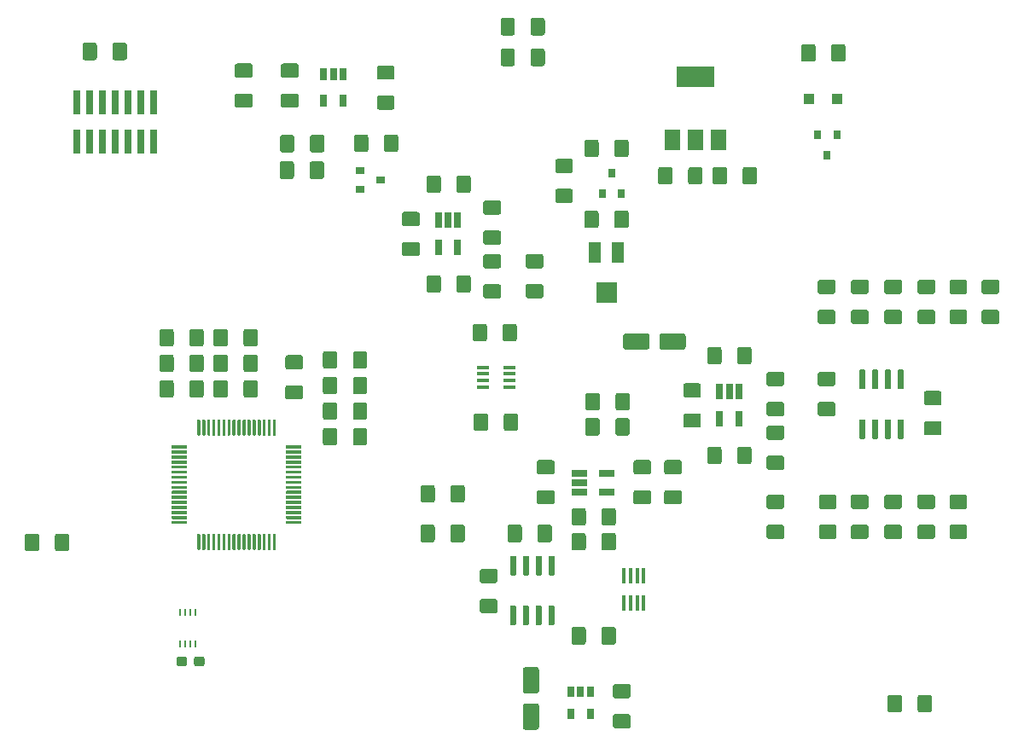
<source format=gbr>
G04 #@! TF.GenerationSoftware,KiCad,Pcbnew,5.1.5-52549c5~84~ubuntu18.04.1*
G04 #@! TF.CreationDate,2020-03-15T18:43:17+00:00*
G04 #@! TF.ProjectId,FunctionGeneratorCortexM4,46756e63-7469-46f6-9e47-656e65726174,B*
G04 #@! TF.SameCoordinates,Original*
G04 #@! TF.FileFunction,Paste,Top*
G04 #@! TF.FilePolarity,Positive*
%FSLAX46Y46*%
G04 Gerber Fmt 4.6, Leading zero omitted, Abs format (unit mm)*
G04 Created by KiCad (PCBNEW 5.1.5-52549c5~84~ubuntu18.04.1) date 2020-03-15 18:43:17*
%MOMM*%
%LPD*%
G04 APERTURE LIST*
%ADD10C,0.100000*%
%ADD11R,0.250000X0.750000*%
%ADD12R,1.300000X2.000000*%
%ADD13R,2.000000X2.000000*%
%ADD14R,0.650000X1.560000*%
%ADD15R,1.560000X0.650000*%
%ADD16R,1.220000X0.400000*%
%ADD17R,0.400000X1.560000*%
%ADD18R,0.650000X1.060000*%
%ADD19R,0.800000X0.900000*%
%ADD20R,1.500000X2.000000*%
%ADD21R,3.800000X2.000000*%
%ADD22R,0.650000X1.220000*%
%ADD23R,0.900000X0.800000*%
%ADD24R,1.100000X1.100000*%
%ADD25R,0.740000X2.400000*%
G04 APERTURE END LIST*
D10*
G36*
X156580104Y-74042504D02*
G01*
X156604373Y-74046104D01*
X156628171Y-74052065D01*
X156651271Y-74060330D01*
X156673449Y-74070820D01*
X156694493Y-74083433D01*
X156714198Y-74098047D01*
X156732377Y-74114523D01*
X156748853Y-74132702D01*
X156763467Y-74152407D01*
X156776080Y-74173451D01*
X156786570Y-74195629D01*
X156794835Y-74218729D01*
X156800796Y-74242527D01*
X156804396Y-74266796D01*
X156805600Y-74291300D01*
X156805600Y-75216300D01*
X156804396Y-75240804D01*
X156800796Y-75265073D01*
X156794835Y-75288871D01*
X156786570Y-75311971D01*
X156776080Y-75334149D01*
X156763467Y-75355193D01*
X156748853Y-75374898D01*
X156732377Y-75393077D01*
X156714198Y-75409553D01*
X156694493Y-75424167D01*
X156673449Y-75436780D01*
X156651271Y-75447270D01*
X156628171Y-75455535D01*
X156604373Y-75461496D01*
X156580104Y-75465096D01*
X156555600Y-75466300D01*
X155305600Y-75466300D01*
X155281096Y-75465096D01*
X155256827Y-75461496D01*
X155233029Y-75455535D01*
X155209929Y-75447270D01*
X155187751Y-75436780D01*
X155166707Y-75424167D01*
X155147002Y-75409553D01*
X155128823Y-75393077D01*
X155112347Y-75374898D01*
X155097733Y-75355193D01*
X155085120Y-75334149D01*
X155074630Y-75311971D01*
X155066365Y-75288871D01*
X155060404Y-75265073D01*
X155056804Y-75240804D01*
X155055600Y-75216300D01*
X155055600Y-74291300D01*
X155056804Y-74266796D01*
X155060404Y-74242527D01*
X155066365Y-74218729D01*
X155074630Y-74195629D01*
X155085120Y-74173451D01*
X155097733Y-74152407D01*
X155112347Y-74132702D01*
X155128823Y-74114523D01*
X155147002Y-74098047D01*
X155166707Y-74083433D01*
X155187751Y-74070820D01*
X155209929Y-74060330D01*
X155233029Y-74052065D01*
X155256827Y-74046104D01*
X155281096Y-74042504D01*
X155305600Y-74041300D01*
X156555600Y-74041300D01*
X156580104Y-74042504D01*
G37*
G36*
X156580104Y-71067504D02*
G01*
X156604373Y-71071104D01*
X156628171Y-71077065D01*
X156651271Y-71085330D01*
X156673449Y-71095820D01*
X156694493Y-71108433D01*
X156714198Y-71123047D01*
X156732377Y-71139523D01*
X156748853Y-71157702D01*
X156763467Y-71177407D01*
X156776080Y-71198451D01*
X156786570Y-71220629D01*
X156794835Y-71243729D01*
X156800796Y-71267527D01*
X156804396Y-71291796D01*
X156805600Y-71316300D01*
X156805600Y-72241300D01*
X156804396Y-72265804D01*
X156800796Y-72290073D01*
X156794835Y-72313871D01*
X156786570Y-72336971D01*
X156776080Y-72359149D01*
X156763467Y-72380193D01*
X156748853Y-72399898D01*
X156732377Y-72418077D01*
X156714198Y-72434553D01*
X156694493Y-72449167D01*
X156673449Y-72461780D01*
X156651271Y-72472270D01*
X156628171Y-72480535D01*
X156604373Y-72486496D01*
X156580104Y-72490096D01*
X156555600Y-72491300D01*
X155305600Y-72491300D01*
X155281096Y-72490096D01*
X155256827Y-72486496D01*
X155233029Y-72480535D01*
X155209929Y-72472270D01*
X155187751Y-72461780D01*
X155166707Y-72449167D01*
X155147002Y-72434553D01*
X155128823Y-72418077D01*
X155112347Y-72399898D01*
X155097733Y-72380193D01*
X155085120Y-72359149D01*
X155074630Y-72336971D01*
X155066365Y-72313871D01*
X155060404Y-72290073D01*
X155056804Y-72265804D01*
X155055600Y-72241300D01*
X155055600Y-71316300D01*
X155056804Y-71291796D01*
X155060404Y-71267527D01*
X155066365Y-71243729D01*
X155074630Y-71220629D01*
X155085120Y-71198451D01*
X155097733Y-71177407D01*
X155112347Y-71157702D01*
X155128823Y-71139523D01*
X155147002Y-71123047D01*
X155166707Y-71108433D01*
X155187751Y-71095820D01*
X155209929Y-71085330D01*
X155233029Y-71077065D01*
X155256827Y-71071104D01*
X155281096Y-71067504D01*
X155305600Y-71066300D01*
X156555600Y-71066300D01*
X156580104Y-71067504D01*
G37*
G36*
X121228779Y-111032144D02*
G01*
X121251834Y-111035563D01*
X121274443Y-111041227D01*
X121296387Y-111049079D01*
X121317457Y-111059044D01*
X121337448Y-111071026D01*
X121356168Y-111084910D01*
X121373438Y-111100562D01*
X121389090Y-111117832D01*
X121402974Y-111136552D01*
X121414956Y-111156543D01*
X121424921Y-111177613D01*
X121432773Y-111199557D01*
X121438437Y-111222166D01*
X121441856Y-111245221D01*
X121443000Y-111268500D01*
X121443000Y-111743500D01*
X121441856Y-111766779D01*
X121438437Y-111789834D01*
X121432773Y-111812443D01*
X121424921Y-111834387D01*
X121414956Y-111855457D01*
X121402974Y-111875448D01*
X121389090Y-111894168D01*
X121373438Y-111911438D01*
X121356168Y-111927090D01*
X121337448Y-111940974D01*
X121317457Y-111952956D01*
X121296387Y-111962921D01*
X121274443Y-111970773D01*
X121251834Y-111976437D01*
X121228779Y-111979856D01*
X121205500Y-111981000D01*
X120630500Y-111981000D01*
X120607221Y-111979856D01*
X120584166Y-111976437D01*
X120561557Y-111970773D01*
X120539613Y-111962921D01*
X120518543Y-111952956D01*
X120498552Y-111940974D01*
X120479832Y-111927090D01*
X120462562Y-111911438D01*
X120446910Y-111894168D01*
X120433026Y-111875448D01*
X120421044Y-111855457D01*
X120411079Y-111834387D01*
X120403227Y-111812443D01*
X120397563Y-111789834D01*
X120394144Y-111766779D01*
X120393000Y-111743500D01*
X120393000Y-111268500D01*
X120394144Y-111245221D01*
X120397563Y-111222166D01*
X120403227Y-111199557D01*
X120411079Y-111177613D01*
X120421044Y-111156543D01*
X120433026Y-111136552D01*
X120446910Y-111117832D01*
X120462562Y-111100562D01*
X120479832Y-111084910D01*
X120498552Y-111071026D01*
X120518543Y-111059044D01*
X120539613Y-111049079D01*
X120561557Y-111041227D01*
X120584166Y-111035563D01*
X120607221Y-111032144D01*
X120630500Y-111031000D01*
X121205500Y-111031000D01*
X121228779Y-111032144D01*
G37*
G36*
X122978779Y-111032144D02*
G01*
X123001834Y-111035563D01*
X123024443Y-111041227D01*
X123046387Y-111049079D01*
X123067457Y-111059044D01*
X123087448Y-111071026D01*
X123106168Y-111084910D01*
X123123438Y-111100562D01*
X123139090Y-111117832D01*
X123152974Y-111136552D01*
X123164956Y-111156543D01*
X123174921Y-111177613D01*
X123182773Y-111199557D01*
X123188437Y-111222166D01*
X123191856Y-111245221D01*
X123193000Y-111268500D01*
X123193000Y-111743500D01*
X123191856Y-111766779D01*
X123188437Y-111789834D01*
X123182773Y-111812443D01*
X123174921Y-111834387D01*
X123164956Y-111855457D01*
X123152974Y-111875448D01*
X123139090Y-111894168D01*
X123123438Y-111911438D01*
X123106168Y-111927090D01*
X123087448Y-111940974D01*
X123067457Y-111952956D01*
X123046387Y-111962921D01*
X123024443Y-111970773D01*
X123001834Y-111976437D01*
X122978779Y-111979856D01*
X122955500Y-111981000D01*
X122380500Y-111981000D01*
X122357221Y-111979856D01*
X122334166Y-111976437D01*
X122311557Y-111970773D01*
X122289613Y-111962921D01*
X122268543Y-111952956D01*
X122248552Y-111940974D01*
X122229832Y-111927090D01*
X122212562Y-111911438D01*
X122196910Y-111894168D01*
X122183026Y-111875448D01*
X122171044Y-111855457D01*
X122161079Y-111834387D01*
X122153227Y-111812443D01*
X122147563Y-111789834D01*
X122144144Y-111766779D01*
X122143000Y-111743500D01*
X122143000Y-111268500D01*
X122144144Y-111245221D01*
X122147563Y-111222166D01*
X122153227Y-111199557D01*
X122161079Y-111177613D01*
X122171044Y-111156543D01*
X122183026Y-111136552D01*
X122196910Y-111117832D01*
X122212562Y-111100562D01*
X122229832Y-111084910D01*
X122248552Y-111071026D01*
X122268543Y-111059044D01*
X122289613Y-111049079D01*
X122311557Y-111041227D01*
X122334166Y-111035563D01*
X122357221Y-111032144D01*
X122380500Y-111031000D01*
X122955500Y-111031000D01*
X122978779Y-111032144D01*
G37*
D11*
X122289000Y-109754000D03*
X121789000Y-109754000D03*
X121289000Y-109754000D03*
X120789000Y-109754000D03*
X120789000Y-106654000D03*
X121289000Y-106654000D03*
X121789000Y-106654000D03*
X122289000Y-106654000D03*
D10*
G36*
X142182504Y-59197204D02*
G01*
X142206773Y-59200804D01*
X142230571Y-59206765D01*
X142253671Y-59215030D01*
X142275849Y-59225520D01*
X142296893Y-59238133D01*
X142316598Y-59252747D01*
X142334777Y-59269223D01*
X142351253Y-59287402D01*
X142365867Y-59307107D01*
X142378480Y-59328151D01*
X142388970Y-59350329D01*
X142397235Y-59373429D01*
X142403196Y-59397227D01*
X142406796Y-59421496D01*
X142408000Y-59446000D01*
X142408000Y-60696000D01*
X142406796Y-60720504D01*
X142403196Y-60744773D01*
X142397235Y-60768571D01*
X142388970Y-60791671D01*
X142378480Y-60813849D01*
X142365867Y-60834893D01*
X142351253Y-60854598D01*
X142334777Y-60872777D01*
X142316598Y-60889253D01*
X142296893Y-60903867D01*
X142275849Y-60916480D01*
X142253671Y-60926970D01*
X142230571Y-60935235D01*
X142206773Y-60941196D01*
X142182504Y-60944796D01*
X142158000Y-60946000D01*
X141233000Y-60946000D01*
X141208496Y-60944796D01*
X141184227Y-60941196D01*
X141160429Y-60935235D01*
X141137329Y-60926970D01*
X141115151Y-60916480D01*
X141094107Y-60903867D01*
X141074402Y-60889253D01*
X141056223Y-60872777D01*
X141039747Y-60854598D01*
X141025133Y-60834893D01*
X141012520Y-60813849D01*
X141002030Y-60791671D01*
X140993765Y-60768571D01*
X140987804Y-60744773D01*
X140984204Y-60720504D01*
X140983000Y-60696000D01*
X140983000Y-59446000D01*
X140984204Y-59421496D01*
X140987804Y-59397227D01*
X140993765Y-59373429D01*
X141002030Y-59350329D01*
X141012520Y-59328151D01*
X141025133Y-59307107D01*
X141039747Y-59287402D01*
X141056223Y-59269223D01*
X141074402Y-59252747D01*
X141094107Y-59238133D01*
X141115151Y-59225520D01*
X141137329Y-59215030D01*
X141160429Y-59206765D01*
X141184227Y-59200804D01*
X141208496Y-59197204D01*
X141233000Y-59196000D01*
X142158000Y-59196000D01*
X142182504Y-59197204D01*
G37*
G36*
X139207504Y-59197204D02*
G01*
X139231773Y-59200804D01*
X139255571Y-59206765D01*
X139278671Y-59215030D01*
X139300849Y-59225520D01*
X139321893Y-59238133D01*
X139341598Y-59252747D01*
X139359777Y-59269223D01*
X139376253Y-59287402D01*
X139390867Y-59307107D01*
X139403480Y-59328151D01*
X139413970Y-59350329D01*
X139422235Y-59373429D01*
X139428196Y-59397227D01*
X139431796Y-59421496D01*
X139433000Y-59446000D01*
X139433000Y-60696000D01*
X139431796Y-60720504D01*
X139428196Y-60744773D01*
X139422235Y-60768571D01*
X139413970Y-60791671D01*
X139403480Y-60813849D01*
X139390867Y-60834893D01*
X139376253Y-60854598D01*
X139359777Y-60872777D01*
X139341598Y-60889253D01*
X139321893Y-60903867D01*
X139300849Y-60916480D01*
X139278671Y-60926970D01*
X139255571Y-60935235D01*
X139231773Y-60941196D01*
X139207504Y-60944796D01*
X139183000Y-60946000D01*
X138258000Y-60946000D01*
X138233496Y-60944796D01*
X138209227Y-60941196D01*
X138185429Y-60935235D01*
X138162329Y-60926970D01*
X138140151Y-60916480D01*
X138119107Y-60903867D01*
X138099402Y-60889253D01*
X138081223Y-60872777D01*
X138064747Y-60854598D01*
X138050133Y-60834893D01*
X138037520Y-60813849D01*
X138027030Y-60791671D01*
X138018765Y-60768571D01*
X138012804Y-60744773D01*
X138009204Y-60720504D01*
X138008000Y-60696000D01*
X138008000Y-59446000D01*
X138009204Y-59421496D01*
X138012804Y-59397227D01*
X138018765Y-59373429D01*
X138027030Y-59350329D01*
X138037520Y-59328151D01*
X138050133Y-59307107D01*
X138064747Y-59287402D01*
X138081223Y-59269223D01*
X138099402Y-59252747D01*
X138119107Y-59238133D01*
X138140151Y-59225520D01*
X138162329Y-59215030D01*
X138185429Y-59206765D01*
X138209227Y-59200804D01*
X138233496Y-59197204D01*
X138258000Y-59196000D01*
X139183000Y-59196000D01*
X139207504Y-59197204D01*
G37*
G36*
X172226504Y-86882204D02*
G01*
X172250773Y-86885804D01*
X172274571Y-86891765D01*
X172297671Y-86900030D01*
X172319849Y-86910520D01*
X172340893Y-86923133D01*
X172360598Y-86937747D01*
X172378777Y-86954223D01*
X172395253Y-86972402D01*
X172409867Y-86992107D01*
X172422480Y-87013151D01*
X172432970Y-87035329D01*
X172441235Y-87058429D01*
X172447196Y-87082227D01*
X172450796Y-87106496D01*
X172452000Y-87131000D01*
X172452000Y-88056000D01*
X172450796Y-88080504D01*
X172447196Y-88104773D01*
X172441235Y-88128571D01*
X172432970Y-88151671D01*
X172422480Y-88173849D01*
X172409867Y-88194893D01*
X172395253Y-88214598D01*
X172378777Y-88232777D01*
X172360598Y-88249253D01*
X172340893Y-88263867D01*
X172319849Y-88276480D01*
X172297671Y-88286970D01*
X172274571Y-88295235D01*
X172250773Y-88301196D01*
X172226504Y-88304796D01*
X172202000Y-88306000D01*
X170952000Y-88306000D01*
X170927496Y-88304796D01*
X170903227Y-88301196D01*
X170879429Y-88295235D01*
X170856329Y-88286970D01*
X170834151Y-88276480D01*
X170813107Y-88263867D01*
X170793402Y-88249253D01*
X170775223Y-88232777D01*
X170758747Y-88214598D01*
X170744133Y-88194893D01*
X170731520Y-88173849D01*
X170721030Y-88151671D01*
X170712765Y-88128571D01*
X170706804Y-88104773D01*
X170703204Y-88080504D01*
X170702000Y-88056000D01*
X170702000Y-87131000D01*
X170703204Y-87106496D01*
X170706804Y-87082227D01*
X170712765Y-87058429D01*
X170721030Y-87035329D01*
X170731520Y-87013151D01*
X170744133Y-86992107D01*
X170758747Y-86972402D01*
X170775223Y-86954223D01*
X170793402Y-86937747D01*
X170813107Y-86923133D01*
X170834151Y-86910520D01*
X170856329Y-86900030D01*
X170879429Y-86891765D01*
X170903227Y-86885804D01*
X170927496Y-86882204D01*
X170952000Y-86881000D01*
X172202000Y-86881000D01*
X172226504Y-86882204D01*
G37*
G36*
X172226504Y-83907204D02*
G01*
X172250773Y-83910804D01*
X172274571Y-83916765D01*
X172297671Y-83925030D01*
X172319849Y-83935520D01*
X172340893Y-83948133D01*
X172360598Y-83962747D01*
X172378777Y-83979223D01*
X172395253Y-83997402D01*
X172409867Y-84017107D01*
X172422480Y-84038151D01*
X172432970Y-84060329D01*
X172441235Y-84083429D01*
X172447196Y-84107227D01*
X172450796Y-84131496D01*
X172452000Y-84156000D01*
X172452000Y-85081000D01*
X172450796Y-85105504D01*
X172447196Y-85129773D01*
X172441235Y-85153571D01*
X172432970Y-85176671D01*
X172422480Y-85198849D01*
X172409867Y-85219893D01*
X172395253Y-85239598D01*
X172378777Y-85257777D01*
X172360598Y-85274253D01*
X172340893Y-85288867D01*
X172319849Y-85301480D01*
X172297671Y-85311970D01*
X172274571Y-85320235D01*
X172250773Y-85326196D01*
X172226504Y-85329796D01*
X172202000Y-85331000D01*
X170952000Y-85331000D01*
X170927496Y-85329796D01*
X170903227Y-85326196D01*
X170879429Y-85320235D01*
X170856329Y-85311970D01*
X170834151Y-85301480D01*
X170813107Y-85288867D01*
X170793402Y-85274253D01*
X170775223Y-85257777D01*
X170758747Y-85239598D01*
X170744133Y-85219893D01*
X170731520Y-85198849D01*
X170721030Y-85176671D01*
X170712765Y-85153571D01*
X170706804Y-85129773D01*
X170703204Y-85105504D01*
X170702000Y-85081000D01*
X170702000Y-84156000D01*
X170703204Y-84131496D01*
X170706804Y-84107227D01*
X170712765Y-84083429D01*
X170721030Y-84060329D01*
X170731520Y-84038151D01*
X170744133Y-84017107D01*
X170758747Y-83997402D01*
X170775223Y-83979223D01*
X170793402Y-83962747D01*
X170813107Y-83948133D01*
X170834151Y-83935520D01*
X170856329Y-83925030D01*
X170879429Y-83916765D01*
X170903227Y-83910804D01*
X170927496Y-83907204D01*
X170952000Y-83906000D01*
X172202000Y-83906000D01*
X172226504Y-83907204D01*
G37*
G36*
X163772504Y-96281204D02*
G01*
X163796773Y-96284804D01*
X163820571Y-96290765D01*
X163843671Y-96299030D01*
X163865849Y-96309520D01*
X163886893Y-96322133D01*
X163906598Y-96336747D01*
X163924777Y-96353223D01*
X163941253Y-96371402D01*
X163955867Y-96391107D01*
X163968480Y-96412151D01*
X163978970Y-96434329D01*
X163987235Y-96457429D01*
X163993196Y-96481227D01*
X163996796Y-96505496D01*
X163998000Y-96530000D01*
X163998000Y-97780000D01*
X163996796Y-97804504D01*
X163993196Y-97828773D01*
X163987235Y-97852571D01*
X163978970Y-97875671D01*
X163968480Y-97897849D01*
X163955867Y-97918893D01*
X163941253Y-97938598D01*
X163924777Y-97956777D01*
X163906598Y-97973253D01*
X163886893Y-97987867D01*
X163865849Y-98000480D01*
X163843671Y-98010970D01*
X163820571Y-98019235D01*
X163796773Y-98025196D01*
X163772504Y-98028796D01*
X163748000Y-98030000D01*
X162823000Y-98030000D01*
X162798496Y-98028796D01*
X162774227Y-98025196D01*
X162750429Y-98019235D01*
X162727329Y-98010970D01*
X162705151Y-98000480D01*
X162684107Y-97987867D01*
X162664402Y-97973253D01*
X162646223Y-97956777D01*
X162629747Y-97938598D01*
X162615133Y-97918893D01*
X162602520Y-97897849D01*
X162592030Y-97875671D01*
X162583765Y-97852571D01*
X162577804Y-97828773D01*
X162574204Y-97804504D01*
X162573000Y-97780000D01*
X162573000Y-96530000D01*
X162574204Y-96505496D01*
X162577804Y-96481227D01*
X162583765Y-96457429D01*
X162592030Y-96434329D01*
X162602520Y-96412151D01*
X162615133Y-96391107D01*
X162629747Y-96371402D01*
X162646223Y-96353223D01*
X162664402Y-96336747D01*
X162684107Y-96322133D01*
X162705151Y-96309520D01*
X162727329Y-96299030D01*
X162750429Y-96290765D01*
X162774227Y-96284804D01*
X162798496Y-96281204D01*
X162823000Y-96280000D01*
X163748000Y-96280000D01*
X163772504Y-96281204D01*
G37*
G36*
X160797504Y-96281204D02*
G01*
X160821773Y-96284804D01*
X160845571Y-96290765D01*
X160868671Y-96299030D01*
X160890849Y-96309520D01*
X160911893Y-96322133D01*
X160931598Y-96336747D01*
X160949777Y-96353223D01*
X160966253Y-96371402D01*
X160980867Y-96391107D01*
X160993480Y-96412151D01*
X161003970Y-96434329D01*
X161012235Y-96457429D01*
X161018196Y-96481227D01*
X161021796Y-96505496D01*
X161023000Y-96530000D01*
X161023000Y-97780000D01*
X161021796Y-97804504D01*
X161018196Y-97828773D01*
X161012235Y-97852571D01*
X161003970Y-97875671D01*
X160993480Y-97897849D01*
X160980867Y-97918893D01*
X160966253Y-97938598D01*
X160949777Y-97956777D01*
X160931598Y-97973253D01*
X160911893Y-97987867D01*
X160890849Y-98000480D01*
X160868671Y-98010970D01*
X160845571Y-98019235D01*
X160821773Y-98025196D01*
X160797504Y-98028796D01*
X160773000Y-98030000D01*
X159848000Y-98030000D01*
X159823496Y-98028796D01*
X159799227Y-98025196D01*
X159775429Y-98019235D01*
X159752329Y-98010970D01*
X159730151Y-98000480D01*
X159709107Y-97987867D01*
X159689402Y-97973253D01*
X159671223Y-97956777D01*
X159654747Y-97938598D01*
X159640133Y-97918893D01*
X159627520Y-97897849D01*
X159617030Y-97875671D01*
X159608765Y-97852571D01*
X159602804Y-97828773D01*
X159599204Y-97804504D01*
X159598000Y-97780000D01*
X159598000Y-96530000D01*
X159599204Y-96505496D01*
X159602804Y-96481227D01*
X159608765Y-96457429D01*
X159617030Y-96434329D01*
X159627520Y-96412151D01*
X159640133Y-96391107D01*
X159654747Y-96371402D01*
X159671223Y-96353223D01*
X159689402Y-96336747D01*
X159709107Y-96322133D01*
X159730151Y-96309520D01*
X159752329Y-96299030D01*
X159775429Y-96290765D01*
X159799227Y-96284804D01*
X159823496Y-96281204D01*
X159848000Y-96280000D01*
X160773000Y-96280000D01*
X160797504Y-96281204D01*
G37*
G36*
X144311904Y-69864204D02*
G01*
X144336173Y-69867804D01*
X144359971Y-69873765D01*
X144383071Y-69882030D01*
X144405249Y-69892520D01*
X144426293Y-69905133D01*
X144445998Y-69919747D01*
X144464177Y-69936223D01*
X144480653Y-69954402D01*
X144495267Y-69974107D01*
X144507880Y-69995151D01*
X144518370Y-70017329D01*
X144526635Y-70040429D01*
X144532596Y-70064227D01*
X144536196Y-70088496D01*
X144537400Y-70113000D01*
X144537400Y-71038000D01*
X144536196Y-71062504D01*
X144532596Y-71086773D01*
X144526635Y-71110571D01*
X144518370Y-71133671D01*
X144507880Y-71155849D01*
X144495267Y-71176893D01*
X144480653Y-71196598D01*
X144464177Y-71214777D01*
X144445998Y-71231253D01*
X144426293Y-71245867D01*
X144405249Y-71258480D01*
X144383071Y-71268970D01*
X144359971Y-71277235D01*
X144336173Y-71283196D01*
X144311904Y-71286796D01*
X144287400Y-71288000D01*
X143037400Y-71288000D01*
X143012896Y-71286796D01*
X142988627Y-71283196D01*
X142964829Y-71277235D01*
X142941729Y-71268970D01*
X142919551Y-71258480D01*
X142898507Y-71245867D01*
X142878802Y-71231253D01*
X142860623Y-71214777D01*
X142844147Y-71196598D01*
X142829533Y-71176893D01*
X142816920Y-71155849D01*
X142806430Y-71133671D01*
X142798165Y-71110571D01*
X142792204Y-71086773D01*
X142788604Y-71062504D01*
X142787400Y-71038000D01*
X142787400Y-70113000D01*
X142788604Y-70088496D01*
X142792204Y-70064227D01*
X142798165Y-70040429D01*
X142806430Y-70017329D01*
X142816920Y-69995151D01*
X142829533Y-69974107D01*
X142844147Y-69954402D01*
X142860623Y-69936223D01*
X142878802Y-69919747D01*
X142898507Y-69905133D01*
X142919551Y-69892520D01*
X142941729Y-69882030D01*
X142964829Y-69873765D01*
X142988627Y-69867804D01*
X143012896Y-69864204D01*
X143037400Y-69863000D01*
X144287400Y-69863000D01*
X144311904Y-69864204D01*
G37*
G36*
X144311904Y-66889204D02*
G01*
X144336173Y-66892804D01*
X144359971Y-66898765D01*
X144383071Y-66907030D01*
X144405249Y-66917520D01*
X144426293Y-66930133D01*
X144445998Y-66944747D01*
X144464177Y-66961223D01*
X144480653Y-66979402D01*
X144495267Y-66999107D01*
X144507880Y-67020151D01*
X144518370Y-67042329D01*
X144526635Y-67065429D01*
X144532596Y-67089227D01*
X144536196Y-67113496D01*
X144537400Y-67138000D01*
X144537400Y-68063000D01*
X144536196Y-68087504D01*
X144532596Y-68111773D01*
X144526635Y-68135571D01*
X144518370Y-68158671D01*
X144507880Y-68180849D01*
X144495267Y-68201893D01*
X144480653Y-68221598D01*
X144464177Y-68239777D01*
X144445998Y-68256253D01*
X144426293Y-68270867D01*
X144405249Y-68283480D01*
X144383071Y-68293970D01*
X144359971Y-68302235D01*
X144336173Y-68308196D01*
X144311904Y-68311796D01*
X144287400Y-68313000D01*
X143037400Y-68313000D01*
X143012896Y-68311796D01*
X142988627Y-68308196D01*
X142964829Y-68302235D01*
X142941729Y-68293970D01*
X142919551Y-68283480D01*
X142898507Y-68270867D01*
X142878802Y-68256253D01*
X142860623Y-68239777D01*
X142844147Y-68221598D01*
X142829533Y-68201893D01*
X142816920Y-68180849D01*
X142806430Y-68158671D01*
X142798165Y-68135571D01*
X142792204Y-68111773D01*
X142788604Y-68087504D01*
X142787400Y-68063000D01*
X142787400Y-67138000D01*
X142788604Y-67113496D01*
X142792204Y-67089227D01*
X142798165Y-67065429D01*
X142806430Y-67042329D01*
X142816920Y-67020151D01*
X142829533Y-66999107D01*
X142844147Y-66979402D01*
X142860623Y-66961223D01*
X142878802Y-66944747D01*
X142898507Y-66930133D01*
X142919551Y-66917520D01*
X142941729Y-66907030D01*
X142964829Y-66898765D01*
X142988627Y-66892804D01*
X143012896Y-66889204D01*
X143037400Y-66888000D01*
X144287400Y-66888000D01*
X144311904Y-66889204D01*
G37*
G36*
X165042504Y-59705204D02*
G01*
X165066773Y-59708804D01*
X165090571Y-59714765D01*
X165113671Y-59723030D01*
X165135849Y-59733520D01*
X165156893Y-59746133D01*
X165176598Y-59760747D01*
X165194777Y-59777223D01*
X165211253Y-59795402D01*
X165225867Y-59815107D01*
X165238480Y-59836151D01*
X165248970Y-59858329D01*
X165257235Y-59881429D01*
X165263196Y-59905227D01*
X165266796Y-59929496D01*
X165268000Y-59954000D01*
X165268000Y-61204000D01*
X165266796Y-61228504D01*
X165263196Y-61252773D01*
X165257235Y-61276571D01*
X165248970Y-61299671D01*
X165238480Y-61321849D01*
X165225867Y-61342893D01*
X165211253Y-61362598D01*
X165194777Y-61380777D01*
X165176598Y-61397253D01*
X165156893Y-61411867D01*
X165135849Y-61424480D01*
X165113671Y-61434970D01*
X165090571Y-61443235D01*
X165066773Y-61449196D01*
X165042504Y-61452796D01*
X165018000Y-61454000D01*
X164093000Y-61454000D01*
X164068496Y-61452796D01*
X164044227Y-61449196D01*
X164020429Y-61443235D01*
X163997329Y-61434970D01*
X163975151Y-61424480D01*
X163954107Y-61411867D01*
X163934402Y-61397253D01*
X163916223Y-61380777D01*
X163899747Y-61362598D01*
X163885133Y-61342893D01*
X163872520Y-61321849D01*
X163862030Y-61299671D01*
X163853765Y-61276571D01*
X163847804Y-61252773D01*
X163844204Y-61228504D01*
X163843000Y-61204000D01*
X163843000Y-59954000D01*
X163844204Y-59929496D01*
X163847804Y-59905227D01*
X163853765Y-59881429D01*
X163862030Y-59858329D01*
X163872520Y-59836151D01*
X163885133Y-59815107D01*
X163899747Y-59795402D01*
X163916223Y-59777223D01*
X163934402Y-59760747D01*
X163954107Y-59746133D01*
X163975151Y-59733520D01*
X163997329Y-59723030D01*
X164020429Y-59714765D01*
X164044227Y-59708804D01*
X164068496Y-59705204D01*
X164093000Y-59704000D01*
X165018000Y-59704000D01*
X165042504Y-59705204D01*
G37*
G36*
X162067504Y-59705204D02*
G01*
X162091773Y-59708804D01*
X162115571Y-59714765D01*
X162138671Y-59723030D01*
X162160849Y-59733520D01*
X162181893Y-59746133D01*
X162201598Y-59760747D01*
X162219777Y-59777223D01*
X162236253Y-59795402D01*
X162250867Y-59815107D01*
X162263480Y-59836151D01*
X162273970Y-59858329D01*
X162282235Y-59881429D01*
X162288196Y-59905227D01*
X162291796Y-59929496D01*
X162293000Y-59954000D01*
X162293000Y-61204000D01*
X162291796Y-61228504D01*
X162288196Y-61252773D01*
X162282235Y-61276571D01*
X162273970Y-61299671D01*
X162263480Y-61321849D01*
X162250867Y-61342893D01*
X162236253Y-61362598D01*
X162219777Y-61380777D01*
X162201598Y-61397253D01*
X162181893Y-61411867D01*
X162160849Y-61424480D01*
X162138671Y-61434970D01*
X162115571Y-61443235D01*
X162091773Y-61449196D01*
X162067504Y-61452796D01*
X162043000Y-61454000D01*
X161118000Y-61454000D01*
X161093496Y-61452796D01*
X161069227Y-61449196D01*
X161045429Y-61443235D01*
X161022329Y-61434970D01*
X161000151Y-61424480D01*
X160979107Y-61411867D01*
X160959402Y-61397253D01*
X160941223Y-61380777D01*
X160924747Y-61362598D01*
X160910133Y-61342893D01*
X160897520Y-61321849D01*
X160887030Y-61299671D01*
X160878765Y-61276571D01*
X160872804Y-61252773D01*
X160869204Y-61228504D01*
X160868000Y-61204000D01*
X160868000Y-59954000D01*
X160869204Y-59929496D01*
X160872804Y-59905227D01*
X160878765Y-59881429D01*
X160887030Y-59858329D01*
X160897520Y-59836151D01*
X160910133Y-59815107D01*
X160924747Y-59795402D01*
X160941223Y-59777223D01*
X160959402Y-59760747D01*
X160979107Y-59746133D01*
X161000151Y-59733520D01*
X161022329Y-59723030D01*
X161045429Y-59714765D01*
X161069227Y-59708804D01*
X161093496Y-59705204D01*
X161118000Y-59704000D01*
X162043000Y-59704000D01*
X162067504Y-59705204D01*
G37*
D12*
X161918000Y-70898000D03*
D13*
X163068000Y-74898000D03*
D12*
X164218000Y-70898000D03*
D14*
X176210000Y-87456000D03*
X174310000Y-87456000D03*
X174310000Y-84756000D03*
X175260000Y-84756000D03*
X176210000Y-84756000D03*
D15*
X163084500Y-92839500D03*
X163084500Y-94739500D03*
X160384500Y-94739500D03*
X160384500Y-93789500D03*
X160384500Y-92839500D03*
D14*
X148295400Y-70438000D03*
X146395400Y-70438000D03*
X146395400Y-67738000D03*
X147345400Y-67738000D03*
X148295400Y-67738000D03*
D10*
G36*
X153955404Y-77993204D02*
G01*
X153979673Y-77996804D01*
X154003471Y-78002765D01*
X154026571Y-78011030D01*
X154048749Y-78021520D01*
X154069793Y-78034133D01*
X154089498Y-78048747D01*
X154107677Y-78065223D01*
X154124153Y-78083402D01*
X154138767Y-78103107D01*
X154151380Y-78124151D01*
X154161870Y-78146329D01*
X154170135Y-78169429D01*
X154176096Y-78193227D01*
X154179696Y-78217496D01*
X154180900Y-78242000D01*
X154180900Y-79492000D01*
X154179696Y-79516504D01*
X154176096Y-79540773D01*
X154170135Y-79564571D01*
X154161870Y-79587671D01*
X154151380Y-79609849D01*
X154138767Y-79630893D01*
X154124153Y-79650598D01*
X154107677Y-79668777D01*
X154089498Y-79685253D01*
X154069793Y-79699867D01*
X154048749Y-79712480D01*
X154026571Y-79722970D01*
X154003471Y-79731235D01*
X153979673Y-79737196D01*
X153955404Y-79740796D01*
X153930900Y-79742000D01*
X153005900Y-79742000D01*
X152981396Y-79740796D01*
X152957127Y-79737196D01*
X152933329Y-79731235D01*
X152910229Y-79722970D01*
X152888051Y-79712480D01*
X152867007Y-79699867D01*
X152847302Y-79685253D01*
X152829123Y-79668777D01*
X152812647Y-79650598D01*
X152798033Y-79630893D01*
X152785420Y-79609849D01*
X152774930Y-79587671D01*
X152766665Y-79564571D01*
X152760704Y-79540773D01*
X152757104Y-79516504D01*
X152755900Y-79492000D01*
X152755900Y-78242000D01*
X152757104Y-78217496D01*
X152760704Y-78193227D01*
X152766665Y-78169429D01*
X152774930Y-78146329D01*
X152785420Y-78124151D01*
X152798033Y-78103107D01*
X152812647Y-78083402D01*
X152829123Y-78065223D01*
X152847302Y-78048747D01*
X152867007Y-78034133D01*
X152888051Y-78021520D01*
X152910229Y-78011030D01*
X152933329Y-78002765D01*
X152957127Y-77996804D01*
X152981396Y-77993204D01*
X153005900Y-77992000D01*
X153930900Y-77992000D01*
X153955404Y-77993204D01*
G37*
G36*
X150980404Y-77993204D02*
G01*
X151004673Y-77996804D01*
X151028471Y-78002765D01*
X151051571Y-78011030D01*
X151073749Y-78021520D01*
X151094793Y-78034133D01*
X151114498Y-78048747D01*
X151132677Y-78065223D01*
X151149153Y-78083402D01*
X151163767Y-78103107D01*
X151176380Y-78124151D01*
X151186870Y-78146329D01*
X151195135Y-78169429D01*
X151201096Y-78193227D01*
X151204696Y-78217496D01*
X151205900Y-78242000D01*
X151205900Y-79492000D01*
X151204696Y-79516504D01*
X151201096Y-79540773D01*
X151195135Y-79564571D01*
X151186870Y-79587671D01*
X151176380Y-79609849D01*
X151163767Y-79630893D01*
X151149153Y-79650598D01*
X151132677Y-79668777D01*
X151114498Y-79685253D01*
X151094793Y-79699867D01*
X151073749Y-79712480D01*
X151051571Y-79722970D01*
X151028471Y-79731235D01*
X151004673Y-79737196D01*
X150980404Y-79740796D01*
X150955900Y-79742000D01*
X150030900Y-79742000D01*
X150006396Y-79740796D01*
X149982127Y-79737196D01*
X149958329Y-79731235D01*
X149935229Y-79722970D01*
X149913051Y-79712480D01*
X149892007Y-79699867D01*
X149872302Y-79685253D01*
X149854123Y-79668777D01*
X149837647Y-79650598D01*
X149823033Y-79630893D01*
X149810420Y-79609849D01*
X149799930Y-79587671D01*
X149791665Y-79564571D01*
X149785704Y-79540773D01*
X149782104Y-79516504D01*
X149780900Y-79492000D01*
X149780900Y-78242000D01*
X149782104Y-78217496D01*
X149785704Y-78193227D01*
X149791665Y-78169429D01*
X149799930Y-78146329D01*
X149810420Y-78124151D01*
X149823033Y-78103107D01*
X149837647Y-78083402D01*
X149854123Y-78065223D01*
X149872302Y-78048747D01*
X149892007Y-78034133D01*
X149913051Y-78021520D01*
X149935229Y-78011030D01*
X149958329Y-78002765D01*
X149982127Y-77996804D01*
X150006396Y-77993204D01*
X150030900Y-77992000D01*
X150955900Y-77992000D01*
X150980404Y-77993204D01*
G37*
G36*
X151107404Y-86883204D02*
G01*
X151131673Y-86886804D01*
X151155471Y-86892765D01*
X151178571Y-86901030D01*
X151200749Y-86911520D01*
X151221793Y-86924133D01*
X151241498Y-86938747D01*
X151259677Y-86955223D01*
X151276153Y-86973402D01*
X151290767Y-86993107D01*
X151303380Y-87014151D01*
X151313870Y-87036329D01*
X151322135Y-87059429D01*
X151328096Y-87083227D01*
X151331696Y-87107496D01*
X151332900Y-87132000D01*
X151332900Y-88382000D01*
X151331696Y-88406504D01*
X151328096Y-88430773D01*
X151322135Y-88454571D01*
X151313870Y-88477671D01*
X151303380Y-88499849D01*
X151290767Y-88520893D01*
X151276153Y-88540598D01*
X151259677Y-88558777D01*
X151241498Y-88575253D01*
X151221793Y-88589867D01*
X151200749Y-88602480D01*
X151178571Y-88612970D01*
X151155471Y-88621235D01*
X151131673Y-88627196D01*
X151107404Y-88630796D01*
X151082900Y-88632000D01*
X150157900Y-88632000D01*
X150133396Y-88630796D01*
X150109127Y-88627196D01*
X150085329Y-88621235D01*
X150062229Y-88612970D01*
X150040051Y-88602480D01*
X150019007Y-88589867D01*
X149999302Y-88575253D01*
X149981123Y-88558777D01*
X149964647Y-88540598D01*
X149950033Y-88520893D01*
X149937420Y-88499849D01*
X149926930Y-88477671D01*
X149918665Y-88454571D01*
X149912704Y-88430773D01*
X149909104Y-88406504D01*
X149907900Y-88382000D01*
X149907900Y-87132000D01*
X149909104Y-87107496D01*
X149912704Y-87083227D01*
X149918665Y-87059429D01*
X149926930Y-87036329D01*
X149937420Y-87014151D01*
X149950033Y-86993107D01*
X149964647Y-86973402D01*
X149981123Y-86955223D01*
X149999302Y-86938747D01*
X150019007Y-86924133D01*
X150040051Y-86911520D01*
X150062229Y-86901030D01*
X150085329Y-86892765D01*
X150109127Y-86886804D01*
X150133396Y-86883204D01*
X150157900Y-86882000D01*
X151082900Y-86882000D01*
X151107404Y-86883204D01*
G37*
G36*
X154082404Y-86883204D02*
G01*
X154106673Y-86886804D01*
X154130471Y-86892765D01*
X154153571Y-86901030D01*
X154175749Y-86911520D01*
X154196793Y-86924133D01*
X154216498Y-86938747D01*
X154234677Y-86955223D01*
X154251153Y-86973402D01*
X154265767Y-86993107D01*
X154278380Y-87014151D01*
X154288870Y-87036329D01*
X154297135Y-87059429D01*
X154303096Y-87083227D01*
X154306696Y-87107496D01*
X154307900Y-87132000D01*
X154307900Y-88382000D01*
X154306696Y-88406504D01*
X154303096Y-88430773D01*
X154297135Y-88454571D01*
X154288870Y-88477671D01*
X154278380Y-88499849D01*
X154265767Y-88520893D01*
X154251153Y-88540598D01*
X154234677Y-88558777D01*
X154216498Y-88575253D01*
X154196793Y-88589867D01*
X154175749Y-88602480D01*
X154153571Y-88612970D01*
X154130471Y-88621235D01*
X154106673Y-88627196D01*
X154082404Y-88630796D01*
X154057900Y-88632000D01*
X153132900Y-88632000D01*
X153108396Y-88630796D01*
X153084127Y-88627196D01*
X153060329Y-88621235D01*
X153037229Y-88612970D01*
X153015051Y-88602480D01*
X152994007Y-88589867D01*
X152974302Y-88575253D01*
X152956123Y-88558777D01*
X152939647Y-88540598D01*
X152925033Y-88520893D01*
X152912420Y-88499849D01*
X152901930Y-88477671D01*
X152893665Y-88454571D01*
X152887704Y-88430773D01*
X152884104Y-88406504D01*
X152882900Y-88382000D01*
X152882900Y-87132000D01*
X152884104Y-87107496D01*
X152887704Y-87083227D01*
X152893665Y-87059429D01*
X152901930Y-87036329D01*
X152912420Y-87014151D01*
X152925033Y-86993107D01*
X152939647Y-86973402D01*
X152956123Y-86955223D01*
X152974302Y-86938747D01*
X152994007Y-86924133D01*
X153015051Y-86911520D01*
X153037229Y-86901030D01*
X153060329Y-86892765D01*
X153084127Y-86886804D01*
X153108396Y-86883204D01*
X153132900Y-86882000D01*
X154057900Y-86882000D01*
X154082404Y-86883204D01*
G37*
D16*
X150797900Y-84282000D03*
X150797900Y-83642000D03*
X150797900Y-82982000D03*
X150797900Y-82342000D03*
X153417900Y-82342000D03*
X153417900Y-82982000D03*
X153417900Y-83642000D03*
X153417900Y-84282000D03*
D17*
X166778500Y-105744000D03*
X166128500Y-105744000D03*
X165468500Y-105744000D03*
X164818500Y-105744000D03*
X164818500Y-103044000D03*
X165468500Y-103044000D03*
X166128500Y-103044000D03*
X166778500Y-103044000D03*
D10*
G36*
X180481504Y-85739204D02*
G01*
X180505773Y-85742804D01*
X180529571Y-85748765D01*
X180552671Y-85757030D01*
X180574849Y-85767520D01*
X180595893Y-85780133D01*
X180615598Y-85794747D01*
X180633777Y-85811223D01*
X180650253Y-85829402D01*
X180664867Y-85849107D01*
X180677480Y-85870151D01*
X180687970Y-85892329D01*
X180696235Y-85915429D01*
X180702196Y-85939227D01*
X180705796Y-85963496D01*
X180707000Y-85988000D01*
X180707000Y-86913000D01*
X180705796Y-86937504D01*
X180702196Y-86961773D01*
X180696235Y-86985571D01*
X180687970Y-87008671D01*
X180677480Y-87030849D01*
X180664867Y-87051893D01*
X180650253Y-87071598D01*
X180633777Y-87089777D01*
X180615598Y-87106253D01*
X180595893Y-87120867D01*
X180574849Y-87133480D01*
X180552671Y-87143970D01*
X180529571Y-87152235D01*
X180505773Y-87158196D01*
X180481504Y-87161796D01*
X180457000Y-87163000D01*
X179207000Y-87163000D01*
X179182496Y-87161796D01*
X179158227Y-87158196D01*
X179134429Y-87152235D01*
X179111329Y-87143970D01*
X179089151Y-87133480D01*
X179068107Y-87120867D01*
X179048402Y-87106253D01*
X179030223Y-87089777D01*
X179013747Y-87071598D01*
X178999133Y-87051893D01*
X178986520Y-87030849D01*
X178976030Y-87008671D01*
X178967765Y-86985571D01*
X178961804Y-86961773D01*
X178958204Y-86937504D01*
X178957000Y-86913000D01*
X178957000Y-85988000D01*
X178958204Y-85963496D01*
X178961804Y-85939227D01*
X178967765Y-85915429D01*
X178976030Y-85892329D01*
X178986520Y-85870151D01*
X178999133Y-85849107D01*
X179013747Y-85829402D01*
X179030223Y-85811223D01*
X179048402Y-85794747D01*
X179068107Y-85780133D01*
X179089151Y-85767520D01*
X179111329Y-85757030D01*
X179134429Y-85748765D01*
X179158227Y-85742804D01*
X179182496Y-85739204D01*
X179207000Y-85738000D01*
X180457000Y-85738000D01*
X180481504Y-85739204D01*
G37*
G36*
X180481504Y-82764204D02*
G01*
X180505773Y-82767804D01*
X180529571Y-82773765D01*
X180552671Y-82782030D01*
X180574849Y-82792520D01*
X180595893Y-82805133D01*
X180615598Y-82819747D01*
X180633777Y-82836223D01*
X180650253Y-82854402D01*
X180664867Y-82874107D01*
X180677480Y-82895151D01*
X180687970Y-82917329D01*
X180696235Y-82940429D01*
X180702196Y-82964227D01*
X180705796Y-82988496D01*
X180707000Y-83013000D01*
X180707000Y-83938000D01*
X180705796Y-83962504D01*
X180702196Y-83986773D01*
X180696235Y-84010571D01*
X180687970Y-84033671D01*
X180677480Y-84055849D01*
X180664867Y-84076893D01*
X180650253Y-84096598D01*
X180633777Y-84114777D01*
X180615598Y-84131253D01*
X180595893Y-84145867D01*
X180574849Y-84158480D01*
X180552671Y-84168970D01*
X180529571Y-84177235D01*
X180505773Y-84183196D01*
X180481504Y-84186796D01*
X180457000Y-84188000D01*
X179207000Y-84188000D01*
X179182496Y-84186796D01*
X179158227Y-84183196D01*
X179134429Y-84177235D01*
X179111329Y-84168970D01*
X179089151Y-84158480D01*
X179068107Y-84145867D01*
X179048402Y-84131253D01*
X179030223Y-84114777D01*
X179013747Y-84096598D01*
X178999133Y-84076893D01*
X178986520Y-84055849D01*
X178976030Y-84033671D01*
X178967765Y-84010571D01*
X178961804Y-83986773D01*
X178958204Y-83962504D01*
X178957000Y-83938000D01*
X178957000Y-83013000D01*
X178958204Y-82988496D01*
X178961804Y-82964227D01*
X178967765Y-82940429D01*
X178976030Y-82917329D01*
X178986520Y-82895151D01*
X178999133Y-82874107D01*
X179013747Y-82854402D01*
X179030223Y-82836223D01*
X179048402Y-82819747D01*
X179068107Y-82805133D01*
X179089151Y-82792520D01*
X179111329Y-82782030D01*
X179134429Y-82773765D01*
X179158227Y-82767804D01*
X179182496Y-82764204D01*
X179207000Y-82763000D01*
X180457000Y-82763000D01*
X180481504Y-82764204D01*
G37*
G36*
X145811504Y-93995204D02*
G01*
X145835773Y-93998804D01*
X145859571Y-94004765D01*
X145882671Y-94013030D01*
X145904849Y-94023520D01*
X145925893Y-94036133D01*
X145945598Y-94050747D01*
X145963777Y-94067223D01*
X145980253Y-94085402D01*
X145994867Y-94105107D01*
X146007480Y-94126151D01*
X146017970Y-94148329D01*
X146026235Y-94171429D01*
X146032196Y-94195227D01*
X146035796Y-94219496D01*
X146037000Y-94244000D01*
X146037000Y-95494000D01*
X146035796Y-95518504D01*
X146032196Y-95542773D01*
X146026235Y-95566571D01*
X146017970Y-95589671D01*
X146007480Y-95611849D01*
X145994867Y-95632893D01*
X145980253Y-95652598D01*
X145963777Y-95670777D01*
X145945598Y-95687253D01*
X145925893Y-95701867D01*
X145904849Y-95714480D01*
X145882671Y-95724970D01*
X145859571Y-95733235D01*
X145835773Y-95739196D01*
X145811504Y-95742796D01*
X145787000Y-95744000D01*
X144862000Y-95744000D01*
X144837496Y-95742796D01*
X144813227Y-95739196D01*
X144789429Y-95733235D01*
X144766329Y-95724970D01*
X144744151Y-95714480D01*
X144723107Y-95701867D01*
X144703402Y-95687253D01*
X144685223Y-95670777D01*
X144668747Y-95652598D01*
X144654133Y-95632893D01*
X144641520Y-95611849D01*
X144631030Y-95589671D01*
X144622765Y-95566571D01*
X144616804Y-95542773D01*
X144613204Y-95518504D01*
X144612000Y-95494000D01*
X144612000Y-94244000D01*
X144613204Y-94219496D01*
X144616804Y-94195227D01*
X144622765Y-94171429D01*
X144631030Y-94148329D01*
X144641520Y-94126151D01*
X144654133Y-94105107D01*
X144668747Y-94085402D01*
X144685223Y-94067223D01*
X144703402Y-94050747D01*
X144723107Y-94036133D01*
X144744151Y-94023520D01*
X144766329Y-94013030D01*
X144789429Y-94004765D01*
X144813227Y-93998804D01*
X144837496Y-93995204D01*
X144862000Y-93994000D01*
X145787000Y-93994000D01*
X145811504Y-93995204D01*
G37*
G36*
X148786504Y-93995204D02*
G01*
X148810773Y-93998804D01*
X148834571Y-94004765D01*
X148857671Y-94013030D01*
X148879849Y-94023520D01*
X148900893Y-94036133D01*
X148920598Y-94050747D01*
X148938777Y-94067223D01*
X148955253Y-94085402D01*
X148969867Y-94105107D01*
X148982480Y-94126151D01*
X148992970Y-94148329D01*
X149001235Y-94171429D01*
X149007196Y-94195227D01*
X149010796Y-94219496D01*
X149012000Y-94244000D01*
X149012000Y-95494000D01*
X149010796Y-95518504D01*
X149007196Y-95542773D01*
X149001235Y-95566571D01*
X148992970Y-95589671D01*
X148982480Y-95611849D01*
X148969867Y-95632893D01*
X148955253Y-95652598D01*
X148938777Y-95670777D01*
X148920598Y-95687253D01*
X148900893Y-95701867D01*
X148879849Y-95714480D01*
X148857671Y-95724970D01*
X148834571Y-95733235D01*
X148810773Y-95739196D01*
X148786504Y-95742796D01*
X148762000Y-95744000D01*
X147837000Y-95744000D01*
X147812496Y-95742796D01*
X147788227Y-95739196D01*
X147764429Y-95733235D01*
X147741329Y-95724970D01*
X147719151Y-95714480D01*
X147698107Y-95701867D01*
X147678402Y-95687253D01*
X147660223Y-95670777D01*
X147643747Y-95652598D01*
X147629133Y-95632893D01*
X147616520Y-95611849D01*
X147606030Y-95589671D01*
X147597765Y-95566571D01*
X147591804Y-95542773D01*
X147588204Y-95518504D01*
X147587000Y-95494000D01*
X147587000Y-94244000D01*
X147588204Y-94219496D01*
X147591804Y-94195227D01*
X147597765Y-94171429D01*
X147606030Y-94148329D01*
X147616520Y-94126151D01*
X147629133Y-94105107D01*
X147643747Y-94085402D01*
X147660223Y-94067223D01*
X147678402Y-94050747D01*
X147698107Y-94036133D01*
X147719151Y-94023520D01*
X147741329Y-94013030D01*
X147764429Y-94004765D01*
X147788227Y-93998804D01*
X147812496Y-93995204D01*
X147837000Y-93994000D01*
X148762000Y-93994000D01*
X148786504Y-93995204D01*
G37*
G36*
X180481504Y-91073204D02*
G01*
X180505773Y-91076804D01*
X180529571Y-91082765D01*
X180552671Y-91091030D01*
X180574849Y-91101520D01*
X180595893Y-91114133D01*
X180615598Y-91128747D01*
X180633777Y-91145223D01*
X180650253Y-91163402D01*
X180664867Y-91183107D01*
X180677480Y-91204151D01*
X180687970Y-91226329D01*
X180696235Y-91249429D01*
X180702196Y-91273227D01*
X180705796Y-91297496D01*
X180707000Y-91322000D01*
X180707000Y-92247000D01*
X180705796Y-92271504D01*
X180702196Y-92295773D01*
X180696235Y-92319571D01*
X180687970Y-92342671D01*
X180677480Y-92364849D01*
X180664867Y-92385893D01*
X180650253Y-92405598D01*
X180633777Y-92423777D01*
X180615598Y-92440253D01*
X180595893Y-92454867D01*
X180574849Y-92467480D01*
X180552671Y-92477970D01*
X180529571Y-92486235D01*
X180505773Y-92492196D01*
X180481504Y-92495796D01*
X180457000Y-92497000D01*
X179207000Y-92497000D01*
X179182496Y-92495796D01*
X179158227Y-92492196D01*
X179134429Y-92486235D01*
X179111329Y-92477970D01*
X179089151Y-92467480D01*
X179068107Y-92454867D01*
X179048402Y-92440253D01*
X179030223Y-92423777D01*
X179013747Y-92405598D01*
X178999133Y-92385893D01*
X178986520Y-92364849D01*
X178976030Y-92342671D01*
X178967765Y-92319571D01*
X178961804Y-92295773D01*
X178958204Y-92271504D01*
X178957000Y-92247000D01*
X178957000Y-91322000D01*
X178958204Y-91297496D01*
X178961804Y-91273227D01*
X178967765Y-91249429D01*
X178976030Y-91226329D01*
X178986520Y-91204151D01*
X178999133Y-91183107D01*
X179013747Y-91163402D01*
X179030223Y-91145223D01*
X179048402Y-91128747D01*
X179068107Y-91114133D01*
X179089151Y-91101520D01*
X179111329Y-91091030D01*
X179134429Y-91082765D01*
X179158227Y-91076804D01*
X179182496Y-91073204D01*
X179207000Y-91072000D01*
X180457000Y-91072000D01*
X180481504Y-91073204D01*
G37*
G36*
X180481504Y-88098204D02*
G01*
X180505773Y-88101804D01*
X180529571Y-88107765D01*
X180552671Y-88116030D01*
X180574849Y-88126520D01*
X180595893Y-88139133D01*
X180615598Y-88153747D01*
X180633777Y-88170223D01*
X180650253Y-88188402D01*
X180664867Y-88208107D01*
X180677480Y-88229151D01*
X180687970Y-88251329D01*
X180696235Y-88274429D01*
X180702196Y-88298227D01*
X180705796Y-88322496D01*
X180707000Y-88347000D01*
X180707000Y-89272000D01*
X180705796Y-89296504D01*
X180702196Y-89320773D01*
X180696235Y-89344571D01*
X180687970Y-89367671D01*
X180677480Y-89389849D01*
X180664867Y-89410893D01*
X180650253Y-89430598D01*
X180633777Y-89448777D01*
X180615598Y-89465253D01*
X180595893Y-89479867D01*
X180574849Y-89492480D01*
X180552671Y-89502970D01*
X180529571Y-89511235D01*
X180505773Y-89517196D01*
X180481504Y-89520796D01*
X180457000Y-89522000D01*
X179207000Y-89522000D01*
X179182496Y-89520796D01*
X179158227Y-89517196D01*
X179134429Y-89511235D01*
X179111329Y-89502970D01*
X179089151Y-89492480D01*
X179068107Y-89479867D01*
X179048402Y-89465253D01*
X179030223Y-89448777D01*
X179013747Y-89430598D01*
X178999133Y-89410893D01*
X178986520Y-89389849D01*
X178976030Y-89367671D01*
X178967765Y-89344571D01*
X178961804Y-89320773D01*
X178958204Y-89296504D01*
X178957000Y-89272000D01*
X178957000Y-88347000D01*
X178958204Y-88322496D01*
X178961804Y-88298227D01*
X178967765Y-88274429D01*
X178976030Y-88251329D01*
X178986520Y-88229151D01*
X178999133Y-88208107D01*
X179013747Y-88188402D01*
X179030223Y-88170223D01*
X179048402Y-88153747D01*
X179068107Y-88139133D01*
X179089151Y-88126520D01*
X179111329Y-88116030D01*
X179134429Y-88107765D01*
X179158227Y-88101804D01*
X179182496Y-88098204D01*
X179207000Y-88097000D01*
X180457000Y-88097000D01*
X180481504Y-88098204D01*
G37*
G36*
X148786504Y-97932204D02*
G01*
X148810773Y-97935804D01*
X148834571Y-97941765D01*
X148857671Y-97950030D01*
X148879849Y-97960520D01*
X148900893Y-97973133D01*
X148920598Y-97987747D01*
X148938777Y-98004223D01*
X148955253Y-98022402D01*
X148969867Y-98042107D01*
X148982480Y-98063151D01*
X148992970Y-98085329D01*
X149001235Y-98108429D01*
X149007196Y-98132227D01*
X149010796Y-98156496D01*
X149012000Y-98181000D01*
X149012000Y-99431000D01*
X149010796Y-99455504D01*
X149007196Y-99479773D01*
X149001235Y-99503571D01*
X148992970Y-99526671D01*
X148982480Y-99548849D01*
X148969867Y-99569893D01*
X148955253Y-99589598D01*
X148938777Y-99607777D01*
X148920598Y-99624253D01*
X148900893Y-99638867D01*
X148879849Y-99651480D01*
X148857671Y-99661970D01*
X148834571Y-99670235D01*
X148810773Y-99676196D01*
X148786504Y-99679796D01*
X148762000Y-99681000D01*
X147837000Y-99681000D01*
X147812496Y-99679796D01*
X147788227Y-99676196D01*
X147764429Y-99670235D01*
X147741329Y-99661970D01*
X147719151Y-99651480D01*
X147698107Y-99638867D01*
X147678402Y-99624253D01*
X147660223Y-99607777D01*
X147643747Y-99589598D01*
X147629133Y-99569893D01*
X147616520Y-99548849D01*
X147606030Y-99526671D01*
X147597765Y-99503571D01*
X147591804Y-99479773D01*
X147588204Y-99455504D01*
X147587000Y-99431000D01*
X147587000Y-98181000D01*
X147588204Y-98156496D01*
X147591804Y-98132227D01*
X147597765Y-98108429D01*
X147606030Y-98085329D01*
X147616520Y-98063151D01*
X147629133Y-98042107D01*
X147643747Y-98022402D01*
X147660223Y-98004223D01*
X147678402Y-97987747D01*
X147698107Y-97973133D01*
X147719151Y-97960520D01*
X147741329Y-97950030D01*
X147764429Y-97941765D01*
X147788227Y-97935804D01*
X147812496Y-97932204D01*
X147837000Y-97931000D01*
X148762000Y-97931000D01*
X148786504Y-97932204D01*
G37*
G36*
X145811504Y-97932204D02*
G01*
X145835773Y-97935804D01*
X145859571Y-97941765D01*
X145882671Y-97950030D01*
X145904849Y-97960520D01*
X145925893Y-97973133D01*
X145945598Y-97987747D01*
X145963777Y-98004223D01*
X145980253Y-98022402D01*
X145994867Y-98042107D01*
X146007480Y-98063151D01*
X146017970Y-98085329D01*
X146026235Y-98108429D01*
X146032196Y-98132227D01*
X146035796Y-98156496D01*
X146037000Y-98181000D01*
X146037000Y-99431000D01*
X146035796Y-99455504D01*
X146032196Y-99479773D01*
X146026235Y-99503571D01*
X146017970Y-99526671D01*
X146007480Y-99548849D01*
X145994867Y-99569893D01*
X145980253Y-99589598D01*
X145963777Y-99607777D01*
X145945598Y-99624253D01*
X145925893Y-99638867D01*
X145904849Y-99651480D01*
X145882671Y-99661970D01*
X145859571Y-99670235D01*
X145835773Y-99676196D01*
X145811504Y-99679796D01*
X145787000Y-99681000D01*
X144862000Y-99681000D01*
X144837496Y-99679796D01*
X144813227Y-99676196D01*
X144789429Y-99670235D01*
X144766329Y-99661970D01*
X144744151Y-99651480D01*
X144723107Y-99638867D01*
X144703402Y-99624253D01*
X144685223Y-99607777D01*
X144668747Y-99589598D01*
X144654133Y-99569893D01*
X144641520Y-99548849D01*
X144631030Y-99526671D01*
X144622765Y-99503571D01*
X144616804Y-99479773D01*
X144613204Y-99455504D01*
X144612000Y-99431000D01*
X144612000Y-98181000D01*
X144613204Y-98156496D01*
X144616804Y-98132227D01*
X144622765Y-98108429D01*
X144631030Y-98085329D01*
X144641520Y-98063151D01*
X144654133Y-98042107D01*
X144668747Y-98022402D01*
X144685223Y-98004223D01*
X144703402Y-97987747D01*
X144723107Y-97973133D01*
X144744151Y-97960520D01*
X144766329Y-97950030D01*
X144789429Y-97941765D01*
X144813227Y-97935804D01*
X144837496Y-97932204D01*
X144862000Y-97931000D01*
X145787000Y-97931000D01*
X145811504Y-97932204D01*
G37*
G36*
X177234504Y-80279204D02*
G01*
X177258773Y-80282804D01*
X177282571Y-80288765D01*
X177305671Y-80297030D01*
X177327849Y-80307520D01*
X177348893Y-80320133D01*
X177368598Y-80334747D01*
X177386777Y-80351223D01*
X177403253Y-80369402D01*
X177417867Y-80389107D01*
X177430480Y-80410151D01*
X177440970Y-80432329D01*
X177449235Y-80455429D01*
X177455196Y-80479227D01*
X177458796Y-80503496D01*
X177460000Y-80528000D01*
X177460000Y-81778000D01*
X177458796Y-81802504D01*
X177455196Y-81826773D01*
X177449235Y-81850571D01*
X177440970Y-81873671D01*
X177430480Y-81895849D01*
X177417867Y-81916893D01*
X177403253Y-81936598D01*
X177386777Y-81954777D01*
X177368598Y-81971253D01*
X177348893Y-81985867D01*
X177327849Y-81998480D01*
X177305671Y-82008970D01*
X177282571Y-82017235D01*
X177258773Y-82023196D01*
X177234504Y-82026796D01*
X177210000Y-82028000D01*
X176285000Y-82028000D01*
X176260496Y-82026796D01*
X176236227Y-82023196D01*
X176212429Y-82017235D01*
X176189329Y-82008970D01*
X176167151Y-81998480D01*
X176146107Y-81985867D01*
X176126402Y-81971253D01*
X176108223Y-81954777D01*
X176091747Y-81936598D01*
X176077133Y-81916893D01*
X176064520Y-81895849D01*
X176054030Y-81873671D01*
X176045765Y-81850571D01*
X176039804Y-81826773D01*
X176036204Y-81802504D01*
X176035000Y-81778000D01*
X176035000Y-80528000D01*
X176036204Y-80503496D01*
X176039804Y-80479227D01*
X176045765Y-80455429D01*
X176054030Y-80432329D01*
X176064520Y-80410151D01*
X176077133Y-80389107D01*
X176091747Y-80369402D01*
X176108223Y-80351223D01*
X176126402Y-80334747D01*
X176146107Y-80320133D01*
X176167151Y-80307520D01*
X176189329Y-80297030D01*
X176212429Y-80288765D01*
X176236227Y-80282804D01*
X176260496Y-80279204D01*
X176285000Y-80278000D01*
X177210000Y-80278000D01*
X177234504Y-80279204D01*
G37*
G36*
X174259504Y-80279204D02*
G01*
X174283773Y-80282804D01*
X174307571Y-80288765D01*
X174330671Y-80297030D01*
X174352849Y-80307520D01*
X174373893Y-80320133D01*
X174393598Y-80334747D01*
X174411777Y-80351223D01*
X174428253Y-80369402D01*
X174442867Y-80389107D01*
X174455480Y-80410151D01*
X174465970Y-80432329D01*
X174474235Y-80455429D01*
X174480196Y-80479227D01*
X174483796Y-80503496D01*
X174485000Y-80528000D01*
X174485000Y-81778000D01*
X174483796Y-81802504D01*
X174480196Y-81826773D01*
X174474235Y-81850571D01*
X174465970Y-81873671D01*
X174455480Y-81895849D01*
X174442867Y-81916893D01*
X174428253Y-81936598D01*
X174411777Y-81954777D01*
X174393598Y-81971253D01*
X174373893Y-81985867D01*
X174352849Y-81998480D01*
X174330671Y-82008970D01*
X174307571Y-82017235D01*
X174283773Y-82023196D01*
X174259504Y-82026796D01*
X174235000Y-82028000D01*
X173310000Y-82028000D01*
X173285496Y-82026796D01*
X173261227Y-82023196D01*
X173237429Y-82017235D01*
X173214329Y-82008970D01*
X173192151Y-81998480D01*
X173171107Y-81985867D01*
X173151402Y-81971253D01*
X173133223Y-81954777D01*
X173116747Y-81936598D01*
X173102133Y-81916893D01*
X173089520Y-81895849D01*
X173079030Y-81873671D01*
X173070765Y-81850571D01*
X173064804Y-81826773D01*
X173061204Y-81802504D01*
X173060000Y-81778000D01*
X173060000Y-80528000D01*
X173061204Y-80503496D01*
X173064804Y-80479227D01*
X173070765Y-80455429D01*
X173079030Y-80432329D01*
X173089520Y-80410151D01*
X173102133Y-80389107D01*
X173116747Y-80369402D01*
X173133223Y-80351223D01*
X173151402Y-80334747D01*
X173171107Y-80320133D01*
X173192151Y-80307520D01*
X173214329Y-80297030D01*
X173237429Y-80288765D01*
X173261227Y-80282804D01*
X173285496Y-80279204D01*
X173310000Y-80278000D01*
X174235000Y-80278000D01*
X174259504Y-80279204D01*
G37*
G36*
X177234504Y-90185204D02*
G01*
X177258773Y-90188804D01*
X177282571Y-90194765D01*
X177305671Y-90203030D01*
X177327849Y-90213520D01*
X177348893Y-90226133D01*
X177368598Y-90240747D01*
X177386777Y-90257223D01*
X177403253Y-90275402D01*
X177417867Y-90295107D01*
X177430480Y-90316151D01*
X177440970Y-90338329D01*
X177449235Y-90361429D01*
X177455196Y-90385227D01*
X177458796Y-90409496D01*
X177460000Y-90434000D01*
X177460000Y-91684000D01*
X177458796Y-91708504D01*
X177455196Y-91732773D01*
X177449235Y-91756571D01*
X177440970Y-91779671D01*
X177430480Y-91801849D01*
X177417867Y-91822893D01*
X177403253Y-91842598D01*
X177386777Y-91860777D01*
X177368598Y-91877253D01*
X177348893Y-91891867D01*
X177327849Y-91904480D01*
X177305671Y-91914970D01*
X177282571Y-91923235D01*
X177258773Y-91929196D01*
X177234504Y-91932796D01*
X177210000Y-91934000D01*
X176285000Y-91934000D01*
X176260496Y-91932796D01*
X176236227Y-91929196D01*
X176212429Y-91923235D01*
X176189329Y-91914970D01*
X176167151Y-91904480D01*
X176146107Y-91891867D01*
X176126402Y-91877253D01*
X176108223Y-91860777D01*
X176091747Y-91842598D01*
X176077133Y-91822893D01*
X176064520Y-91801849D01*
X176054030Y-91779671D01*
X176045765Y-91756571D01*
X176039804Y-91732773D01*
X176036204Y-91708504D01*
X176035000Y-91684000D01*
X176035000Y-90434000D01*
X176036204Y-90409496D01*
X176039804Y-90385227D01*
X176045765Y-90361429D01*
X176054030Y-90338329D01*
X176064520Y-90316151D01*
X176077133Y-90295107D01*
X176091747Y-90275402D01*
X176108223Y-90257223D01*
X176126402Y-90240747D01*
X176146107Y-90226133D01*
X176167151Y-90213520D01*
X176189329Y-90203030D01*
X176212429Y-90194765D01*
X176236227Y-90188804D01*
X176260496Y-90185204D01*
X176285000Y-90184000D01*
X177210000Y-90184000D01*
X177234504Y-90185204D01*
G37*
G36*
X174259504Y-90185204D02*
G01*
X174283773Y-90188804D01*
X174307571Y-90194765D01*
X174330671Y-90203030D01*
X174352849Y-90213520D01*
X174373893Y-90226133D01*
X174393598Y-90240747D01*
X174411777Y-90257223D01*
X174428253Y-90275402D01*
X174442867Y-90295107D01*
X174455480Y-90316151D01*
X174465970Y-90338329D01*
X174474235Y-90361429D01*
X174480196Y-90385227D01*
X174483796Y-90409496D01*
X174485000Y-90434000D01*
X174485000Y-91684000D01*
X174483796Y-91708504D01*
X174480196Y-91732773D01*
X174474235Y-91756571D01*
X174465970Y-91779671D01*
X174455480Y-91801849D01*
X174442867Y-91822893D01*
X174428253Y-91842598D01*
X174411777Y-91860777D01*
X174393598Y-91877253D01*
X174373893Y-91891867D01*
X174352849Y-91904480D01*
X174330671Y-91914970D01*
X174307571Y-91923235D01*
X174283773Y-91929196D01*
X174259504Y-91932796D01*
X174235000Y-91934000D01*
X173310000Y-91934000D01*
X173285496Y-91932796D01*
X173261227Y-91929196D01*
X173237429Y-91923235D01*
X173214329Y-91914970D01*
X173192151Y-91904480D01*
X173171107Y-91891867D01*
X173151402Y-91877253D01*
X173133223Y-91860777D01*
X173116747Y-91842598D01*
X173102133Y-91822893D01*
X173089520Y-91801849D01*
X173079030Y-91779671D01*
X173070765Y-91756571D01*
X173064804Y-91732773D01*
X173061204Y-91708504D01*
X173060000Y-91684000D01*
X173060000Y-90434000D01*
X173061204Y-90409496D01*
X173064804Y-90385227D01*
X173070765Y-90361429D01*
X173079030Y-90338329D01*
X173089520Y-90316151D01*
X173102133Y-90295107D01*
X173116747Y-90275402D01*
X173133223Y-90257223D01*
X173151402Y-90240747D01*
X173171107Y-90226133D01*
X173192151Y-90213520D01*
X173214329Y-90203030D01*
X173237429Y-90194765D01*
X173261227Y-90188804D01*
X173285496Y-90185204D01*
X173310000Y-90184000D01*
X174235000Y-90184000D01*
X174259504Y-90185204D01*
G37*
D18*
X161452800Y-116686500D03*
X159552800Y-116686500D03*
X159552800Y-114486500D03*
X160502800Y-114486500D03*
X161452800Y-114486500D03*
D10*
G36*
X163772504Y-98757704D02*
G01*
X163796773Y-98761304D01*
X163820571Y-98767265D01*
X163843671Y-98775530D01*
X163865849Y-98786020D01*
X163886893Y-98798633D01*
X163906598Y-98813247D01*
X163924777Y-98829723D01*
X163941253Y-98847902D01*
X163955867Y-98867607D01*
X163968480Y-98888651D01*
X163978970Y-98910829D01*
X163987235Y-98933929D01*
X163993196Y-98957727D01*
X163996796Y-98981996D01*
X163998000Y-99006500D01*
X163998000Y-100256500D01*
X163996796Y-100281004D01*
X163993196Y-100305273D01*
X163987235Y-100329071D01*
X163978970Y-100352171D01*
X163968480Y-100374349D01*
X163955867Y-100395393D01*
X163941253Y-100415098D01*
X163924777Y-100433277D01*
X163906598Y-100449753D01*
X163886893Y-100464367D01*
X163865849Y-100476980D01*
X163843671Y-100487470D01*
X163820571Y-100495735D01*
X163796773Y-100501696D01*
X163772504Y-100505296D01*
X163748000Y-100506500D01*
X162823000Y-100506500D01*
X162798496Y-100505296D01*
X162774227Y-100501696D01*
X162750429Y-100495735D01*
X162727329Y-100487470D01*
X162705151Y-100476980D01*
X162684107Y-100464367D01*
X162664402Y-100449753D01*
X162646223Y-100433277D01*
X162629747Y-100415098D01*
X162615133Y-100395393D01*
X162602520Y-100374349D01*
X162592030Y-100352171D01*
X162583765Y-100329071D01*
X162577804Y-100305273D01*
X162574204Y-100281004D01*
X162573000Y-100256500D01*
X162573000Y-99006500D01*
X162574204Y-98981996D01*
X162577804Y-98957727D01*
X162583765Y-98933929D01*
X162592030Y-98910829D01*
X162602520Y-98888651D01*
X162615133Y-98867607D01*
X162629747Y-98847902D01*
X162646223Y-98829723D01*
X162664402Y-98813247D01*
X162684107Y-98798633D01*
X162705151Y-98786020D01*
X162727329Y-98775530D01*
X162750429Y-98767265D01*
X162774227Y-98761304D01*
X162798496Y-98757704D01*
X162823000Y-98756500D01*
X163748000Y-98756500D01*
X163772504Y-98757704D01*
G37*
G36*
X160797504Y-98757704D02*
G01*
X160821773Y-98761304D01*
X160845571Y-98767265D01*
X160868671Y-98775530D01*
X160890849Y-98786020D01*
X160911893Y-98798633D01*
X160931598Y-98813247D01*
X160949777Y-98829723D01*
X160966253Y-98847902D01*
X160980867Y-98867607D01*
X160993480Y-98888651D01*
X161003970Y-98910829D01*
X161012235Y-98933929D01*
X161018196Y-98957727D01*
X161021796Y-98981996D01*
X161023000Y-99006500D01*
X161023000Y-100256500D01*
X161021796Y-100281004D01*
X161018196Y-100305273D01*
X161012235Y-100329071D01*
X161003970Y-100352171D01*
X160993480Y-100374349D01*
X160980867Y-100395393D01*
X160966253Y-100415098D01*
X160949777Y-100433277D01*
X160931598Y-100449753D01*
X160911893Y-100464367D01*
X160890849Y-100476980D01*
X160868671Y-100487470D01*
X160845571Y-100495735D01*
X160821773Y-100501696D01*
X160797504Y-100505296D01*
X160773000Y-100506500D01*
X159848000Y-100506500D01*
X159823496Y-100505296D01*
X159799227Y-100501696D01*
X159775429Y-100495735D01*
X159752329Y-100487470D01*
X159730151Y-100476980D01*
X159709107Y-100464367D01*
X159689402Y-100449753D01*
X159671223Y-100433277D01*
X159654747Y-100415098D01*
X159640133Y-100395393D01*
X159627520Y-100374349D01*
X159617030Y-100352171D01*
X159608765Y-100329071D01*
X159602804Y-100305273D01*
X159599204Y-100281004D01*
X159598000Y-100256500D01*
X159598000Y-99006500D01*
X159599204Y-98981996D01*
X159602804Y-98957727D01*
X159608765Y-98933929D01*
X159617030Y-98910829D01*
X159627520Y-98888651D01*
X159640133Y-98867607D01*
X159654747Y-98847902D01*
X159671223Y-98829723D01*
X159689402Y-98813247D01*
X159709107Y-98798633D01*
X159730151Y-98786020D01*
X159752329Y-98775530D01*
X159775429Y-98767265D01*
X159799227Y-98761304D01*
X159823496Y-98757704D01*
X159848000Y-98756500D01*
X160773000Y-98756500D01*
X160797504Y-98757704D01*
G37*
G36*
X185561504Y-85739204D02*
G01*
X185585773Y-85742804D01*
X185609571Y-85748765D01*
X185632671Y-85757030D01*
X185654849Y-85767520D01*
X185675893Y-85780133D01*
X185695598Y-85794747D01*
X185713777Y-85811223D01*
X185730253Y-85829402D01*
X185744867Y-85849107D01*
X185757480Y-85870151D01*
X185767970Y-85892329D01*
X185776235Y-85915429D01*
X185782196Y-85939227D01*
X185785796Y-85963496D01*
X185787000Y-85988000D01*
X185787000Y-86913000D01*
X185785796Y-86937504D01*
X185782196Y-86961773D01*
X185776235Y-86985571D01*
X185767970Y-87008671D01*
X185757480Y-87030849D01*
X185744867Y-87051893D01*
X185730253Y-87071598D01*
X185713777Y-87089777D01*
X185695598Y-87106253D01*
X185675893Y-87120867D01*
X185654849Y-87133480D01*
X185632671Y-87143970D01*
X185609571Y-87152235D01*
X185585773Y-87158196D01*
X185561504Y-87161796D01*
X185537000Y-87163000D01*
X184287000Y-87163000D01*
X184262496Y-87161796D01*
X184238227Y-87158196D01*
X184214429Y-87152235D01*
X184191329Y-87143970D01*
X184169151Y-87133480D01*
X184148107Y-87120867D01*
X184128402Y-87106253D01*
X184110223Y-87089777D01*
X184093747Y-87071598D01*
X184079133Y-87051893D01*
X184066520Y-87030849D01*
X184056030Y-87008671D01*
X184047765Y-86985571D01*
X184041804Y-86961773D01*
X184038204Y-86937504D01*
X184037000Y-86913000D01*
X184037000Y-85988000D01*
X184038204Y-85963496D01*
X184041804Y-85939227D01*
X184047765Y-85915429D01*
X184056030Y-85892329D01*
X184066520Y-85870151D01*
X184079133Y-85849107D01*
X184093747Y-85829402D01*
X184110223Y-85811223D01*
X184128402Y-85794747D01*
X184148107Y-85780133D01*
X184169151Y-85767520D01*
X184191329Y-85757030D01*
X184214429Y-85748765D01*
X184238227Y-85742804D01*
X184262496Y-85739204D01*
X184287000Y-85738000D01*
X185537000Y-85738000D01*
X185561504Y-85739204D01*
G37*
G36*
X185561504Y-82764204D02*
G01*
X185585773Y-82767804D01*
X185609571Y-82773765D01*
X185632671Y-82782030D01*
X185654849Y-82792520D01*
X185675893Y-82805133D01*
X185695598Y-82819747D01*
X185713777Y-82836223D01*
X185730253Y-82854402D01*
X185744867Y-82874107D01*
X185757480Y-82895151D01*
X185767970Y-82917329D01*
X185776235Y-82940429D01*
X185782196Y-82964227D01*
X185785796Y-82988496D01*
X185787000Y-83013000D01*
X185787000Y-83938000D01*
X185785796Y-83962504D01*
X185782196Y-83986773D01*
X185776235Y-84010571D01*
X185767970Y-84033671D01*
X185757480Y-84055849D01*
X185744867Y-84076893D01*
X185730253Y-84096598D01*
X185713777Y-84114777D01*
X185695598Y-84131253D01*
X185675893Y-84145867D01*
X185654849Y-84158480D01*
X185632671Y-84168970D01*
X185609571Y-84177235D01*
X185585773Y-84183196D01*
X185561504Y-84186796D01*
X185537000Y-84188000D01*
X184287000Y-84188000D01*
X184262496Y-84186796D01*
X184238227Y-84183196D01*
X184214429Y-84177235D01*
X184191329Y-84168970D01*
X184169151Y-84158480D01*
X184148107Y-84145867D01*
X184128402Y-84131253D01*
X184110223Y-84114777D01*
X184093747Y-84096598D01*
X184079133Y-84076893D01*
X184066520Y-84055849D01*
X184056030Y-84033671D01*
X184047765Y-84010571D01*
X184041804Y-83986773D01*
X184038204Y-83962504D01*
X184037000Y-83938000D01*
X184037000Y-83013000D01*
X184038204Y-82988496D01*
X184041804Y-82964227D01*
X184047765Y-82940429D01*
X184056030Y-82917329D01*
X184066520Y-82895151D01*
X184079133Y-82874107D01*
X184093747Y-82854402D01*
X184110223Y-82836223D01*
X184128402Y-82819747D01*
X184148107Y-82805133D01*
X184169151Y-82792520D01*
X184191329Y-82782030D01*
X184214429Y-82773765D01*
X184238227Y-82767804D01*
X184262496Y-82764204D01*
X184287000Y-82763000D01*
X185537000Y-82763000D01*
X185561504Y-82764204D01*
G37*
G36*
X159526504Y-61618704D02*
G01*
X159550773Y-61622304D01*
X159574571Y-61628265D01*
X159597671Y-61636530D01*
X159619849Y-61647020D01*
X159640893Y-61659633D01*
X159660598Y-61674247D01*
X159678777Y-61690723D01*
X159695253Y-61708902D01*
X159709867Y-61728607D01*
X159722480Y-61749651D01*
X159732970Y-61771829D01*
X159741235Y-61794929D01*
X159747196Y-61818727D01*
X159750796Y-61842996D01*
X159752000Y-61867500D01*
X159752000Y-62792500D01*
X159750796Y-62817004D01*
X159747196Y-62841273D01*
X159741235Y-62865071D01*
X159732970Y-62888171D01*
X159722480Y-62910349D01*
X159709867Y-62931393D01*
X159695253Y-62951098D01*
X159678777Y-62969277D01*
X159660598Y-62985753D01*
X159640893Y-63000367D01*
X159619849Y-63012980D01*
X159597671Y-63023470D01*
X159574571Y-63031735D01*
X159550773Y-63037696D01*
X159526504Y-63041296D01*
X159502000Y-63042500D01*
X158252000Y-63042500D01*
X158227496Y-63041296D01*
X158203227Y-63037696D01*
X158179429Y-63031735D01*
X158156329Y-63023470D01*
X158134151Y-63012980D01*
X158113107Y-63000367D01*
X158093402Y-62985753D01*
X158075223Y-62969277D01*
X158058747Y-62951098D01*
X158044133Y-62931393D01*
X158031520Y-62910349D01*
X158021030Y-62888171D01*
X158012765Y-62865071D01*
X158006804Y-62841273D01*
X158003204Y-62817004D01*
X158002000Y-62792500D01*
X158002000Y-61867500D01*
X158003204Y-61842996D01*
X158006804Y-61818727D01*
X158012765Y-61794929D01*
X158021030Y-61771829D01*
X158031520Y-61749651D01*
X158044133Y-61728607D01*
X158058747Y-61708902D01*
X158075223Y-61690723D01*
X158093402Y-61674247D01*
X158113107Y-61659633D01*
X158134151Y-61647020D01*
X158156329Y-61636530D01*
X158179429Y-61628265D01*
X158203227Y-61622304D01*
X158227496Y-61618704D01*
X158252000Y-61617500D01*
X159502000Y-61617500D01*
X159526504Y-61618704D01*
G37*
G36*
X159526504Y-64593704D02*
G01*
X159550773Y-64597304D01*
X159574571Y-64603265D01*
X159597671Y-64611530D01*
X159619849Y-64622020D01*
X159640893Y-64634633D01*
X159660598Y-64649247D01*
X159678777Y-64665723D01*
X159695253Y-64683902D01*
X159709867Y-64703607D01*
X159722480Y-64724651D01*
X159732970Y-64746829D01*
X159741235Y-64769929D01*
X159747196Y-64793727D01*
X159750796Y-64817996D01*
X159752000Y-64842500D01*
X159752000Y-65767500D01*
X159750796Y-65792004D01*
X159747196Y-65816273D01*
X159741235Y-65840071D01*
X159732970Y-65863171D01*
X159722480Y-65885349D01*
X159709867Y-65906393D01*
X159695253Y-65926098D01*
X159678777Y-65944277D01*
X159660598Y-65960753D01*
X159640893Y-65975367D01*
X159619849Y-65987980D01*
X159597671Y-65998470D01*
X159574571Y-66006735D01*
X159550773Y-66012696D01*
X159526504Y-66016296D01*
X159502000Y-66017500D01*
X158252000Y-66017500D01*
X158227496Y-66016296D01*
X158203227Y-66012696D01*
X158179429Y-66006735D01*
X158156329Y-65998470D01*
X158134151Y-65987980D01*
X158113107Y-65975367D01*
X158093402Y-65960753D01*
X158075223Y-65944277D01*
X158058747Y-65926098D01*
X158044133Y-65906393D01*
X158031520Y-65885349D01*
X158021030Y-65863171D01*
X158012765Y-65840071D01*
X158006804Y-65816273D01*
X158003204Y-65792004D01*
X158002000Y-65767500D01*
X158002000Y-64842500D01*
X158003204Y-64817996D01*
X158006804Y-64793727D01*
X158012765Y-64769929D01*
X158021030Y-64746829D01*
X158031520Y-64724651D01*
X158044133Y-64703607D01*
X158058747Y-64683902D01*
X158075223Y-64665723D01*
X158093402Y-64649247D01*
X158113107Y-64634633D01*
X158134151Y-64622020D01*
X158156329Y-64611530D01*
X158179429Y-64603265D01*
X158203227Y-64597304D01*
X158227496Y-64593704D01*
X158252000Y-64592500D01*
X159502000Y-64592500D01*
X159526504Y-64593704D01*
G37*
D19*
X163588700Y-63084200D03*
X164538700Y-65084200D03*
X162638700Y-65084200D03*
D20*
X169622000Y-59780000D03*
X174222000Y-59780000D03*
X171922000Y-59780000D03*
D21*
X171922000Y-53480000D03*
D22*
X136918200Y-55852000D03*
X135018200Y-55852000D03*
X135018200Y-53232000D03*
X135968200Y-53232000D03*
X136918200Y-53232000D03*
D10*
G36*
X165042504Y-66753704D02*
G01*
X165066773Y-66757304D01*
X165090571Y-66763265D01*
X165113671Y-66771530D01*
X165135849Y-66782020D01*
X165156893Y-66794633D01*
X165176598Y-66809247D01*
X165194777Y-66825723D01*
X165211253Y-66843902D01*
X165225867Y-66863607D01*
X165238480Y-66884651D01*
X165248970Y-66906829D01*
X165257235Y-66929929D01*
X165263196Y-66953727D01*
X165266796Y-66977996D01*
X165268000Y-67002500D01*
X165268000Y-68252500D01*
X165266796Y-68277004D01*
X165263196Y-68301273D01*
X165257235Y-68325071D01*
X165248970Y-68348171D01*
X165238480Y-68370349D01*
X165225867Y-68391393D01*
X165211253Y-68411098D01*
X165194777Y-68429277D01*
X165176598Y-68445753D01*
X165156893Y-68460367D01*
X165135849Y-68472980D01*
X165113671Y-68483470D01*
X165090571Y-68491735D01*
X165066773Y-68497696D01*
X165042504Y-68501296D01*
X165018000Y-68502500D01*
X164093000Y-68502500D01*
X164068496Y-68501296D01*
X164044227Y-68497696D01*
X164020429Y-68491735D01*
X163997329Y-68483470D01*
X163975151Y-68472980D01*
X163954107Y-68460367D01*
X163934402Y-68445753D01*
X163916223Y-68429277D01*
X163899747Y-68411098D01*
X163885133Y-68391393D01*
X163872520Y-68370349D01*
X163862030Y-68348171D01*
X163853765Y-68325071D01*
X163847804Y-68301273D01*
X163844204Y-68277004D01*
X163843000Y-68252500D01*
X163843000Y-67002500D01*
X163844204Y-66977996D01*
X163847804Y-66953727D01*
X163853765Y-66929929D01*
X163862030Y-66906829D01*
X163872520Y-66884651D01*
X163885133Y-66863607D01*
X163899747Y-66843902D01*
X163916223Y-66825723D01*
X163934402Y-66809247D01*
X163954107Y-66794633D01*
X163975151Y-66782020D01*
X163997329Y-66771530D01*
X164020429Y-66763265D01*
X164044227Y-66757304D01*
X164068496Y-66753704D01*
X164093000Y-66752500D01*
X165018000Y-66752500D01*
X165042504Y-66753704D01*
G37*
G36*
X162067504Y-66753704D02*
G01*
X162091773Y-66757304D01*
X162115571Y-66763265D01*
X162138671Y-66771530D01*
X162160849Y-66782020D01*
X162181893Y-66794633D01*
X162201598Y-66809247D01*
X162219777Y-66825723D01*
X162236253Y-66843902D01*
X162250867Y-66863607D01*
X162263480Y-66884651D01*
X162273970Y-66906829D01*
X162282235Y-66929929D01*
X162288196Y-66953727D01*
X162291796Y-66977996D01*
X162293000Y-67002500D01*
X162293000Y-68252500D01*
X162291796Y-68277004D01*
X162288196Y-68301273D01*
X162282235Y-68325071D01*
X162273970Y-68348171D01*
X162263480Y-68370349D01*
X162250867Y-68391393D01*
X162236253Y-68411098D01*
X162219777Y-68429277D01*
X162201598Y-68445753D01*
X162181893Y-68460367D01*
X162160849Y-68472980D01*
X162138671Y-68483470D01*
X162115571Y-68491735D01*
X162091773Y-68497696D01*
X162067504Y-68501296D01*
X162043000Y-68502500D01*
X161118000Y-68502500D01*
X161093496Y-68501296D01*
X161069227Y-68497696D01*
X161045429Y-68491735D01*
X161022329Y-68483470D01*
X161000151Y-68472980D01*
X160979107Y-68460367D01*
X160959402Y-68445753D01*
X160941223Y-68429277D01*
X160924747Y-68411098D01*
X160910133Y-68391393D01*
X160897520Y-68370349D01*
X160887030Y-68348171D01*
X160878765Y-68325071D01*
X160872804Y-68301273D01*
X160869204Y-68277004D01*
X160868000Y-68252500D01*
X160868000Y-67002500D01*
X160869204Y-66977996D01*
X160872804Y-66953727D01*
X160878765Y-66929929D01*
X160887030Y-66906829D01*
X160897520Y-66884651D01*
X160910133Y-66863607D01*
X160924747Y-66843902D01*
X160941223Y-66825723D01*
X160959402Y-66809247D01*
X160979107Y-66794633D01*
X161000151Y-66782020D01*
X161022329Y-66771530D01*
X161045429Y-66763265D01*
X161069227Y-66757304D01*
X161093496Y-66753704D01*
X161118000Y-66752500D01*
X162043000Y-66752500D01*
X162067504Y-66753704D01*
G37*
G36*
X169406504Y-62426204D02*
G01*
X169430773Y-62429804D01*
X169454571Y-62435765D01*
X169477671Y-62444030D01*
X169499849Y-62454520D01*
X169520893Y-62467133D01*
X169540598Y-62481747D01*
X169558777Y-62498223D01*
X169575253Y-62516402D01*
X169589867Y-62536107D01*
X169602480Y-62557151D01*
X169612970Y-62579329D01*
X169621235Y-62602429D01*
X169627196Y-62626227D01*
X169630796Y-62650496D01*
X169632000Y-62675000D01*
X169632000Y-63925000D01*
X169630796Y-63949504D01*
X169627196Y-63973773D01*
X169621235Y-63997571D01*
X169612970Y-64020671D01*
X169602480Y-64042849D01*
X169589867Y-64063893D01*
X169575253Y-64083598D01*
X169558777Y-64101777D01*
X169540598Y-64118253D01*
X169520893Y-64132867D01*
X169499849Y-64145480D01*
X169477671Y-64155970D01*
X169454571Y-64164235D01*
X169430773Y-64170196D01*
X169406504Y-64173796D01*
X169382000Y-64175000D01*
X168457000Y-64175000D01*
X168432496Y-64173796D01*
X168408227Y-64170196D01*
X168384429Y-64164235D01*
X168361329Y-64155970D01*
X168339151Y-64145480D01*
X168318107Y-64132867D01*
X168298402Y-64118253D01*
X168280223Y-64101777D01*
X168263747Y-64083598D01*
X168249133Y-64063893D01*
X168236520Y-64042849D01*
X168226030Y-64020671D01*
X168217765Y-63997571D01*
X168211804Y-63973773D01*
X168208204Y-63949504D01*
X168207000Y-63925000D01*
X168207000Y-62675000D01*
X168208204Y-62650496D01*
X168211804Y-62626227D01*
X168217765Y-62602429D01*
X168226030Y-62579329D01*
X168236520Y-62557151D01*
X168249133Y-62536107D01*
X168263747Y-62516402D01*
X168280223Y-62498223D01*
X168298402Y-62481747D01*
X168318107Y-62467133D01*
X168339151Y-62454520D01*
X168361329Y-62444030D01*
X168384429Y-62435765D01*
X168408227Y-62429804D01*
X168432496Y-62426204D01*
X168457000Y-62425000D01*
X169382000Y-62425000D01*
X169406504Y-62426204D01*
G37*
G36*
X172381504Y-62426204D02*
G01*
X172405773Y-62429804D01*
X172429571Y-62435765D01*
X172452671Y-62444030D01*
X172474849Y-62454520D01*
X172495893Y-62467133D01*
X172515598Y-62481747D01*
X172533777Y-62498223D01*
X172550253Y-62516402D01*
X172564867Y-62536107D01*
X172577480Y-62557151D01*
X172587970Y-62579329D01*
X172596235Y-62602429D01*
X172602196Y-62626227D01*
X172605796Y-62650496D01*
X172607000Y-62675000D01*
X172607000Y-63925000D01*
X172605796Y-63949504D01*
X172602196Y-63973773D01*
X172596235Y-63997571D01*
X172587970Y-64020671D01*
X172577480Y-64042849D01*
X172564867Y-64063893D01*
X172550253Y-64083598D01*
X172533777Y-64101777D01*
X172515598Y-64118253D01*
X172495893Y-64132867D01*
X172474849Y-64145480D01*
X172452671Y-64155970D01*
X172429571Y-64164235D01*
X172405773Y-64170196D01*
X172381504Y-64173796D01*
X172357000Y-64175000D01*
X171432000Y-64175000D01*
X171407496Y-64173796D01*
X171383227Y-64170196D01*
X171359429Y-64164235D01*
X171336329Y-64155970D01*
X171314151Y-64145480D01*
X171293107Y-64132867D01*
X171273402Y-64118253D01*
X171255223Y-64101777D01*
X171238747Y-64083598D01*
X171224133Y-64063893D01*
X171211520Y-64042849D01*
X171201030Y-64020671D01*
X171192765Y-63997571D01*
X171186804Y-63973773D01*
X171183204Y-63949504D01*
X171182000Y-63925000D01*
X171182000Y-62675000D01*
X171183204Y-62650496D01*
X171186804Y-62626227D01*
X171192765Y-62602429D01*
X171201030Y-62579329D01*
X171211520Y-62557151D01*
X171224133Y-62536107D01*
X171238747Y-62516402D01*
X171255223Y-62498223D01*
X171273402Y-62481747D01*
X171293107Y-62467133D01*
X171314151Y-62454520D01*
X171336329Y-62444030D01*
X171359429Y-62435765D01*
X171383227Y-62429804D01*
X171407496Y-62426204D01*
X171432000Y-62425000D01*
X172357000Y-62425000D01*
X172381504Y-62426204D01*
G37*
G36*
X177781504Y-62426204D02*
G01*
X177805773Y-62429804D01*
X177829571Y-62435765D01*
X177852671Y-62444030D01*
X177874849Y-62454520D01*
X177895893Y-62467133D01*
X177915598Y-62481747D01*
X177933777Y-62498223D01*
X177950253Y-62516402D01*
X177964867Y-62536107D01*
X177977480Y-62557151D01*
X177987970Y-62579329D01*
X177996235Y-62602429D01*
X178002196Y-62626227D01*
X178005796Y-62650496D01*
X178007000Y-62675000D01*
X178007000Y-63925000D01*
X178005796Y-63949504D01*
X178002196Y-63973773D01*
X177996235Y-63997571D01*
X177987970Y-64020671D01*
X177977480Y-64042849D01*
X177964867Y-64063893D01*
X177950253Y-64083598D01*
X177933777Y-64101777D01*
X177915598Y-64118253D01*
X177895893Y-64132867D01*
X177874849Y-64145480D01*
X177852671Y-64155970D01*
X177829571Y-64164235D01*
X177805773Y-64170196D01*
X177781504Y-64173796D01*
X177757000Y-64175000D01*
X176832000Y-64175000D01*
X176807496Y-64173796D01*
X176783227Y-64170196D01*
X176759429Y-64164235D01*
X176736329Y-64155970D01*
X176714151Y-64145480D01*
X176693107Y-64132867D01*
X176673402Y-64118253D01*
X176655223Y-64101777D01*
X176638747Y-64083598D01*
X176624133Y-64063893D01*
X176611520Y-64042849D01*
X176601030Y-64020671D01*
X176592765Y-63997571D01*
X176586804Y-63973773D01*
X176583204Y-63949504D01*
X176582000Y-63925000D01*
X176582000Y-62675000D01*
X176583204Y-62650496D01*
X176586804Y-62626227D01*
X176592765Y-62602429D01*
X176601030Y-62579329D01*
X176611520Y-62557151D01*
X176624133Y-62536107D01*
X176638747Y-62516402D01*
X176655223Y-62498223D01*
X176673402Y-62481747D01*
X176693107Y-62467133D01*
X176714151Y-62454520D01*
X176736329Y-62444030D01*
X176759429Y-62435765D01*
X176783227Y-62429804D01*
X176807496Y-62426204D01*
X176832000Y-62425000D01*
X177757000Y-62425000D01*
X177781504Y-62426204D01*
G37*
G36*
X174806504Y-62426204D02*
G01*
X174830773Y-62429804D01*
X174854571Y-62435765D01*
X174877671Y-62444030D01*
X174899849Y-62454520D01*
X174920893Y-62467133D01*
X174940598Y-62481747D01*
X174958777Y-62498223D01*
X174975253Y-62516402D01*
X174989867Y-62536107D01*
X175002480Y-62557151D01*
X175012970Y-62579329D01*
X175021235Y-62602429D01*
X175027196Y-62626227D01*
X175030796Y-62650496D01*
X175032000Y-62675000D01*
X175032000Y-63925000D01*
X175030796Y-63949504D01*
X175027196Y-63973773D01*
X175021235Y-63997571D01*
X175012970Y-64020671D01*
X175002480Y-64042849D01*
X174989867Y-64063893D01*
X174975253Y-64083598D01*
X174958777Y-64101777D01*
X174940598Y-64118253D01*
X174920893Y-64132867D01*
X174899849Y-64145480D01*
X174877671Y-64155970D01*
X174854571Y-64164235D01*
X174830773Y-64170196D01*
X174806504Y-64173796D01*
X174782000Y-64175000D01*
X173857000Y-64175000D01*
X173832496Y-64173796D01*
X173808227Y-64170196D01*
X173784429Y-64164235D01*
X173761329Y-64155970D01*
X173739151Y-64145480D01*
X173718107Y-64132867D01*
X173698402Y-64118253D01*
X173680223Y-64101777D01*
X173663747Y-64083598D01*
X173649133Y-64063893D01*
X173636520Y-64042849D01*
X173626030Y-64020671D01*
X173617765Y-63997571D01*
X173611804Y-63973773D01*
X173608204Y-63949504D01*
X173607000Y-63925000D01*
X173607000Y-62675000D01*
X173608204Y-62650496D01*
X173611804Y-62626227D01*
X173617765Y-62602429D01*
X173626030Y-62579329D01*
X173636520Y-62557151D01*
X173649133Y-62536107D01*
X173663747Y-62516402D01*
X173680223Y-62498223D01*
X173698402Y-62481747D01*
X173718107Y-62467133D01*
X173739151Y-62454520D01*
X173761329Y-62444030D01*
X173784429Y-62435765D01*
X173808227Y-62429804D01*
X173832496Y-62426204D01*
X173857000Y-62425000D01*
X174782000Y-62425000D01*
X174806504Y-62426204D01*
G37*
G36*
X132297704Y-52157204D02*
G01*
X132321973Y-52160804D01*
X132345771Y-52166765D01*
X132368871Y-52175030D01*
X132391049Y-52185520D01*
X132412093Y-52198133D01*
X132431798Y-52212747D01*
X132449977Y-52229223D01*
X132466453Y-52247402D01*
X132481067Y-52267107D01*
X132493680Y-52288151D01*
X132504170Y-52310329D01*
X132512435Y-52333429D01*
X132518396Y-52357227D01*
X132521996Y-52381496D01*
X132523200Y-52406000D01*
X132523200Y-53331000D01*
X132521996Y-53355504D01*
X132518396Y-53379773D01*
X132512435Y-53403571D01*
X132504170Y-53426671D01*
X132493680Y-53448849D01*
X132481067Y-53469893D01*
X132466453Y-53489598D01*
X132449977Y-53507777D01*
X132431798Y-53524253D01*
X132412093Y-53538867D01*
X132391049Y-53551480D01*
X132368871Y-53561970D01*
X132345771Y-53570235D01*
X132321973Y-53576196D01*
X132297704Y-53579796D01*
X132273200Y-53581000D01*
X131023200Y-53581000D01*
X130998696Y-53579796D01*
X130974427Y-53576196D01*
X130950629Y-53570235D01*
X130927529Y-53561970D01*
X130905351Y-53551480D01*
X130884307Y-53538867D01*
X130864602Y-53524253D01*
X130846423Y-53507777D01*
X130829947Y-53489598D01*
X130815333Y-53469893D01*
X130802720Y-53448849D01*
X130792230Y-53426671D01*
X130783965Y-53403571D01*
X130778004Y-53379773D01*
X130774404Y-53355504D01*
X130773200Y-53331000D01*
X130773200Y-52406000D01*
X130774404Y-52381496D01*
X130778004Y-52357227D01*
X130783965Y-52333429D01*
X130792230Y-52310329D01*
X130802720Y-52288151D01*
X130815333Y-52267107D01*
X130829947Y-52247402D01*
X130846423Y-52229223D01*
X130864602Y-52212747D01*
X130884307Y-52198133D01*
X130905351Y-52185520D01*
X130927529Y-52175030D01*
X130950629Y-52166765D01*
X130974427Y-52160804D01*
X130998696Y-52157204D01*
X131023200Y-52156000D01*
X132273200Y-52156000D01*
X132297704Y-52157204D01*
G37*
G36*
X132297704Y-55132204D02*
G01*
X132321973Y-55135804D01*
X132345771Y-55141765D01*
X132368871Y-55150030D01*
X132391049Y-55160520D01*
X132412093Y-55173133D01*
X132431798Y-55187747D01*
X132449977Y-55204223D01*
X132466453Y-55222402D01*
X132481067Y-55242107D01*
X132493680Y-55263151D01*
X132504170Y-55285329D01*
X132512435Y-55308429D01*
X132518396Y-55332227D01*
X132521996Y-55356496D01*
X132523200Y-55381000D01*
X132523200Y-56306000D01*
X132521996Y-56330504D01*
X132518396Y-56354773D01*
X132512435Y-56378571D01*
X132504170Y-56401671D01*
X132493680Y-56423849D01*
X132481067Y-56444893D01*
X132466453Y-56464598D01*
X132449977Y-56482777D01*
X132431798Y-56499253D01*
X132412093Y-56513867D01*
X132391049Y-56526480D01*
X132368871Y-56536970D01*
X132345771Y-56545235D01*
X132321973Y-56551196D01*
X132297704Y-56554796D01*
X132273200Y-56556000D01*
X131023200Y-56556000D01*
X130998696Y-56554796D01*
X130974427Y-56551196D01*
X130950629Y-56545235D01*
X130927529Y-56536970D01*
X130905351Y-56526480D01*
X130884307Y-56513867D01*
X130864602Y-56499253D01*
X130846423Y-56482777D01*
X130829947Y-56464598D01*
X130815333Y-56444893D01*
X130802720Y-56423849D01*
X130792230Y-56401671D01*
X130783965Y-56378571D01*
X130778004Y-56354773D01*
X130774404Y-56330504D01*
X130773200Y-56306000D01*
X130773200Y-55381000D01*
X130774404Y-55356496D01*
X130778004Y-55332227D01*
X130783965Y-55308429D01*
X130792230Y-55285329D01*
X130802720Y-55263151D01*
X130815333Y-55242107D01*
X130829947Y-55222402D01*
X130846423Y-55204223D01*
X130864602Y-55187747D01*
X130884307Y-55173133D01*
X130905351Y-55160520D01*
X130927529Y-55150030D01*
X130950629Y-55141765D01*
X130974427Y-55135804D01*
X130998696Y-55132204D01*
X131023200Y-55131000D01*
X132273200Y-55131000D01*
X132297704Y-55132204D01*
G37*
G36*
X157685004Y-91527204D02*
G01*
X157709273Y-91530804D01*
X157733071Y-91536765D01*
X157756171Y-91545030D01*
X157778349Y-91555520D01*
X157799393Y-91568133D01*
X157819098Y-91582747D01*
X157837277Y-91599223D01*
X157853753Y-91617402D01*
X157868367Y-91637107D01*
X157880980Y-91658151D01*
X157891470Y-91680329D01*
X157899735Y-91703429D01*
X157905696Y-91727227D01*
X157909296Y-91751496D01*
X157910500Y-91776000D01*
X157910500Y-92701000D01*
X157909296Y-92725504D01*
X157905696Y-92749773D01*
X157899735Y-92773571D01*
X157891470Y-92796671D01*
X157880980Y-92818849D01*
X157868367Y-92839893D01*
X157853753Y-92859598D01*
X157837277Y-92877777D01*
X157819098Y-92894253D01*
X157799393Y-92908867D01*
X157778349Y-92921480D01*
X157756171Y-92931970D01*
X157733071Y-92940235D01*
X157709273Y-92946196D01*
X157685004Y-92949796D01*
X157660500Y-92951000D01*
X156410500Y-92951000D01*
X156385996Y-92949796D01*
X156361727Y-92946196D01*
X156337929Y-92940235D01*
X156314829Y-92931970D01*
X156292651Y-92921480D01*
X156271607Y-92908867D01*
X156251902Y-92894253D01*
X156233723Y-92877777D01*
X156217247Y-92859598D01*
X156202633Y-92839893D01*
X156190020Y-92818849D01*
X156179530Y-92796671D01*
X156171265Y-92773571D01*
X156165304Y-92749773D01*
X156161704Y-92725504D01*
X156160500Y-92701000D01*
X156160500Y-91776000D01*
X156161704Y-91751496D01*
X156165304Y-91727227D01*
X156171265Y-91703429D01*
X156179530Y-91680329D01*
X156190020Y-91658151D01*
X156202633Y-91637107D01*
X156217247Y-91617402D01*
X156233723Y-91599223D01*
X156251902Y-91582747D01*
X156271607Y-91568133D01*
X156292651Y-91555520D01*
X156314829Y-91545030D01*
X156337929Y-91536765D01*
X156361727Y-91530804D01*
X156385996Y-91527204D01*
X156410500Y-91526000D01*
X157660500Y-91526000D01*
X157685004Y-91527204D01*
G37*
G36*
X157685004Y-94502204D02*
G01*
X157709273Y-94505804D01*
X157733071Y-94511765D01*
X157756171Y-94520030D01*
X157778349Y-94530520D01*
X157799393Y-94543133D01*
X157819098Y-94557747D01*
X157837277Y-94574223D01*
X157853753Y-94592402D01*
X157868367Y-94612107D01*
X157880980Y-94633151D01*
X157891470Y-94655329D01*
X157899735Y-94678429D01*
X157905696Y-94702227D01*
X157909296Y-94726496D01*
X157910500Y-94751000D01*
X157910500Y-95676000D01*
X157909296Y-95700504D01*
X157905696Y-95724773D01*
X157899735Y-95748571D01*
X157891470Y-95771671D01*
X157880980Y-95793849D01*
X157868367Y-95814893D01*
X157853753Y-95834598D01*
X157837277Y-95852777D01*
X157819098Y-95869253D01*
X157799393Y-95883867D01*
X157778349Y-95896480D01*
X157756171Y-95906970D01*
X157733071Y-95915235D01*
X157709273Y-95921196D01*
X157685004Y-95924796D01*
X157660500Y-95926000D01*
X156410500Y-95926000D01*
X156385996Y-95924796D01*
X156361727Y-95921196D01*
X156337929Y-95915235D01*
X156314829Y-95906970D01*
X156292651Y-95896480D01*
X156271607Y-95883867D01*
X156251902Y-95869253D01*
X156233723Y-95852777D01*
X156217247Y-95834598D01*
X156202633Y-95814893D01*
X156190020Y-95793849D01*
X156179530Y-95771671D01*
X156171265Y-95748571D01*
X156165304Y-95724773D01*
X156161704Y-95700504D01*
X156160500Y-95676000D01*
X156160500Y-94751000D01*
X156161704Y-94726496D01*
X156165304Y-94702227D01*
X156171265Y-94678429D01*
X156179530Y-94655329D01*
X156190020Y-94633151D01*
X156202633Y-94612107D01*
X156217247Y-94592402D01*
X156233723Y-94574223D01*
X156251902Y-94557747D01*
X156271607Y-94543133D01*
X156292651Y-94530520D01*
X156314829Y-94520030D01*
X156337929Y-94511765D01*
X156361727Y-94505804D01*
X156385996Y-94502204D01*
X156410500Y-94501000D01*
X157660500Y-94501000D01*
X157685004Y-94502204D01*
G37*
G36*
X149383404Y-63261204D02*
G01*
X149407673Y-63264804D01*
X149431471Y-63270765D01*
X149454571Y-63279030D01*
X149476749Y-63289520D01*
X149497793Y-63302133D01*
X149517498Y-63316747D01*
X149535677Y-63333223D01*
X149552153Y-63351402D01*
X149566767Y-63371107D01*
X149579380Y-63392151D01*
X149589870Y-63414329D01*
X149598135Y-63437429D01*
X149604096Y-63461227D01*
X149607696Y-63485496D01*
X149608900Y-63510000D01*
X149608900Y-64760000D01*
X149607696Y-64784504D01*
X149604096Y-64808773D01*
X149598135Y-64832571D01*
X149589870Y-64855671D01*
X149579380Y-64877849D01*
X149566767Y-64898893D01*
X149552153Y-64918598D01*
X149535677Y-64936777D01*
X149517498Y-64953253D01*
X149497793Y-64967867D01*
X149476749Y-64980480D01*
X149454571Y-64990970D01*
X149431471Y-64999235D01*
X149407673Y-65005196D01*
X149383404Y-65008796D01*
X149358900Y-65010000D01*
X148433900Y-65010000D01*
X148409396Y-65008796D01*
X148385127Y-65005196D01*
X148361329Y-64999235D01*
X148338229Y-64990970D01*
X148316051Y-64980480D01*
X148295007Y-64967867D01*
X148275302Y-64953253D01*
X148257123Y-64936777D01*
X148240647Y-64918598D01*
X148226033Y-64898893D01*
X148213420Y-64877849D01*
X148202930Y-64855671D01*
X148194665Y-64832571D01*
X148188704Y-64808773D01*
X148185104Y-64784504D01*
X148183900Y-64760000D01*
X148183900Y-63510000D01*
X148185104Y-63485496D01*
X148188704Y-63461227D01*
X148194665Y-63437429D01*
X148202930Y-63414329D01*
X148213420Y-63392151D01*
X148226033Y-63371107D01*
X148240647Y-63351402D01*
X148257123Y-63333223D01*
X148275302Y-63316747D01*
X148295007Y-63302133D01*
X148316051Y-63289520D01*
X148338229Y-63279030D01*
X148361329Y-63270765D01*
X148385127Y-63264804D01*
X148409396Y-63261204D01*
X148433900Y-63260000D01*
X149358900Y-63260000D01*
X149383404Y-63261204D01*
G37*
G36*
X146408404Y-63261204D02*
G01*
X146432673Y-63264804D01*
X146456471Y-63270765D01*
X146479571Y-63279030D01*
X146501749Y-63289520D01*
X146522793Y-63302133D01*
X146542498Y-63316747D01*
X146560677Y-63333223D01*
X146577153Y-63351402D01*
X146591767Y-63371107D01*
X146604380Y-63392151D01*
X146614870Y-63414329D01*
X146623135Y-63437429D01*
X146629096Y-63461227D01*
X146632696Y-63485496D01*
X146633900Y-63510000D01*
X146633900Y-64760000D01*
X146632696Y-64784504D01*
X146629096Y-64808773D01*
X146623135Y-64832571D01*
X146614870Y-64855671D01*
X146604380Y-64877849D01*
X146591767Y-64898893D01*
X146577153Y-64918598D01*
X146560677Y-64936777D01*
X146542498Y-64953253D01*
X146522793Y-64967867D01*
X146501749Y-64980480D01*
X146479571Y-64990970D01*
X146456471Y-64999235D01*
X146432673Y-65005196D01*
X146408404Y-65008796D01*
X146383900Y-65010000D01*
X145458900Y-65010000D01*
X145434396Y-65008796D01*
X145410127Y-65005196D01*
X145386329Y-64999235D01*
X145363229Y-64990970D01*
X145341051Y-64980480D01*
X145320007Y-64967867D01*
X145300302Y-64953253D01*
X145282123Y-64936777D01*
X145265647Y-64918598D01*
X145251033Y-64898893D01*
X145238420Y-64877849D01*
X145227930Y-64855671D01*
X145219665Y-64832571D01*
X145213704Y-64808773D01*
X145210104Y-64784504D01*
X145208900Y-64760000D01*
X145208900Y-63510000D01*
X145210104Y-63485496D01*
X145213704Y-63461227D01*
X145219665Y-63437429D01*
X145227930Y-63414329D01*
X145238420Y-63392151D01*
X145251033Y-63371107D01*
X145265647Y-63351402D01*
X145282123Y-63333223D01*
X145300302Y-63316747D01*
X145320007Y-63302133D01*
X145341051Y-63289520D01*
X145363229Y-63279030D01*
X145386329Y-63270765D01*
X145410127Y-63264804D01*
X145434396Y-63261204D01*
X145458900Y-63260000D01*
X146383900Y-63260000D01*
X146408404Y-63261204D01*
G37*
G36*
X167273504Y-91527204D02*
G01*
X167297773Y-91530804D01*
X167321571Y-91536765D01*
X167344671Y-91545030D01*
X167366849Y-91555520D01*
X167387893Y-91568133D01*
X167407598Y-91582747D01*
X167425777Y-91599223D01*
X167442253Y-91617402D01*
X167456867Y-91637107D01*
X167469480Y-91658151D01*
X167479970Y-91680329D01*
X167488235Y-91703429D01*
X167494196Y-91727227D01*
X167497796Y-91751496D01*
X167499000Y-91776000D01*
X167499000Y-92701000D01*
X167497796Y-92725504D01*
X167494196Y-92749773D01*
X167488235Y-92773571D01*
X167479970Y-92796671D01*
X167469480Y-92818849D01*
X167456867Y-92839893D01*
X167442253Y-92859598D01*
X167425777Y-92877777D01*
X167407598Y-92894253D01*
X167387893Y-92908867D01*
X167366849Y-92921480D01*
X167344671Y-92931970D01*
X167321571Y-92940235D01*
X167297773Y-92946196D01*
X167273504Y-92949796D01*
X167249000Y-92951000D01*
X165999000Y-92951000D01*
X165974496Y-92949796D01*
X165950227Y-92946196D01*
X165926429Y-92940235D01*
X165903329Y-92931970D01*
X165881151Y-92921480D01*
X165860107Y-92908867D01*
X165840402Y-92894253D01*
X165822223Y-92877777D01*
X165805747Y-92859598D01*
X165791133Y-92839893D01*
X165778520Y-92818849D01*
X165768030Y-92796671D01*
X165759765Y-92773571D01*
X165753804Y-92749773D01*
X165750204Y-92725504D01*
X165749000Y-92701000D01*
X165749000Y-91776000D01*
X165750204Y-91751496D01*
X165753804Y-91727227D01*
X165759765Y-91703429D01*
X165768030Y-91680329D01*
X165778520Y-91658151D01*
X165791133Y-91637107D01*
X165805747Y-91617402D01*
X165822223Y-91599223D01*
X165840402Y-91582747D01*
X165860107Y-91568133D01*
X165881151Y-91555520D01*
X165903329Y-91545030D01*
X165926429Y-91536765D01*
X165950227Y-91530804D01*
X165974496Y-91527204D01*
X165999000Y-91526000D01*
X167249000Y-91526000D01*
X167273504Y-91527204D01*
G37*
G36*
X167273504Y-94502204D02*
G01*
X167297773Y-94505804D01*
X167321571Y-94511765D01*
X167344671Y-94520030D01*
X167366849Y-94530520D01*
X167387893Y-94543133D01*
X167407598Y-94557747D01*
X167425777Y-94574223D01*
X167442253Y-94592402D01*
X167456867Y-94612107D01*
X167469480Y-94633151D01*
X167479970Y-94655329D01*
X167488235Y-94678429D01*
X167494196Y-94702227D01*
X167497796Y-94726496D01*
X167499000Y-94751000D01*
X167499000Y-95676000D01*
X167497796Y-95700504D01*
X167494196Y-95724773D01*
X167488235Y-95748571D01*
X167479970Y-95771671D01*
X167469480Y-95793849D01*
X167456867Y-95814893D01*
X167442253Y-95834598D01*
X167425777Y-95852777D01*
X167407598Y-95869253D01*
X167387893Y-95883867D01*
X167366849Y-95896480D01*
X167344671Y-95906970D01*
X167321571Y-95915235D01*
X167297773Y-95921196D01*
X167273504Y-95924796D01*
X167249000Y-95926000D01*
X165999000Y-95926000D01*
X165974496Y-95924796D01*
X165950227Y-95921196D01*
X165926429Y-95915235D01*
X165903329Y-95906970D01*
X165881151Y-95896480D01*
X165860107Y-95883867D01*
X165840402Y-95869253D01*
X165822223Y-95852777D01*
X165805747Y-95834598D01*
X165791133Y-95814893D01*
X165778520Y-95793849D01*
X165768030Y-95771671D01*
X165759765Y-95748571D01*
X165753804Y-95724773D01*
X165750204Y-95700504D01*
X165749000Y-95676000D01*
X165749000Y-94751000D01*
X165750204Y-94726496D01*
X165753804Y-94702227D01*
X165759765Y-94678429D01*
X165768030Y-94655329D01*
X165778520Y-94633151D01*
X165791133Y-94612107D01*
X165805747Y-94592402D01*
X165822223Y-94574223D01*
X165840402Y-94557747D01*
X165860107Y-94543133D01*
X165881151Y-94530520D01*
X165903329Y-94520030D01*
X165926429Y-94511765D01*
X165950227Y-94505804D01*
X165974496Y-94502204D01*
X165999000Y-94501000D01*
X167249000Y-94501000D01*
X167273504Y-94502204D01*
G37*
G36*
X149383404Y-73167204D02*
G01*
X149407673Y-73170804D01*
X149431471Y-73176765D01*
X149454571Y-73185030D01*
X149476749Y-73195520D01*
X149497793Y-73208133D01*
X149517498Y-73222747D01*
X149535677Y-73239223D01*
X149552153Y-73257402D01*
X149566767Y-73277107D01*
X149579380Y-73298151D01*
X149589870Y-73320329D01*
X149598135Y-73343429D01*
X149604096Y-73367227D01*
X149607696Y-73391496D01*
X149608900Y-73416000D01*
X149608900Y-74666000D01*
X149607696Y-74690504D01*
X149604096Y-74714773D01*
X149598135Y-74738571D01*
X149589870Y-74761671D01*
X149579380Y-74783849D01*
X149566767Y-74804893D01*
X149552153Y-74824598D01*
X149535677Y-74842777D01*
X149517498Y-74859253D01*
X149497793Y-74873867D01*
X149476749Y-74886480D01*
X149454571Y-74896970D01*
X149431471Y-74905235D01*
X149407673Y-74911196D01*
X149383404Y-74914796D01*
X149358900Y-74916000D01*
X148433900Y-74916000D01*
X148409396Y-74914796D01*
X148385127Y-74911196D01*
X148361329Y-74905235D01*
X148338229Y-74896970D01*
X148316051Y-74886480D01*
X148295007Y-74873867D01*
X148275302Y-74859253D01*
X148257123Y-74842777D01*
X148240647Y-74824598D01*
X148226033Y-74804893D01*
X148213420Y-74783849D01*
X148202930Y-74761671D01*
X148194665Y-74738571D01*
X148188704Y-74714773D01*
X148185104Y-74690504D01*
X148183900Y-74666000D01*
X148183900Y-73416000D01*
X148185104Y-73391496D01*
X148188704Y-73367227D01*
X148194665Y-73343429D01*
X148202930Y-73320329D01*
X148213420Y-73298151D01*
X148226033Y-73277107D01*
X148240647Y-73257402D01*
X148257123Y-73239223D01*
X148275302Y-73222747D01*
X148295007Y-73208133D01*
X148316051Y-73195520D01*
X148338229Y-73185030D01*
X148361329Y-73176765D01*
X148385127Y-73170804D01*
X148409396Y-73167204D01*
X148433900Y-73166000D01*
X149358900Y-73166000D01*
X149383404Y-73167204D01*
G37*
G36*
X146408404Y-73167204D02*
G01*
X146432673Y-73170804D01*
X146456471Y-73176765D01*
X146479571Y-73185030D01*
X146501749Y-73195520D01*
X146522793Y-73208133D01*
X146542498Y-73222747D01*
X146560677Y-73239223D01*
X146577153Y-73257402D01*
X146591767Y-73277107D01*
X146604380Y-73298151D01*
X146614870Y-73320329D01*
X146623135Y-73343429D01*
X146629096Y-73367227D01*
X146632696Y-73391496D01*
X146633900Y-73416000D01*
X146633900Y-74666000D01*
X146632696Y-74690504D01*
X146629096Y-74714773D01*
X146623135Y-74738571D01*
X146614870Y-74761671D01*
X146604380Y-74783849D01*
X146591767Y-74804893D01*
X146577153Y-74824598D01*
X146560677Y-74842777D01*
X146542498Y-74859253D01*
X146522793Y-74873867D01*
X146501749Y-74886480D01*
X146479571Y-74896970D01*
X146456471Y-74905235D01*
X146432673Y-74911196D01*
X146408404Y-74914796D01*
X146383900Y-74916000D01*
X145458900Y-74916000D01*
X145434396Y-74914796D01*
X145410127Y-74911196D01*
X145386329Y-74905235D01*
X145363229Y-74896970D01*
X145341051Y-74886480D01*
X145320007Y-74873867D01*
X145300302Y-74859253D01*
X145282123Y-74842777D01*
X145265647Y-74824598D01*
X145251033Y-74804893D01*
X145238420Y-74783849D01*
X145227930Y-74761671D01*
X145219665Y-74738571D01*
X145213704Y-74714773D01*
X145210104Y-74690504D01*
X145208900Y-74666000D01*
X145208900Y-73416000D01*
X145210104Y-73391496D01*
X145213704Y-73367227D01*
X145219665Y-73343429D01*
X145227930Y-73320329D01*
X145238420Y-73298151D01*
X145251033Y-73277107D01*
X145265647Y-73257402D01*
X145282123Y-73239223D01*
X145300302Y-73222747D01*
X145320007Y-73208133D01*
X145341051Y-73195520D01*
X145363229Y-73185030D01*
X145386329Y-73176765D01*
X145410127Y-73170804D01*
X145434396Y-73167204D01*
X145458900Y-73166000D01*
X146383900Y-73166000D01*
X146408404Y-73167204D01*
G37*
G36*
X136134104Y-88331004D02*
G01*
X136158373Y-88334604D01*
X136182171Y-88340565D01*
X136205271Y-88348830D01*
X136227449Y-88359320D01*
X136248493Y-88371933D01*
X136268198Y-88386547D01*
X136286377Y-88403023D01*
X136302853Y-88421202D01*
X136317467Y-88440907D01*
X136330080Y-88461951D01*
X136340570Y-88484129D01*
X136348835Y-88507229D01*
X136354796Y-88531027D01*
X136358396Y-88555296D01*
X136359600Y-88579800D01*
X136359600Y-89829800D01*
X136358396Y-89854304D01*
X136354796Y-89878573D01*
X136348835Y-89902371D01*
X136340570Y-89925471D01*
X136330080Y-89947649D01*
X136317467Y-89968693D01*
X136302853Y-89988398D01*
X136286377Y-90006577D01*
X136268198Y-90023053D01*
X136248493Y-90037667D01*
X136227449Y-90050280D01*
X136205271Y-90060770D01*
X136182171Y-90069035D01*
X136158373Y-90074996D01*
X136134104Y-90078596D01*
X136109600Y-90079800D01*
X135184600Y-90079800D01*
X135160096Y-90078596D01*
X135135827Y-90074996D01*
X135112029Y-90069035D01*
X135088929Y-90060770D01*
X135066751Y-90050280D01*
X135045707Y-90037667D01*
X135026002Y-90023053D01*
X135007823Y-90006577D01*
X134991347Y-89988398D01*
X134976733Y-89968693D01*
X134964120Y-89947649D01*
X134953630Y-89925471D01*
X134945365Y-89902371D01*
X134939404Y-89878573D01*
X134935804Y-89854304D01*
X134934600Y-89829800D01*
X134934600Y-88579800D01*
X134935804Y-88555296D01*
X134939404Y-88531027D01*
X134945365Y-88507229D01*
X134953630Y-88484129D01*
X134964120Y-88461951D01*
X134976733Y-88440907D01*
X134991347Y-88421202D01*
X135007823Y-88403023D01*
X135026002Y-88386547D01*
X135045707Y-88371933D01*
X135066751Y-88359320D01*
X135088929Y-88348830D01*
X135112029Y-88340565D01*
X135135827Y-88334604D01*
X135160096Y-88331004D01*
X135184600Y-88329800D01*
X136109600Y-88329800D01*
X136134104Y-88331004D01*
G37*
G36*
X139109104Y-88331004D02*
G01*
X139133373Y-88334604D01*
X139157171Y-88340565D01*
X139180271Y-88348830D01*
X139202449Y-88359320D01*
X139223493Y-88371933D01*
X139243198Y-88386547D01*
X139261377Y-88403023D01*
X139277853Y-88421202D01*
X139292467Y-88440907D01*
X139305080Y-88461951D01*
X139315570Y-88484129D01*
X139323835Y-88507229D01*
X139329796Y-88531027D01*
X139333396Y-88555296D01*
X139334600Y-88579800D01*
X139334600Y-89829800D01*
X139333396Y-89854304D01*
X139329796Y-89878573D01*
X139323835Y-89902371D01*
X139315570Y-89925471D01*
X139305080Y-89947649D01*
X139292467Y-89968693D01*
X139277853Y-89988398D01*
X139261377Y-90006577D01*
X139243198Y-90023053D01*
X139223493Y-90037667D01*
X139202449Y-90050280D01*
X139180271Y-90060770D01*
X139157171Y-90069035D01*
X139133373Y-90074996D01*
X139109104Y-90078596D01*
X139084600Y-90079800D01*
X138159600Y-90079800D01*
X138135096Y-90078596D01*
X138110827Y-90074996D01*
X138087029Y-90069035D01*
X138063929Y-90060770D01*
X138041751Y-90050280D01*
X138020707Y-90037667D01*
X138001002Y-90023053D01*
X137982823Y-90006577D01*
X137966347Y-89988398D01*
X137951733Y-89968693D01*
X137939120Y-89947649D01*
X137928630Y-89925471D01*
X137920365Y-89902371D01*
X137914404Y-89878573D01*
X137910804Y-89854304D01*
X137909600Y-89829800D01*
X137909600Y-88579800D01*
X137910804Y-88555296D01*
X137914404Y-88531027D01*
X137920365Y-88507229D01*
X137928630Y-88484129D01*
X137939120Y-88461951D01*
X137951733Y-88440907D01*
X137966347Y-88421202D01*
X137982823Y-88403023D01*
X138001002Y-88386547D01*
X138020707Y-88371933D01*
X138041751Y-88359320D01*
X138063929Y-88348830D01*
X138087029Y-88340565D01*
X138110827Y-88334604D01*
X138135096Y-88331004D01*
X138159600Y-88329800D01*
X139084600Y-88329800D01*
X139109104Y-88331004D01*
G37*
G36*
X136134104Y-85791004D02*
G01*
X136158373Y-85794604D01*
X136182171Y-85800565D01*
X136205271Y-85808830D01*
X136227449Y-85819320D01*
X136248493Y-85831933D01*
X136268198Y-85846547D01*
X136286377Y-85863023D01*
X136302853Y-85881202D01*
X136317467Y-85900907D01*
X136330080Y-85921951D01*
X136340570Y-85944129D01*
X136348835Y-85967229D01*
X136354796Y-85991027D01*
X136358396Y-86015296D01*
X136359600Y-86039800D01*
X136359600Y-87289800D01*
X136358396Y-87314304D01*
X136354796Y-87338573D01*
X136348835Y-87362371D01*
X136340570Y-87385471D01*
X136330080Y-87407649D01*
X136317467Y-87428693D01*
X136302853Y-87448398D01*
X136286377Y-87466577D01*
X136268198Y-87483053D01*
X136248493Y-87497667D01*
X136227449Y-87510280D01*
X136205271Y-87520770D01*
X136182171Y-87529035D01*
X136158373Y-87534996D01*
X136134104Y-87538596D01*
X136109600Y-87539800D01*
X135184600Y-87539800D01*
X135160096Y-87538596D01*
X135135827Y-87534996D01*
X135112029Y-87529035D01*
X135088929Y-87520770D01*
X135066751Y-87510280D01*
X135045707Y-87497667D01*
X135026002Y-87483053D01*
X135007823Y-87466577D01*
X134991347Y-87448398D01*
X134976733Y-87428693D01*
X134964120Y-87407649D01*
X134953630Y-87385471D01*
X134945365Y-87362371D01*
X134939404Y-87338573D01*
X134935804Y-87314304D01*
X134934600Y-87289800D01*
X134934600Y-86039800D01*
X134935804Y-86015296D01*
X134939404Y-85991027D01*
X134945365Y-85967229D01*
X134953630Y-85944129D01*
X134964120Y-85921951D01*
X134976733Y-85900907D01*
X134991347Y-85881202D01*
X135007823Y-85863023D01*
X135026002Y-85846547D01*
X135045707Y-85831933D01*
X135066751Y-85819320D01*
X135088929Y-85808830D01*
X135112029Y-85800565D01*
X135135827Y-85794604D01*
X135160096Y-85791004D01*
X135184600Y-85789800D01*
X136109600Y-85789800D01*
X136134104Y-85791004D01*
G37*
G36*
X139109104Y-85791004D02*
G01*
X139133373Y-85794604D01*
X139157171Y-85800565D01*
X139180271Y-85808830D01*
X139202449Y-85819320D01*
X139223493Y-85831933D01*
X139243198Y-85846547D01*
X139261377Y-85863023D01*
X139277853Y-85881202D01*
X139292467Y-85900907D01*
X139305080Y-85921951D01*
X139315570Y-85944129D01*
X139323835Y-85967229D01*
X139329796Y-85991027D01*
X139333396Y-86015296D01*
X139334600Y-86039800D01*
X139334600Y-87289800D01*
X139333396Y-87314304D01*
X139329796Y-87338573D01*
X139323835Y-87362371D01*
X139315570Y-87385471D01*
X139305080Y-87407649D01*
X139292467Y-87428693D01*
X139277853Y-87448398D01*
X139261377Y-87466577D01*
X139243198Y-87483053D01*
X139223493Y-87497667D01*
X139202449Y-87510280D01*
X139180271Y-87520770D01*
X139157171Y-87529035D01*
X139133373Y-87534996D01*
X139109104Y-87538596D01*
X139084600Y-87539800D01*
X138159600Y-87539800D01*
X138135096Y-87538596D01*
X138110827Y-87534996D01*
X138087029Y-87529035D01*
X138063929Y-87520770D01*
X138041751Y-87510280D01*
X138020707Y-87497667D01*
X138001002Y-87483053D01*
X137982823Y-87466577D01*
X137966347Y-87448398D01*
X137951733Y-87428693D01*
X137939120Y-87407649D01*
X137928630Y-87385471D01*
X137920365Y-87362371D01*
X137914404Y-87338573D01*
X137910804Y-87314304D01*
X137909600Y-87289800D01*
X137909600Y-86039800D01*
X137910804Y-86015296D01*
X137914404Y-85991027D01*
X137920365Y-85967229D01*
X137928630Y-85944129D01*
X137939120Y-85921951D01*
X137951733Y-85900907D01*
X137966347Y-85881202D01*
X137982823Y-85863023D01*
X138001002Y-85846547D01*
X138020707Y-85831933D01*
X138041751Y-85819320D01*
X138063929Y-85808830D01*
X138087029Y-85800565D01*
X138110827Y-85794604D01*
X138135096Y-85791004D01*
X138159600Y-85789800D01*
X139084600Y-85789800D01*
X139109104Y-85791004D01*
G37*
G36*
X119903504Y-83581204D02*
G01*
X119927773Y-83584804D01*
X119951571Y-83590765D01*
X119974671Y-83599030D01*
X119996849Y-83609520D01*
X120017893Y-83622133D01*
X120037598Y-83636747D01*
X120055777Y-83653223D01*
X120072253Y-83671402D01*
X120086867Y-83691107D01*
X120099480Y-83712151D01*
X120109970Y-83734329D01*
X120118235Y-83757429D01*
X120124196Y-83781227D01*
X120127796Y-83805496D01*
X120129000Y-83830000D01*
X120129000Y-85080000D01*
X120127796Y-85104504D01*
X120124196Y-85128773D01*
X120118235Y-85152571D01*
X120109970Y-85175671D01*
X120099480Y-85197849D01*
X120086867Y-85218893D01*
X120072253Y-85238598D01*
X120055777Y-85256777D01*
X120037598Y-85273253D01*
X120017893Y-85287867D01*
X119996849Y-85300480D01*
X119974671Y-85310970D01*
X119951571Y-85319235D01*
X119927773Y-85325196D01*
X119903504Y-85328796D01*
X119879000Y-85330000D01*
X118954000Y-85330000D01*
X118929496Y-85328796D01*
X118905227Y-85325196D01*
X118881429Y-85319235D01*
X118858329Y-85310970D01*
X118836151Y-85300480D01*
X118815107Y-85287867D01*
X118795402Y-85273253D01*
X118777223Y-85256777D01*
X118760747Y-85238598D01*
X118746133Y-85218893D01*
X118733520Y-85197849D01*
X118723030Y-85175671D01*
X118714765Y-85152571D01*
X118708804Y-85128773D01*
X118705204Y-85104504D01*
X118704000Y-85080000D01*
X118704000Y-83830000D01*
X118705204Y-83805496D01*
X118708804Y-83781227D01*
X118714765Y-83757429D01*
X118723030Y-83734329D01*
X118733520Y-83712151D01*
X118746133Y-83691107D01*
X118760747Y-83671402D01*
X118777223Y-83653223D01*
X118795402Y-83636747D01*
X118815107Y-83622133D01*
X118836151Y-83609520D01*
X118858329Y-83599030D01*
X118881429Y-83590765D01*
X118905227Y-83584804D01*
X118929496Y-83581204D01*
X118954000Y-83580000D01*
X119879000Y-83580000D01*
X119903504Y-83581204D01*
G37*
G36*
X122878504Y-83581204D02*
G01*
X122902773Y-83584804D01*
X122926571Y-83590765D01*
X122949671Y-83599030D01*
X122971849Y-83609520D01*
X122992893Y-83622133D01*
X123012598Y-83636747D01*
X123030777Y-83653223D01*
X123047253Y-83671402D01*
X123061867Y-83691107D01*
X123074480Y-83712151D01*
X123084970Y-83734329D01*
X123093235Y-83757429D01*
X123099196Y-83781227D01*
X123102796Y-83805496D01*
X123104000Y-83830000D01*
X123104000Y-85080000D01*
X123102796Y-85104504D01*
X123099196Y-85128773D01*
X123093235Y-85152571D01*
X123084970Y-85175671D01*
X123074480Y-85197849D01*
X123061867Y-85218893D01*
X123047253Y-85238598D01*
X123030777Y-85256777D01*
X123012598Y-85273253D01*
X122992893Y-85287867D01*
X122971849Y-85300480D01*
X122949671Y-85310970D01*
X122926571Y-85319235D01*
X122902773Y-85325196D01*
X122878504Y-85328796D01*
X122854000Y-85330000D01*
X121929000Y-85330000D01*
X121904496Y-85328796D01*
X121880227Y-85325196D01*
X121856429Y-85319235D01*
X121833329Y-85310970D01*
X121811151Y-85300480D01*
X121790107Y-85287867D01*
X121770402Y-85273253D01*
X121752223Y-85256777D01*
X121735747Y-85238598D01*
X121721133Y-85218893D01*
X121708520Y-85197849D01*
X121698030Y-85175671D01*
X121689765Y-85152571D01*
X121683804Y-85128773D01*
X121680204Y-85104504D01*
X121679000Y-85080000D01*
X121679000Y-83830000D01*
X121680204Y-83805496D01*
X121683804Y-83781227D01*
X121689765Y-83757429D01*
X121698030Y-83734329D01*
X121708520Y-83712151D01*
X121721133Y-83691107D01*
X121735747Y-83671402D01*
X121752223Y-83653223D01*
X121770402Y-83636747D01*
X121790107Y-83622133D01*
X121811151Y-83609520D01*
X121833329Y-83599030D01*
X121856429Y-83590765D01*
X121880227Y-83584804D01*
X121904496Y-83581204D01*
X121929000Y-83580000D01*
X122854000Y-83580000D01*
X122878504Y-83581204D01*
G37*
G36*
X119903504Y-81041204D02*
G01*
X119927773Y-81044804D01*
X119951571Y-81050765D01*
X119974671Y-81059030D01*
X119996849Y-81069520D01*
X120017893Y-81082133D01*
X120037598Y-81096747D01*
X120055777Y-81113223D01*
X120072253Y-81131402D01*
X120086867Y-81151107D01*
X120099480Y-81172151D01*
X120109970Y-81194329D01*
X120118235Y-81217429D01*
X120124196Y-81241227D01*
X120127796Y-81265496D01*
X120129000Y-81290000D01*
X120129000Y-82540000D01*
X120127796Y-82564504D01*
X120124196Y-82588773D01*
X120118235Y-82612571D01*
X120109970Y-82635671D01*
X120099480Y-82657849D01*
X120086867Y-82678893D01*
X120072253Y-82698598D01*
X120055777Y-82716777D01*
X120037598Y-82733253D01*
X120017893Y-82747867D01*
X119996849Y-82760480D01*
X119974671Y-82770970D01*
X119951571Y-82779235D01*
X119927773Y-82785196D01*
X119903504Y-82788796D01*
X119879000Y-82790000D01*
X118954000Y-82790000D01*
X118929496Y-82788796D01*
X118905227Y-82785196D01*
X118881429Y-82779235D01*
X118858329Y-82770970D01*
X118836151Y-82760480D01*
X118815107Y-82747867D01*
X118795402Y-82733253D01*
X118777223Y-82716777D01*
X118760747Y-82698598D01*
X118746133Y-82678893D01*
X118733520Y-82657849D01*
X118723030Y-82635671D01*
X118714765Y-82612571D01*
X118708804Y-82588773D01*
X118705204Y-82564504D01*
X118704000Y-82540000D01*
X118704000Y-81290000D01*
X118705204Y-81265496D01*
X118708804Y-81241227D01*
X118714765Y-81217429D01*
X118723030Y-81194329D01*
X118733520Y-81172151D01*
X118746133Y-81151107D01*
X118760747Y-81131402D01*
X118777223Y-81113223D01*
X118795402Y-81096747D01*
X118815107Y-81082133D01*
X118836151Y-81069520D01*
X118858329Y-81059030D01*
X118881429Y-81050765D01*
X118905227Y-81044804D01*
X118929496Y-81041204D01*
X118954000Y-81040000D01*
X119879000Y-81040000D01*
X119903504Y-81041204D01*
G37*
G36*
X122878504Y-81041204D02*
G01*
X122902773Y-81044804D01*
X122926571Y-81050765D01*
X122949671Y-81059030D01*
X122971849Y-81069520D01*
X122992893Y-81082133D01*
X123012598Y-81096747D01*
X123030777Y-81113223D01*
X123047253Y-81131402D01*
X123061867Y-81151107D01*
X123074480Y-81172151D01*
X123084970Y-81194329D01*
X123093235Y-81217429D01*
X123099196Y-81241227D01*
X123102796Y-81265496D01*
X123104000Y-81290000D01*
X123104000Y-82540000D01*
X123102796Y-82564504D01*
X123099196Y-82588773D01*
X123093235Y-82612571D01*
X123084970Y-82635671D01*
X123074480Y-82657849D01*
X123061867Y-82678893D01*
X123047253Y-82698598D01*
X123030777Y-82716777D01*
X123012598Y-82733253D01*
X122992893Y-82747867D01*
X122971849Y-82760480D01*
X122949671Y-82770970D01*
X122926571Y-82779235D01*
X122902773Y-82785196D01*
X122878504Y-82788796D01*
X122854000Y-82790000D01*
X121929000Y-82790000D01*
X121904496Y-82788796D01*
X121880227Y-82785196D01*
X121856429Y-82779235D01*
X121833329Y-82770970D01*
X121811151Y-82760480D01*
X121790107Y-82747867D01*
X121770402Y-82733253D01*
X121752223Y-82716777D01*
X121735747Y-82698598D01*
X121721133Y-82678893D01*
X121708520Y-82657849D01*
X121698030Y-82635671D01*
X121689765Y-82612571D01*
X121683804Y-82588773D01*
X121680204Y-82564504D01*
X121679000Y-82540000D01*
X121679000Y-81290000D01*
X121680204Y-81265496D01*
X121683804Y-81241227D01*
X121689765Y-81217429D01*
X121698030Y-81194329D01*
X121708520Y-81172151D01*
X121721133Y-81151107D01*
X121735747Y-81131402D01*
X121752223Y-81113223D01*
X121770402Y-81096747D01*
X121790107Y-81082133D01*
X121811151Y-81069520D01*
X121833329Y-81059030D01*
X121856429Y-81050765D01*
X121880227Y-81044804D01*
X121904496Y-81041204D01*
X121929000Y-81040000D01*
X122854000Y-81040000D01*
X122878504Y-81041204D01*
G37*
G36*
X119903504Y-78501204D02*
G01*
X119927773Y-78504804D01*
X119951571Y-78510765D01*
X119974671Y-78519030D01*
X119996849Y-78529520D01*
X120017893Y-78542133D01*
X120037598Y-78556747D01*
X120055777Y-78573223D01*
X120072253Y-78591402D01*
X120086867Y-78611107D01*
X120099480Y-78632151D01*
X120109970Y-78654329D01*
X120118235Y-78677429D01*
X120124196Y-78701227D01*
X120127796Y-78725496D01*
X120129000Y-78750000D01*
X120129000Y-80000000D01*
X120127796Y-80024504D01*
X120124196Y-80048773D01*
X120118235Y-80072571D01*
X120109970Y-80095671D01*
X120099480Y-80117849D01*
X120086867Y-80138893D01*
X120072253Y-80158598D01*
X120055777Y-80176777D01*
X120037598Y-80193253D01*
X120017893Y-80207867D01*
X119996849Y-80220480D01*
X119974671Y-80230970D01*
X119951571Y-80239235D01*
X119927773Y-80245196D01*
X119903504Y-80248796D01*
X119879000Y-80250000D01*
X118954000Y-80250000D01*
X118929496Y-80248796D01*
X118905227Y-80245196D01*
X118881429Y-80239235D01*
X118858329Y-80230970D01*
X118836151Y-80220480D01*
X118815107Y-80207867D01*
X118795402Y-80193253D01*
X118777223Y-80176777D01*
X118760747Y-80158598D01*
X118746133Y-80138893D01*
X118733520Y-80117849D01*
X118723030Y-80095671D01*
X118714765Y-80072571D01*
X118708804Y-80048773D01*
X118705204Y-80024504D01*
X118704000Y-80000000D01*
X118704000Y-78750000D01*
X118705204Y-78725496D01*
X118708804Y-78701227D01*
X118714765Y-78677429D01*
X118723030Y-78654329D01*
X118733520Y-78632151D01*
X118746133Y-78611107D01*
X118760747Y-78591402D01*
X118777223Y-78573223D01*
X118795402Y-78556747D01*
X118815107Y-78542133D01*
X118836151Y-78529520D01*
X118858329Y-78519030D01*
X118881429Y-78510765D01*
X118905227Y-78504804D01*
X118929496Y-78501204D01*
X118954000Y-78500000D01*
X119879000Y-78500000D01*
X119903504Y-78501204D01*
G37*
G36*
X122878504Y-78501204D02*
G01*
X122902773Y-78504804D01*
X122926571Y-78510765D01*
X122949671Y-78519030D01*
X122971849Y-78529520D01*
X122992893Y-78542133D01*
X123012598Y-78556747D01*
X123030777Y-78573223D01*
X123047253Y-78591402D01*
X123061867Y-78611107D01*
X123074480Y-78632151D01*
X123084970Y-78654329D01*
X123093235Y-78677429D01*
X123099196Y-78701227D01*
X123102796Y-78725496D01*
X123104000Y-78750000D01*
X123104000Y-80000000D01*
X123102796Y-80024504D01*
X123099196Y-80048773D01*
X123093235Y-80072571D01*
X123084970Y-80095671D01*
X123074480Y-80117849D01*
X123061867Y-80138893D01*
X123047253Y-80158598D01*
X123030777Y-80176777D01*
X123012598Y-80193253D01*
X122992893Y-80207867D01*
X122971849Y-80220480D01*
X122949671Y-80230970D01*
X122926571Y-80239235D01*
X122902773Y-80245196D01*
X122878504Y-80248796D01*
X122854000Y-80250000D01*
X121929000Y-80250000D01*
X121904496Y-80248796D01*
X121880227Y-80245196D01*
X121856429Y-80239235D01*
X121833329Y-80230970D01*
X121811151Y-80220480D01*
X121790107Y-80207867D01*
X121770402Y-80193253D01*
X121752223Y-80176777D01*
X121735747Y-80158598D01*
X121721133Y-80138893D01*
X121708520Y-80117849D01*
X121698030Y-80095671D01*
X121689765Y-80072571D01*
X121683804Y-80048773D01*
X121680204Y-80024504D01*
X121679000Y-80000000D01*
X121679000Y-78750000D01*
X121680204Y-78725496D01*
X121683804Y-78701227D01*
X121689765Y-78677429D01*
X121698030Y-78654329D01*
X121708520Y-78632151D01*
X121721133Y-78611107D01*
X121735747Y-78591402D01*
X121752223Y-78573223D01*
X121770402Y-78556747D01*
X121790107Y-78542133D01*
X121811151Y-78529520D01*
X121833329Y-78519030D01*
X121856429Y-78510765D01*
X121880227Y-78504804D01*
X121904496Y-78501204D01*
X121929000Y-78500000D01*
X122854000Y-78500000D01*
X122878504Y-78501204D01*
G37*
G36*
X128263304Y-78501204D02*
G01*
X128287573Y-78504804D01*
X128311371Y-78510765D01*
X128334471Y-78519030D01*
X128356649Y-78529520D01*
X128377693Y-78542133D01*
X128397398Y-78556747D01*
X128415577Y-78573223D01*
X128432053Y-78591402D01*
X128446667Y-78611107D01*
X128459280Y-78632151D01*
X128469770Y-78654329D01*
X128478035Y-78677429D01*
X128483996Y-78701227D01*
X128487596Y-78725496D01*
X128488800Y-78750000D01*
X128488800Y-80000000D01*
X128487596Y-80024504D01*
X128483996Y-80048773D01*
X128478035Y-80072571D01*
X128469770Y-80095671D01*
X128459280Y-80117849D01*
X128446667Y-80138893D01*
X128432053Y-80158598D01*
X128415577Y-80176777D01*
X128397398Y-80193253D01*
X128377693Y-80207867D01*
X128356649Y-80220480D01*
X128334471Y-80230970D01*
X128311371Y-80239235D01*
X128287573Y-80245196D01*
X128263304Y-80248796D01*
X128238800Y-80250000D01*
X127313800Y-80250000D01*
X127289296Y-80248796D01*
X127265027Y-80245196D01*
X127241229Y-80239235D01*
X127218129Y-80230970D01*
X127195951Y-80220480D01*
X127174907Y-80207867D01*
X127155202Y-80193253D01*
X127137023Y-80176777D01*
X127120547Y-80158598D01*
X127105933Y-80138893D01*
X127093320Y-80117849D01*
X127082830Y-80095671D01*
X127074565Y-80072571D01*
X127068604Y-80048773D01*
X127065004Y-80024504D01*
X127063800Y-80000000D01*
X127063800Y-78750000D01*
X127065004Y-78725496D01*
X127068604Y-78701227D01*
X127074565Y-78677429D01*
X127082830Y-78654329D01*
X127093320Y-78632151D01*
X127105933Y-78611107D01*
X127120547Y-78591402D01*
X127137023Y-78573223D01*
X127155202Y-78556747D01*
X127174907Y-78542133D01*
X127195951Y-78529520D01*
X127218129Y-78519030D01*
X127241229Y-78510765D01*
X127265027Y-78504804D01*
X127289296Y-78501204D01*
X127313800Y-78500000D01*
X128238800Y-78500000D01*
X128263304Y-78501204D01*
G37*
G36*
X125288304Y-78501204D02*
G01*
X125312573Y-78504804D01*
X125336371Y-78510765D01*
X125359471Y-78519030D01*
X125381649Y-78529520D01*
X125402693Y-78542133D01*
X125422398Y-78556747D01*
X125440577Y-78573223D01*
X125457053Y-78591402D01*
X125471667Y-78611107D01*
X125484280Y-78632151D01*
X125494770Y-78654329D01*
X125503035Y-78677429D01*
X125508996Y-78701227D01*
X125512596Y-78725496D01*
X125513800Y-78750000D01*
X125513800Y-80000000D01*
X125512596Y-80024504D01*
X125508996Y-80048773D01*
X125503035Y-80072571D01*
X125494770Y-80095671D01*
X125484280Y-80117849D01*
X125471667Y-80138893D01*
X125457053Y-80158598D01*
X125440577Y-80176777D01*
X125422398Y-80193253D01*
X125402693Y-80207867D01*
X125381649Y-80220480D01*
X125359471Y-80230970D01*
X125336371Y-80239235D01*
X125312573Y-80245196D01*
X125288304Y-80248796D01*
X125263800Y-80250000D01*
X124338800Y-80250000D01*
X124314296Y-80248796D01*
X124290027Y-80245196D01*
X124266229Y-80239235D01*
X124243129Y-80230970D01*
X124220951Y-80220480D01*
X124199907Y-80207867D01*
X124180202Y-80193253D01*
X124162023Y-80176777D01*
X124145547Y-80158598D01*
X124130933Y-80138893D01*
X124118320Y-80117849D01*
X124107830Y-80095671D01*
X124099565Y-80072571D01*
X124093604Y-80048773D01*
X124090004Y-80024504D01*
X124088800Y-80000000D01*
X124088800Y-78750000D01*
X124090004Y-78725496D01*
X124093604Y-78701227D01*
X124099565Y-78677429D01*
X124107830Y-78654329D01*
X124118320Y-78632151D01*
X124130933Y-78611107D01*
X124145547Y-78591402D01*
X124162023Y-78573223D01*
X124180202Y-78556747D01*
X124199907Y-78542133D01*
X124220951Y-78529520D01*
X124243129Y-78519030D01*
X124266229Y-78510765D01*
X124290027Y-78504804D01*
X124314296Y-78501204D01*
X124338800Y-78500000D01*
X125263800Y-78500000D01*
X125288304Y-78501204D01*
G37*
G36*
X128263304Y-81041204D02*
G01*
X128287573Y-81044804D01*
X128311371Y-81050765D01*
X128334471Y-81059030D01*
X128356649Y-81069520D01*
X128377693Y-81082133D01*
X128397398Y-81096747D01*
X128415577Y-81113223D01*
X128432053Y-81131402D01*
X128446667Y-81151107D01*
X128459280Y-81172151D01*
X128469770Y-81194329D01*
X128478035Y-81217429D01*
X128483996Y-81241227D01*
X128487596Y-81265496D01*
X128488800Y-81290000D01*
X128488800Y-82540000D01*
X128487596Y-82564504D01*
X128483996Y-82588773D01*
X128478035Y-82612571D01*
X128469770Y-82635671D01*
X128459280Y-82657849D01*
X128446667Y-82678893D01*
X128432053Y-82698598D01*
X128415577Y-82716777D01*
X128397398Y-82733253D01*
X128377693Y-82747867D01*
X128356649Y-82760480D01*
X128334471Y-82770970D01*
X128311371Y-82779235D01*
X128287573Y-82785196D01*
X128263304Y-82788796D01*
X128238800Y-82790000D01*
X127313800Y-82790000D01*
X127289296Y-82788796D01*
X127265027Y-82785196D01*
X127241229Y-82779235D01*
X127218129Y-82770970D01*
X127195951Y-82760480D01*
X127174907Y-82747867D01*
X127155202Y-82733253D01*
X127137023Y-82716777D01*
X127120547Y-82698598D01*
X127105933Y-82678893D01*
X127093320Y-82657849D01*
X127082830Y-82635671D01*
X127074565Y-82612571D01*
X127068604Y-82588773D01*
X127065004Y-82564504D01*
X127063800Y-82540000D01*
X127063800Y-81290000D01*
X127065004Y-81265496D01*
X127068604Y-81241227D01*
X127074565Y-81217429D01*
X127082830Y-81194329D01*
X127093320Y-81172151D01*
X127105933Y-81151107D01*
X127120547Y-81131402D01*
X127137023Y-81113223D01*
X127155202Y-81096747D01*
X127174907Y-81082133D01*
X127195951Y-81069520D01*
X127218129Y-81059030D01*
X127241229Y-81050765D01*
X127265027Y-81044804D01*
X127289296Y-81041204D01*
X127313800Y-81040000D01*
X128238800Y-81040000D01*
X128263304Y-81041204D01*
G37*
G36*
X125288304Y-81041204D02*
G01*
X125312573Y-81044804D01*
X125336371Y-81050765D01*
X125359471Y-81059030D01*
X125381649Y-81069520D01*
X125402693Y-81082133D01*
X125422398Y-81096747D01*
X125440577Y-81113223D01*
X125457053Y-81131402D01*
X125471667Y-81151107D01*
X125484280Y-81172151D01*
X125494770Y-81194329D01*
X125503035Y-81217429D01*
X125508996Y-81241227D01*
X125512596Y-81265496D01*
X125513800Y-81290000D01*
X125513800Y-82540000D01*
X125512596Y-82564504D01*
X125508996Y-82588773D01*
X125503035Y-82612571D01*
X125494770Y-82635671D01*
X125484280Y-82657849D01*
X125471667Y-82678893D01*
X125457053Y-82698598D01*
X125440577Y-82716777D01*
X125422398Y-82733253D01*
X125402693Y-82747867D01*
X125381649Y-82760480D01*
X125359471Y-82770970D01*
X125336371Y-82779235D01*
X125312573Y-82785196D01*
X125288304Y-82788796D01*
X125263800Y-82790000D01*
X124338800Y-82790000D01*
X124314296Y-82788796D01*
X124290027Y-82785196D01*
X124266229Y-82779235D01*
X124243129Y-82770970D01*
X124220951Y-82760480D01*
X124199907Y-82747867D01*
X124180202Y-82733253D01*
X124162023Y-82716777D01*
X124145547Y-82698598D01*
X124130933Y-82678893D01*
X124118320Y-82657849D01*
X124107830Y-82635671D01*
X124099565Y-82612571D01*
X124093604Y-82588773D01*
X124090004Y-82564504D01*
X124088800Y-82540000D01*
X124088800Y-81290000D01*
X124090004Y-81265496D01*
X124093604Y-81241227D01*
X124099565Y-81217429D01*
X124107830Y-81194329D01*
X124118320Y-81172151D01*
X124130933Y-81151107D01*
X124145547Y-81131402D01*
X124162023Y-81113223D01*
X124180202Y-81096747D01*
X124199907Y-81082133D01*
X124220951Y-81069520D01*
X124243129Y-81059030D01*
X124266229Y-81050765D01*
X124290027Y-81044804D01*
X124314296Y-81041204D01*
X124338800Y-81040000D01*
X125263800Y-81040000D01*
X125288304Y-81041204D01*
G37*
G36*
X128263304Y-83581204D02*
G01*
X128287573Y-83584804D01*
X128311371Y-83590765D01*
X128334471Y-83599030D01*
X128356649Y-83609520D01*
X128377693Y-83622133D01*
X128397398Y-83636747D01*
X128415577Y-83653223D01*
X128432053Y-83671402D01*
X128446667Y-83691107D01*
X128459280Y-83712151D01*
X128469770Y-83734329D01*
X128478035Y-83757429D01*
X128483996Y-83781227D01*
X128487596Y-83805496D01*
X128488800Y-83830000D01*
X128488800Y-85080000D01*
X128487596Y-85104504D01*
X128483996Y-85128773D01*
X128478035Y-85152571D01*
X128469770Y-85175671D01*
X128459280Y-85197849D01*
X128446667Y-85218893D01*
X128432053Y-85238598D01*
X128415577Y-85256777D01*
X128397398Y-85273253D01*
X128377693Y-85287867D01*
X128356649Y-85300480D01*
X128334471Y-85310970D01*
X128311371Y-85319235D01*
X128287573Y-85325196D01*
X128263304Y-85328796D01*
X128238800Y-85330000D01*
X127313800Y-85330000D01*
X127289296Y-85328796D01*
X127265027Y-85325196D01*
X127241229Y-85319235D01*
X127218129Y-85310970D01*
X127195951Y-85300480D01*
X127174907Y-85287867D01*
X127155202Y-85273253D01*
X127137023Y-85256777D01*
X127120547Y-85238598D01*
X127105933Y-85218893D01*
X127093320Y-85197849D01*
X127082830Y-85175671D01*
X127074565Y-85152571D01*
X127068604Y-85128773D01*
X127065004Y-85104504D01*
X127063800Y-85080000D01*
X127063800Y-83830000D01*
X127065004Y-83805496D01*
X127068604Y-83781227D01*
X127074565Y-83757429D01*
X127082830Y-83734329D01*
X127093320Y-83712151D01*
X127105933Y-83691107D01*
X127120547Y-83671402D01*
X127137023Y-83653223D01*
X127155202Y-83636747D01*
X127174907Y-83622133D01*
X127195951Y-83609520D01*
X127218129Y-83599030D01*
X127241229Y-83590765D01*
X127265027Y-83584804D01*
X127289296Y-83581204D01*
X127313800Y-83580000D01*
X128238800Y-83580000D01*
X128263304Y-83581204D01*
G37*
G36*
X125288304Y-83581204D02*
G01*
X125312573Y-83584804D01*
X125336371Y-83590765D01*
X125359471Y-83599030D01*
X125381649Y-83609520D01*
X125402693Y-83622133D01*
X125422398Y-83636747D01*
X125440577Y-83653223D01*
X125457053Y-83671402D01*
X125471667Y-83691107D01*
X125484280Y-83712151D01*
X125494770Y-83734329D01*
X125503035Y-83757429D01*
X125508996Y-83781227D01*
X125512596Y-83805496D01*
X125513800Y-83830000D01*
X125513800Y-85080000D01*
X125512596Y-85104504D01*
X125508996Y-85128773D01*
X125503035Y-85152571D01*
X125494770Y-85175671D01*
X125484280Y-85197849D01*
X125471667Y-85218893D01*
X125457053Y-85238598D01*
X125440577Y-85256777D01*
X125422398Y-85273253D01*
X125402693Y-85287867D01*
X125381649Y-85300480D01*
X125359471Y-85310970D01*
X125336371Y-85319235D01*
X125312573Y-85325196D01*
X125288304Y-85328796D01*
X125263800Y-85330000D01*
X124338800Y-85330000D01*
X124314296Y-85328796D01*
X124290027Y-85325196D01*
X124266229Y-85319235D01*
X124243129Y-85310970D01*
X124220951Y-85300480D01*
X124199907Y-85287867D01*
X124180202Y-85273253D01*
X124162023Y-85256777D01*
X124145547Y-85238598D01*
X124130933Y-85218893D01*
X124118320Y-85197849D01*
X124107830Y-85175671D01*
X124099565Y-85152571D01*
X124093604Y-85128773D01*
X124090004Y-85104504D01*
X124088800Y-85080000D01*
X124088800Y-83830000D01*
X124090004Y-83805496D01*
X124093604Y-83781227D01*
X124099565Y-83757429D01*
X124107830Y-83734329D01*
X124118320Y-83712151D01*
X124130933Y-83691107D01*
X124145547Y-83671402D01*
X124162023Y-83653223D01*
X124180202Y-83636747D01*
X124199907Y-83622133D01*
X124220951Y-83609520D01*
X124243129Y-83599030D01*
X124266229Y-83590765D01*
X124290027Y-83584804D01*
X124314296Y-83581204D01*
X124338800Y-83580000D01*
X125263800Y-83580000D01*
X125288304Y-83581204D01*
G37*
G36*
X136134104Y-80711004D02*
G01*
X136158373Y-80714604D01*
X136182171Y-80720565D01*
X136205271Y-80728830D01*
X136227449Y-80739320D01*
X136248493Y-80751933D01*
X136268198Y-80766547D01*
X136286377Y-80783023D01*
X136302853Y-80801202D01*
X136317467Y-80820907D01*
X136330080Y-80841951D01*
X136340570Y-80864129D01*
X136348835Y-80887229D01*
X136354796Y-80911027D01*
X136358396Y-80935296D01*
X136359600Y-80959800D01*
X136359600Y-82209800D01*
X136358396Y-82234304D01*
X136354796Y-82258573D01*
X136348835Y-82282371D01*
X136340570Y-82305471D01*
X136330080Y-82327649D01*
X136317467Y-82348693D01*
X136302853Y-82368398D01*
X136286377Y-82386577D01*
X136268198Y-82403053D01*
X136248493Y-82417667D01*
X136227449Y-82430280D01*
X136205271Y-82440770D01*
X136182171Y-82449035D01*
X136158373Y-82454996D01*
X136134104Y-82458596D01*
X136109600Y-82459800D01*
X135184600Y-82459800D01*
X135160096Y-82458596D01*
X135135827Y-82454996D01*
X135112029Y-82449035D01*
X135088929Y-82440770D01*
X135066751Y-82430280D01*
X135045707Y-82417667D01*
X135026002Y-82403053D01*
X135007823Y-82386577D01*
X134991347Y-82368398D01*
X134976733Y-82348693D01*
X134964120Y-82327649D01*
X134953630Y-82305471D01*
X134945365Y-82282371D01*
X134939404Y-82258573D01*
X134935804Y-82234304D01*
X134934600Y-82209800D01*
X134934600Y-80959800D01*
X134935804Y-80935296D01*
X134939404Y-80911027D01*
X134945365Y-80887229D01*
X134953630Y-80864129D01*
X134964120Y-80841951D01*
X134976733Y-80820907D01*
X134991347Y-80801202D01*
X135007823Y-80783023D01*
X135026002Y-80766547D01*
X135045707Y-80751933D01*
X135066751Y-80739320D01*
X135088929Y-80728830D01*
X135112029Y-80720565D01*
X135135827Y-80714604D01*
X135160096Y-80711004D01*
X135184600Y-80709800D01*
X136109600Y-80709800D01*
X136134104Y-80711004D01*
G37*
G36*
X139109104Y-80711004D02*
G01*
X139133373Y-80714604D01*
X139157171Y-80720565D01*
X139180271Y-80728830D01*
X139202449Y-80739320D01*
X139223493Y-80751933D01*
X139243198Y-80766547D01*
X139261377Y-80783023D01*
X139277853Y-80801202D01*
X139292467Y-80820907D01*
X139305080Y-80841951D01*
X139315570Y-80864129D01*
X139323835Y-80887229D01*
X139329796Y-80911027D01*
X139333396Y-80935296D01*
X139334600Y-80959800D01*
X139334600Y-82209800D01*
X139333396Y-82234304D01*
X139329796Y-82258573D01*
X139323835Y-82282371D01*
X139315570Y-82305471D01*
X139305080Y-82327649D01*
X139292467Y-82348693D01*
X139277853Y-82368398D01*
X139261377Y-82386577D01*
X139243198Y-82403053D01*
X139223493Y-82417667D01*
X139202449Y-82430280D01*
X139180271Y-82440770D01*
X139157171Y-82449035D01*
X139133373Y-82454996D01*
X139109104Y-82458596D01*
X139084600Y-82459800D01*
X138159600Y-82459800D01*
X138135096Y-82458596D01*
X138110827Y-82454996D01*
X138087029Y-82449035D01*
X138063929Y-82440770D01*
X138041751Y-82430280D01*
X138020707Y-82417667D01*
X138001002Y-82403053D01*
X137982823Y-82386577D01*
X137966347Y-82368398D01*
X137951733Y-82348693D01*
X137939120Y-82327649D01*
X137928630Y-82305471D01*
X137920365Y-82282371D01*
X137914404Y-82258573D01*
X137910804Y-82234304D01*
X137909600Y-82209800D01*
X137909600Y-80959800D01*
X137910804Y-80935296D01*
X137914404Y-80911027D01*
X137920365Y-80887229D01*
X137928630Y-80864129D01*
X137939120Y-80841951D01*
X137951733Y-80820907D01*
X137966347Y-80801202D01*
X137982823Y-80783023D01*
X138001002Y-80766547D01*
X138020707Y-80751933D01*
X138041751Y-80739320D01*
X138063929Y-80728830D01*
X138087029Y-80720565D01*
X138110827Y-80714604D01*
X138135096Y-80711004D01*
X138159600Y-80709800D01*
X139084600Y-80709800D01*
X139109104Y-80711004D01*
G37*
G36*
X165241504Y-113752204D02*
G01*
X165265773Y-113755804D01*
X165289571Y-113761765D01*
X165312671Y-113770030D01*
X165334849Y-113780520D01*
X165355893Y-113793133D01*
X165375598Y-113807747D01*
X165393777Y-113824223D01*
X165410253Y-113842402D01*
X165424867Y-113862107D01*
X165437480Y-113883151D01*
X165447970Y-113905329D01*
X165456235Y-113928429D01*
X165462196Y-113952227D01*
X165465796Y-113976496D01*
X165467000Y-114001000D01*
X165467000Y-114926000D01*
X165465796Y-114950504D01*
X165462196Y-114974773D01*
X165456235Y-114998571D01*
X165447970Y-115021671D01*
X165437480Y-115043849D01*
X165424867Y-115064893D01*
X165410253Y-115084598D01*
X165393777Y-115102777D01*
X165375598Y-115119253D01*
X165355893Y-115133867D01*
X165334849Y-115146480D01*
X165312671Y-115156970D01*
X165289571Y-115165235D01*
X165265773Y-115171196D01*
X165241504Y-115174796D01*
X165217000Y-115176000D01*
X163967000Y-115176000D01*
X163942496Y-115174796D01*
X163918227Y-115171196D01*
X163894429Y-115165235D01*
X163871329Y-115156970D01*
X163849151Y-115146480D01*
X163828107Y-115133867D01*
X163808402Y-115119253D01*
X163790223Y-115102777D01*
X163773747Y-115084598D01*
X163759133Y-115064893D01*
X163746520Y-115043849D01*
X163736030Y-115021671D01*
X163727765Y-114998571D01*
X163721804Y-114974773D01*
X163718204Y-114950504D01*
X163717000Y-114926000D01*
X163717000Y-114001000D01*
X163718204Y-113976496D01*
X163721804Y-113952227D01*
X163727765Y-113928429D01*
X163736030Y-113905329D01*
X163746520Y-113883151D01*
X163759133Y-113862107D01*
X163773747Y-113842402D01*
X163790223Y-113824223D01*
X163808402Y-113807747D01*
X163828107Y-113793133D01*
X163849151Y-113780520D01*
X163871329Y-113770030D01*
X163894429Y-113761765D01*
X163918227Y-113755804D01*
X163942496Y-113752204D01*
X163967000Y-113751000D01*
X165217000Y-113751000D01*
X165241504Y-113752204D01*
G37*
G36*
X165241504Y-116727204D02*
G01*
X165265773Y-116730804D01*
X165289571Y-116736765D01*
X165312671Y-116745030D01*
X165334849Y-116755520D01*
X165355893Y-116768133D01*
X165375598Y-116782747D01*
X165393777Y-116799223D01*
X165410253Y-116817402D01*
X165424867Y-116837107D01*
X165437480Y-116858151D01*
X165447970Y-116880329D01*
X165456235Y-116903429D01*
X165462196Y-116927227D01*
X165465796Y-116951496D01*
X165467000Y-116976000D01*
X165467000Y-117901000D01*
X165465796Y-117925504D01*
X165462196Y-117949773D01*
X165456235Y-117973571D01*
X165447970Y-117996671D01*
X165437480Y-118018849D01*
X165424867Y-118039893D01*
X165410253Y-118059598D01*
X165393777Y-118077777D01*
X165375598Y-118094253D01*
X165355893Y-118108867D01*
X165334849Y-118121480D01*
X165312671Y-118131970D01*
X165289571Y-118140235D01*
X165265773Y-118146196D01*
X165241504Y-118149796D01*
X165217000Y-118151000D01*
X163967000Y-118151000D01*
X163942496Y-118149796D01*
X163918227Y-118146196D01*
X163894429Y-118140235D01*
X163871329Y-118131970D01*
X163849151Y-118121480D01*
X163828107Y-118108867D01*
X163808402Y-118094253D01*
X163790223Y-118077777D01*
X163773747Y-118059598D01*
X163759133Y-118039893D01*
X163746520Y-118018849D01*
X163736030Y-117996671D01*
X163727765Y-117973571D01*
X163721804Y-117949773D01*
X163718204Y-117925504D01*
X163717000Y-117901000D01*
X163717000Y-116976000D01*
X163718204Y-116951496D01*
X163721804Y-116927227D01*
X163727765Y-116903429D01*
X163736030Y-116880329D01*
X163746520Y-116858151D01*
X163759133Y-116837107D01*
X163773747Y-116817402D01*
X163790223Y-116799223D01*
X163808402Y-116782747D01*
X163828107Y-116768133D01*
X163849151Y-116755520D01*
X163871329Y-116745030D01*
X163894429Y-116736765D01*
X163918227Y-116730804D01*
X163942496Y-116727204D01*
X163967000Y-116726000D01*
X165217000Y-116726000D01*
X165241504Y-116727204D01*
G37*
G36*
X156149504Y-115690204D02*
G01*
X156173773Y-115693804D01*
X156197571Y-115699765D01*
X156220671Y-115708030D01*
X156242849Y-115718520D01*
X156263893Y-115731133D01*
X156283598Y-115745747D01*
X156301777Y-115762223D01*
X156318253Y-115780402D01*
X156332867Y-115800107D01*
X156345480Y-115821151D01*
X156355970Y-115843329D01*
X156364235Y-115866429D01*
X156370196Y-115890227D01*
X156373796Y-115914496D01*
X156375000Y-115939000D01*
X156375000Y-118039000D01*
X156373796Y-118063504D01*
X156370196Y-118087773D01*
X156364235Y-118111571D01*
X156355970Y-118134671D01*
X156345480Y-118156849D01*
X156332867Y-118177893D01*
X156318253Y-118197598D01*
X156301777Y-118215777D01*
X156283598Y-118232253D01*
X156263893Y-118246867D01*
X156242849Y-118259480D01*
X156220671Y-118269970D01*
X156197571Y-118278235D01*
X156173773Y-118284196D01*
X156149504Y-118287796D01*
X156125000Y-118289000D01*
X155025000Y-118289000D01*
X155000496Y-118287796D01*
X154976227Y-118284196D01*
X154952429Y-118278235D01*
X154929329Y-118269970D01*
X154907151Y-118259480D01*
X154886107Y-118246867D01*
X154866402Y-118232253D01*
X154848223Y-118215777D01*
X154831747Y-118197598D01*
X154817133Y-118177893D01*
X154804520Y-118156849D01*
X154794030Y-118134671D01*
X154785765Y-118111571D01*
X154779804Y-118087773D01*
X154776204Y-118063504D01*
X154775000Y-118039000D01*
X154775000Y-115939000D01*
X154776204Y-115914496D01*
X154779804Y-115890227D01*
X154785765Y-115866429D01*
X154794030Y-115843329D01*
X154804520Y-115821151D01*
X154817133Y-115800107D01*
X154831747Y-115780402D01*
X154848223Y-115762223D01*
X154866402Y-115745747D01*
X154886107Y-115731133D01*
X154907151Y-115718520D01*
X154929329Y-115708030D01*
X154952429Y-115699765D01*
X154976227Y-115693804D01*
X155000496Y-115690204D01*
X155025000Y-115689000D01*
X156125000Y-115689000D01*
X156149504Y-115690204D01*
G37*
G36*
X156149504Y-112090204D02*
G01*
X156173773Y-112093804D01*
X156197571Y-112099765D01*
X156220671Y-112108030D01*
X156242849Y-112118520D01*
X156263893Y-112131133D01*
X156283598Y-112145747D01*
X156301777Y-112162223D01*
X156318253Y-112180402D01*
X156332867Y-112200107D01*
X156345480Y-112221151D01*
X156355970Y-112243329D01*
X156364235Y-112266429D01*
X156370196Y-112290227D01*
X156373796Y-112314496D01*
X156375000Y-112339000D01*
X156375000Y-114439000D01*
X156373796Y-114463504D01*
X156370196Y-114487773D01*
X156364235Y-114511571D01*
X156355970Y-114534671D01*
X156345480Y-114556849D01*
X156332867Y-114577893D01*
X156318253Y-114597598D01*
X156301777Y-114615777D01*
X156283598Y-114632253D01*
X156263893Y-114646867D01*
X156242849Y-114659480D01*
X156220671Y-114669970D01*
X156197571Y-114678235D01*
X156173773Y-114684196D01*
X156149504Y-114687796D01*
X156125000Y-114689000D01*
X155025000Y-114689000D01*
X155000496Y-114687796D01*
X154976227Y-114684196D01*
X154952429Y-114678235D01*
X154929329Y-114669970D01*
X154907151Y-114659480D01*
X154886107Y-114646867D01*
X154866402Y-114632253D01*
X154848223Y-114615777D01*
X154831747Y-114597598D01*
X154817133Y-114577893D01*
X154804520Y-114556849D01*
X154794030Y-114534671D01*
X154785765Y-114511571D01*
X154779804Y-114487773D01*
X154776204Y-114463504D01*
X154775000Y-114439000D01*
X154775000Y-112339000D01*
X154776204Y-112314496D01*
X154779804Y-112290227D01*
X154785765Y-112266429D01*
X154794030Y-112243329D01*
X154804520Y-112221151D01*
X154817133Y-112200107D01*
X154831747Y-112180402D01*
X154848223Y-112162223D01*
X154866402Y-112145747D01*
X154886107Y-112131133D01*
X154907151Y-112118520D01*
X154929329Y-112108030D01*
X154952429Y-112099765D01*
X154976227Y-112093804D01*
X155000496Y-112090204D01*
X155025000Y-112089000D01*
X156125000Y-112089000D01*
X156149504Y-112090204D01*
G37*
G36*
X131878004Y-59235304D02*
G01*
X131902273Y-59238904D01*
X131926071Y-59244865D01*
X131949171Y-59253130D01*
X131971349Y-59263620D01*
X131992393Y-59276233D01*
X132012098Y-59290847D01*
X132030277Y-59307323D01*
X132046753Y-59325502D01*
X132061367Y-59345207D01*
X132073980Y-59366251D01*
X132084470Y-59388429D01*
X132092735Y-59411529D01*
X132098696Y-59435327D01*
X132102296Y-59459596D01*
X132103500Y-59484100D01*
X132103500Y-60734100D01*
X132102296Y-60758604D01*
X132098696Y-60782873D01*
X132092735Y-60806671D01*
X132084470Y-60829771D01*
X132073980Y-60851949D01*
X132061367Y-60872993D01*
X132046753Y-60892698D01*
X132030277Y-60910877D01*
X132012098Y-60927353D01*
X131992393Y-60941967D01*
X131971349Y-60954580D01*
X131949171Y-60965070D01*
X131926071Y-60973335D01*
X131902273Y-60979296D01*
X131878004Y-60982896D01*
X131853500Y-60984100D01*
X130928500Y-60984100D01*
X130903996Y-60982896D01*
X130879727Y-60979296D01*
X130855929Y-60973335D01*
X130832829Y-60965070D01*
X130810651Y-60954580D01*
X130789607Y-60941967D01*
X130769902Y-60927353D01*
X130751723Y-60910877D01*
X130735247Y-60892698D01*
X130720633Y-60872993D01*
X130708020Y-60851949D01*
X130697530Y-60829771D01*
X130689265Y-60806671D01*
X130683304Y-60782873D01*
X130679704Y-60758604D01*
X130678500Y-60734100D01*
X130678500Y-59484100D01*
X130679704Y-59459596D01*
X130683304Y-59435327D01*
X130689265Y-59411529D01*
X130697530Y-59388429D01*
X130708020Y-59366251D01*
X130720633Y-59345207D01*
X130735247Y-59325502D01*
X130751723Y-59307323D01*
X130769902Y-59290847D01*
X130789607Y-59276233D01*
X130810651Y-59263620D01*
X130832829Y-59253130D01*
X130855929Y-59244865D01*
X130879727Y-59238904D01*
X130903996Y-59235304D01*
X130928500Y-59234100D01*
X131853500Y-59234100D01*
X131878004Y-59235304D01*
G37*
G36*
X134853004Y-59235304D02*
G01*
X134877273Y-59238904D01*
X134901071Y-59244865D01*
X134924171Y-59253130D01*
X134946349Y-59263620D01*
X134967393Y-59276233D01*
X134987098Y-59290847D01*
X135005277Y-59307323D01*
X135021753Y-59325502D01*
X135036367Y-59345207D01*
X135048980Y-59366251D01*
X135059470Y-59388429D01*
X135067735Y-59411529D01*
X135073696Y-59435327D01*
X135077296Y-59459596D01*
X135078500Y-59484100D01*
X135078500Y-60734100D01*
X135077296Y-60758604D01*
X135073696Y-60782873D01*
X135067735Y-60806671D01*
X135059470Y-60829771D01*
X135048980Y-60851949D01*
X135036367Y-60872993D01*
X135021753Y-60892698D01*
X135005277Y-60910877D01*
X134987098Y-60927353D01*
X134967393Y-60941967D01*
X134946349Y-60954580D01*
X134924171Y-60965070D01*
X134901071Y-60973335D01*
X134877273Y-60979296D01*
X134853004Y-60982896D01*
X134828500Y-60984100D01*
X133903500Y-60984100D01*
X133878996Y-60982896D01*
X133854727Y-60979296D01*
X133830929Y-60973335D01*
X133807829Y-60965070D01*
X133785651Y-60954580D01*
X133764607Y-60941967D01*
X133744902Y-60927353D01*
X133726723Y-60910877D01*
X133710247Y-60892698D01*
X133695633Y-60872993D01*
X133683020Y-60851949D01*
X133672530Y-60829771D01*
X133664265Y-60806671D01*
X133658304Y-60782873D01*
X133654704Y-60758604D01*
X133653500Y-60734100D01*
X133653500Y-59484100D01*
X133654704Y-59459596D01*
X133658304Y-59435327D01*
X133664265Y-59411529D01*
X133672530Y-59388429D01*
X133683020Y-59366251D01*
X133695633Y-59345207D01*
X133710247Y-59325502D01*
X133726723Y-59307323D01*
X133744902Y-59290847D01*
X133764607Y-59276233D01*
X133785651Y-59263620D01*
X133807829Y-59253130D01*
X133830929Y-59244865D01*
X133854727Y-59238904D01*
X133878996Y-59235304D01*
X133903500Y-59234100D01*
X134828500Y-59234100D01*
X134853004Y-59235304D01*
G37*
G36*
X152376404Y-68721204D02*
G01*
X152400673Y-68724804D01*
X152424471Y-68730765D01*
X152447571Y-68739030D01*
X152469749Y-68749520D01*
X152490793Y-68762133D01*
X152510498Y-68776747D01*
X152528677Y-68793223D01*
X152545153Y-68811402D01*
X152559767Y-68831107D01*
X152572380Y-68852151D01*
X152582870Y-68874329D01*
X152591135Y-68897429D01*
X152597096Y-68921227D01*
X152600696Y-68945496D01*
X152601900Y-68970000D01*
X152601900Y-69895000D01*
X152600696Y-69919504D01*
X152597096Y-69943773D01*
X152591135Y-69967571D01*
X152582870Y-69990671D01*
X152572380Y-70012849D01*
X152559767Y-70033893D01*
X152545153Y-70053598D01*
X152528677Y-70071777D01*
X152510498Y-70088253D01*
X152490793Y-70102867D01*
X152469749Y-70115480D01*
X152447571Y-70125970D01*
X152424471Y-70134235D01*
X152400673Y-70140196D01*
X152376404Y-70143796D01*
X152351900Y-70145000D01*
X151101900Y-70145000D01*
X151077396Y-70143796D01*
X151053127Y-70140196D01*
X151029329Y-70134235D01*
X151006229Y-70125970D01*
X150984051Y-70115480D01*
X150963007Y-70102867D01*
X150943302Y-70088253D01*
X150925123Y-70071777D01*
X150908647Y-70053598D01*
X150894033Y-70033893D01*
X150881420Y-70012849D01*
X150870930Y-69990671D01*
X150862665Y-69967571D01*
X150856704Y-69943773D01*
X150853104Y-69919504D01*
X150851900Y-69895000D01*
X150851900Y-68970000D01*
X150853104Y-68945496D01*
X150856704Y-68921227D01*
X150862665Y-68897429D01*
X150870930Y-68874329D01*
X150881420Y-68852151D01*
X150894033Y-68831107D01*
X150908647Y-68811402D01*
X150925123Y-68793223D01*
X150943302Y-68776747D01*
X150963007Y-68762133D01*
X150984051Y-68749520D01*
X151006229Y-68739030D01*
X151029329Y-68730765D01*
X151053127Y-68724804D01*
X151077396Y-68721204D01*
X151101900Y-68720000D01*
X152351900Y-68720000D01*
X152376404Y-68721204D01*
G37*
G36*
X152376404Y-65746204D02*
G01*
X152400673Y-65749804D01*
X152424471Y-65755765D01*
X152447571Y-65764030D01*
X152469749Y-65774520D01*
X152490793Y-65787133D01*
X152510498Y-65801747D01*
X152528677Y-65818223D01*
X152545153Y-65836402D01*
X152559767Y-65856107D01*
X152572380Y-65877151D01*
X152582870Y-65899329D01*
X152591135Y-65922429D01*
X152597096Y-65946227D01*
X152600696Y-65970496D01*
X152601900Y-65995000D01*
X152601900Y-66920000D01*
X152600696Y-66944504D01*
X152597096Y-66968773D01*
X152591135Y-66992571D01*
X152582870Y-67015671D01*
X152572380Y-67037849D01*
X152559767Y-67058893D01*
X152545153Y-67078598D01*
X152528677Y-67096777D01*
X152510498Y-67113253D01*
X152490793Y-67127867D01*
X152469749Y-67140480D01*
X152447571Y-67150970D01*
X152424471Y-67159235D01*
X152400673Y-67165196D01*
X152376404Y-67168796D01*
X152351900Y-67170000D01*
X151101900Y-67170000D01*
X151077396Y-67168796D01*
X151053127Y-67165196D01*
X151029329Y-67159235D01*
X151006229Y-67150970D01*
X150984051Y-67140480D01*
X150963007Y-67127867D01*
X150943302Y-67113253D01*
X150925123Y-67096777D01*
X150908647Y-67078598D01*
X150894033Y-67058893D01*
X150881420Y-67037849D01*
X150870930Y-67015671D01*
X150862665Y-66992571D01*
X150856704Y-66968773D01*
X150853104Y-66944504D01*
X150851900Y-66920000D01*
X150851900Y-65995000D01*
X150853104Y-65970496D01*
X150856704Y-65946227D01*
X150862665Y-65922429D01*
X150870930Y-65899329D01*
X150881420Y-65877151D01*
X150894033Y-65856107D01*
X150908647Y-65836402D01*
X150925123Y-65818223D01*
X150943302Y-65801747D01*
X150963007Y-65787133D01*
X150984051Y-65774520D01*
X151006229Y-65764030D01*
X151029329Y-65755765D01*
X151053127Y-65749804D01*
X151077396Y-65746204D01*
X151101900Y-65745000D01*
X152351900Y-65745000D01*
X152376404Y-65746204D01*
G37*
G36*
X153758504Y-50671204D02*
G01*
X153782773Y-50674804D01*
X153806571Y-50680765D01*
X153829671Y-50689030D01*
X153851849Y-50699520D01*
X153872893Y-50712133D01*
X153892598Y-50726747D01*
X153910777Y-50743223D01*
X153927253Y-50761402D01*
X153941867Y-50781107D01*
X153954480Y-50802151D01*
X153964970Y-50824329D01*
X153973235Y-50847429D01*
X153979196Y-50871227D01*
X153982796Y-50895496D01*
X153984000Y-50920000D01*
X153984000Y-52170000D01*
X153982796Y-52194504D01*
X153979196Y-52218773D01*
X153973235Y-52242571D01*
X153964970Y-52265671D01*
X153954480Y-52287849D01*
X153941867Y-52308893D01*
X153927253Y-52328598D01*
X153910777Y-52346777D01*
X153892598Y-52363253D01*
X153872893Y-52377867D01*
X153851849Y-52390480D01*
X153829671Y-52400970D01*
X153806571Y-52409235D01*
X153782773Y-52415196D01*
X153758504Y-52418796D01*
X153734000Y-52420000D01*
X152809000Y-52420000D01*
X152784496Y-52418796D01*
X152760227Y-52415196D01*
X152736429Y-52409235D01*
X152713329Y-52400970D01*
X152691151Y-52390480D01*
X152670107Y-52377867D01*
X152650402Y-52363253D01*
X152632223Y-52346777D01*
X152615747Y-52328598D01*
X152601133Y-52308893D01*
X152588520Y-52287849D01*
X152578030Y-52265671D01*
X152569765Y-52242571D01*
X152563804Y-52218773D01*
X152560204Y-52194504D01*
X152559000Y-52170000D01*
X152559000Y-50920000D01*
X152560204Y-50895496D01*
X152563804Y-50871227D01*
X152569765Y-50847429D01*
X152578030Y-50824329D01*
X152588520Y-50802151D01*
X152601133Y-50781107D01*
X152615747Y-50761402D01*
X152632223Y-50743223D01*
X152650402Y-50726747D01*
X152670107Y-50712133D01*
X152691151Y-50699520D01*
X152713329Y-50689030D01*
X152736429Y-50680765D01*
X152760227Y-50674804D01*
X152784496Y-50671204D01*
X152809000Y-50670000D01*
X153734000Y-50670000D01*
X153758504Y-50671204D01*
G37*
G36*
X156733504Y-50671204D02*
G01*
X156757773Y-50674804D01*
X156781571Y-50680765D01*
X156804671Y-50689030D01*
X156826849Y-50699520D01*
X156847893Y-50712133D01*
X156867598Y-50726747D01*
X156885777Y-50743223D01*
X156902253Y-50761402D01*
X156916867Y-50781107D01*
X156929480Y-50802151D01*
X156939970Y-50824329D01*
X156948235Y-50847429D01*
X156954196Y-50871227D01*
X156957796Y-50895496D01*
X156959000Y-50920000D01*
X156959000Y-52170000D01*
X156957796Y-52194504D01*
X156954196Y-52218773D01*
X156948235Y-52242571D01*
X156939970Y-52265671D01*
X156929480Y-52287849D01*
X156916867Y-52308893D01*
X156902253Y-52328598D01*
X156885777Y-52346777D01*
X156867598Y-52363253D01*
X156847893Y-52377867D01*
X156826849Y-52390480D01*
X156804671Y-52400970D01*
X156781571Y-52409235D01*
X156757773Y-52415196D01*
X156733504Y-52418796D01*
X156709000Y-52420000D01*
X155784000Y-52420000D01*
X155759496Y-52418796D01*
X155735227Y-52415196D01*
X155711429Y-52409235D01*
X155688329Y-52400970D01*
X155666151Y-52390480D01*
X155645107Y-52377867D01*
X155625402Y-52363253D01*
X155607223Y-52346777D01*
X155590747Y-52328598D01*
X155576133Y-52308893D01*
X155563520Y-52287849D01*
X155553030Y-52265671D01*
X155544765Y-52242571D01*
X155538804Y-52218773D01*
X155535204Y-52194504D01*
X155534000Y-52170000D01*
X155534000Y-50920000D01*
X155535204Y-50895496D01*
X155538804Y-50871227D01*
X155544765Y-50847429D01*
X155553030Y-50824329D01*
X155563520Y-50802151D01*
X155576133Y-50781107D01*
X155590747Y-50761402D01*
X155607223Y-50743223D01*
X155625402Y-50726747D01*
X155645107Y-50712133D01*
X155666151Y-50699520D01*
X155688329Y-50689030D01*
X155711429Y-50680765D01*
X155735227Y-50674804D01*
X155759496Y-50671204D01*
X155784000Y-50670000D01*
X156709000Y-50670000D01*
X156733504Y-50671204D01*
G37*
G36*
X131841504Y-61876904D02*
G01*
X131865773Y-61880504D01*
X131889571Y-61886465D01*
X131912671Y-61894730D01*
X131934849Y-61905220D01*
X131955893Y-61917833D01*
X131975598Y-61932447D01*
X131993777Y-61948923D01*
X132010253Y-61967102D01*
X132024867Y-61986807D01*
X132037480Y-62007851D01*
X132047970Y-62030029D01*
X132056235Y-62053129D01*
X132062196Y-62076927D01*
X132065796Y-62101196D01*
X132067000Y-62125700D01*
X132067000Y-63375700D01*
X132065796Y-63400204D01*
X132062196Y-63424473D01*
X132056235Y-63448271D01*
X132047970Y-63471371D01*
X132037480Y-63493549D01*
X132024867Y-63514593D01*
X132010253Y-63534298D01*
X131993777Y-63552477D01*
X131975598Y-63568953D01*
X131955893Y-63583567D01*
X131934849Y-63596180D01*
X131912671Y-63606670D01*
X131889571Y-63614935D01*
X131865773Y-63620896D01*
X131841504Y-63624496D01*
X131817000Y-63625700D01*
X130892000Y-63625700D01*
X130867496Y-63624496D01*
X130843227Y-63620896D01*
X130819429Y-63614935D01*
X130796329Y-63606670D01*
X130774151Y-63596180D01*
X130753107Y-63583567D01*
X130733402Y-63568953D01*
X130715223Y-63552477D01*
X130698747Y-63534298D01*
X130684133Y-63514593D01*
X130671520Y-63493549D01*
X130661030Y-63471371D01*
X130652765Y-63448271D01*
X130646804Y-63424473D01*
X130643204Y-63400204D01*
X130642000Y-63375700D01*
X130642000Y-62125700D01*
X130643204Y-62101196D01*
X130646804Y-62076927D01*
X130652765Y-62053129D01*
X130661030Y-62030029D01*
X130671520Y-62007851D01*
X130684133Y-61986807D01*
X130698747Y-61967102D01*
X130715223Y-61948923D01*
X130733402Y-61932447D01*
X130753107Y-61917833D01*
X130774151Y-61905220D01*
X130796329Y-61894730D01*
X130819429Y-61886465D01*
X130843227Y-61880504D01*
X130867496Y-61876904D01*
X130892000Y-61875700D01*
X131817000Y-61875700D01*
X131841504Y-61876904D01*
G37*
G36*
X134816504Y-61876904D02*
G01*
X134840773Y-61880504D01*
X134864571Y-61886465D01*
X134887671Y-61894730D01*
X134909849Y-61905220D01*
X134930893Y-61917833D01*
X134950598Y-61932447D01*
X134968777Y-61948923D01*
X134985253Y-61967102D01*
X134999867Y-61986807D01*
X135012480Y-62007851D01*
X135022970Y-62030029D01*
X135031235Y-62053129D01*
X135037196Y-62076927D01*
X135040796Y-62101196D01*
X135042000Y-62125700D01*
X135042000Y-63375700D01*
X135040796Y-63400204D01*
X135037196Y-63424473D01*
X135031235Y-63448271D01*
X135022970Y-63471371D01*
X135012480Y-63493549D01*
X134999867Y-63514593D01*
X134985253Y-63534298D01*
X134968777Y-63552477D01*
X134950598Y-63568953D01*
X134930893Y-63583567D01*
X134909849Y-63596180D01*
X134887671Y-63606670D01*
X134864571Y-63614935D01*
X134840773Y-63620896D01*
X134816504Y-63624496D01*
X134792000Y-63625700D01*
X133867000Y-63625700D01*
X133842496Y-63624496D01*
X133818227Y-63620896D01*
X133794429Y-63614935D01*
X133771329Y-63606670D01*
X133749151Y-63596180D01*
X133728107Y-63583567D01*
X133708402Y-63568953D01*
X133690223Y-63552477D01*
X133673747Y-63534298D01*
X133659133Y-63514593D01*
X133646520Y-63493549D01*
X133636030Y-63471371D01*
X133627765Y-63448271D01*
X133621804Y-63424473D01*
X133618204Y-63400204D01*
X133617000Y-63375700D01*
X133617000Y-62125700D01*
X133618204Y-62101196D01*
X133621804Y-62076927D01*
X133627765Y-62053129D01*
X133636030Y-62030029D01*
X133646520Y-62007851D01*
X133659133Y-61986807D01*
X133673747Y-61967102D01*
X133690223Y-61948923D01*
X133708402Y-61932447D01*
X133728107Y-61917833D01*
X133749151Y-61905220D01*
X133771329Y-61894730D01*
X133794429Y-61886465D01*
X133818227Y-61880504D01*
X133842496Y-61876904D01*
X133867000Y-61875700D01*
X134792000Y-61875700D01*
X134816504Y-61876904D01*
G37*
G36*
X152376404Y-74055204D02*
G01*
X152400673Y-74058804D01*
X152424471Y-74064765D01*
X152447571Y-74073030D01*
X152469749Y-74083520D01*
X152490793Y-74096133D01*
X152510498Y-74110747D01*
X152528677Y-74127223D01*
X152545153Y-74145402D01*
X152559767Y-74165107D01*
X152572380Y-74186151D01*
X152582870Y-74208329D01*
X152591135Y-74231429D01*
X152597096Y-74255227D01*
X152600696Y-74279496D01*
X152601900Y-74304000D01*
X152601900Y-75229000D01*
X152600696Y-75253504D01*
X152597096Y-75277773D01*
X152591135Y-75301571D01*
X152582870Y-75324671D01*
X152572380Y-75346849D01*
X152559767Y-75367893D01*
X152545153Y-75387598D01*
X152528677Y-75405777D01*
X152510498Y-75422253D01*
X152490793Y-75436867D01*
X152469749Y-75449480D01*
X152447571Y-75459970D01*
X152424471Y-75468235D01*
X152400673Y-75474196D01*
X152376404Y-75477796D01*
X152351900Y-75479000D01*
X151101900Y-75479000D01*
X151077396Y-75477796D01*
X151053127Y-75474196D01*
X151029329Y-75468235D01*
X151006229Y-75459970D01*
X150984051Y-75449480D01*
X150963007Y-75436867D01*
X150943302Y-75422253D01*
X150925123Y-75405777D01*
X150908647Y-75387598D01*
X150894033Y-75367893D01*
X150881420Y-75346849D01*
X150870930Y-75324671D01*
X150862665Y-75301571D01*
X150856704Y-75277773D01*
X150853104Y-75253504D01*
X150851900Y-75229000D01*
X150851900Y-74304000D01*
X150853104Y-74279496D01*
X150856704Y-74255227D01*
X150862665Y-74231429D01*
X150870930Y-74208329D01*
X150881420Y-74186151D01*
X150894033Y-74165107D01*
X150908647Y-74145402D01*
X150925123Y-74127223D01*
X150943302Y-74110747D01*
X150963007Y-74096133D01*
X150984051Y-74083520D01*
X151006229Y-74073030D01*
X151029329Y-74064765D01*
X151053127Y-74058804D01*
X151077396Y-74055204D01*
X151101900Y-74054000D01*
X152351900Y-74054000D01*
X152376404Y-74055204D01*
G37*
G36*
X152376404Y-71080204D02*
G01*
X152400673Y-71083804D01*
X152424471Y-71089765D01*
X152447571Y-71098030D01*
X152469749Y-71108520D01*
X152490793Y-71121133D01*
X152510498Y-71135747D01*
X152528677Y-71152223D01*
X152545153Y-71170402D01*
X152559767Y-71190107D01*
X152572380Y-71211151D01*
X152582870Y-71233329D01*
X152591135Y-71256429D01*
X152597096Y-71280227D01*
X152600696Y-71304496D01*
X152601900Y-71329000D01*
X152601900Y-72254000D01*
X152600696Y-72278504D01*
X152597096Y-72302773D01*
X152591135Y-72326571D01*
X152582870Y-72349671D01*
X152572380Y-72371849D01*
X152559767Y-72392893D01*
X152545153Y-72412598D01*
X152528677Y-72430777D01*
X152510498Y-72447253D01*
X152490793Y-72461867D01*
X152469749Y-72474480D01*
X152447571Y-72484970D01*
X152424471Y-72493235D01*
X152400673Y-72499196D01*
X152376404Y-72502796D01*
X152351900Y-72504000D01*
X151101900Y-72504000D01*
X151077396Y-72502796D01*
X151053127Y-72499196D01*
X151029329Y-72493235D01*
X151006229Y-72484970D01*
X150984051Y-72474480D01*
X150963007Y-72461867D01*
X150943302Y-72447253D01*
X150925123Y-72430777D01*
X150908647Y-72412598D01*
X150894033Y-72392893D01*
X150881420Y-72371849D01*
X150870930Y-72349671D01*
X150862665Y-72326571D01*
X150856704Y-72302773D01*
X150853104Y-72278504D01*
X150851900Y-72254000D01*
X150851900Y-71329000D01*
X150853104Y-71304496D01*
X150856704Y-71280227D01*
X150862665Y-71256429D01*
X150870930Y-71233329D01*
X150881420Y-71211151D01*
X150894033Y-71190107D01*
X150908647Y-71170402D01*
X150925123Y-71152223D01*
X150943302Y-71135747D01*
X150963007Y-71121133D01*
X150984051Y-71108520D01*
X151006229Y-71098030D01*
X151029329Y-71089765D01*
X151053127Y-71083804D01*
X151077396Y-71080204D01*
X151101900Y-71079000D01*
X152351900Y-71079000D01*
X152376404Y-71080204D01*
G37*
G36*
X153758504Y-47623204D02*
G01*
X153782773Y-47626804D01*
X153806571Y-47632765D01*
X153829671Y-47641030D01*
X153851849Y-47651520D01*
X153872893Y-47664133D01*
X153892598Y-47678747D01*
X153910777Y-47695223D01*
X153927253Y-47713402D01*
X153941867Y-47733107D01*
X153954480Y-47754151D01*
X153964970Y-47776329D01*
X153973235Y-47799429D01*
X153979196Y-47823227D01*
X153982796Y-47847496D01*
X153984000Y-47872000D01*
X153984000Y-49122000D01*
X153982796Y-49146504D01*
X153979196Y-49170773D01*
X153973235Y-49194571D01*
X153964970Y-49217671D01*
X153954480Y-49239849D01*
X153941867Y-49260893D01*
X153927253Y-49280598D01*
X153910777Y-49298777D01*
X153892598Y-49315253D01*
X153872893Y-49329867D01*
X153851849Y-49342480D01*
X153829671Y-49352970D01*
X153806571Y-49361235D01*
X153782773Y-49367196D01*
X153758504Y-49370796D01*
X153734000Y-49372000D01*
X152809000Y-49372000D01*
X152784496Y-49370796D01*
X152760227Y-49367196D01*
X152736429Y-49361235D01*
X152713329Y-49352970D01*
X152691151Y-49342480D01*
X152670107Y-49329867D01*
X152650402Y-49315253D01*
X152632223Y-49298777D01*
X152615747Y-49280598D01*
X152601133Y-49260893D01*
X152588520Y-49239849D01*
X152578030Y-49217671D01*
X152569765Y-49194571D01*
X152563804Y-49170773D01*
X152560204Y-49146504D01*
X152559000Y-49122000D01*
X152559000Y-47872000D01*
X152560204Y-47847496D01*
X152563804Y-47823227D01*
X152569765Y-47799429D01*
X152578030Y-47776329D01*
X152588520Y-47754151D01*
X152601133Y-47733107D01*
X152615747Y-47713402D01*
X152632223Y-47695223D01*
X152650402Y-47678747D01*
X152670107Y-47664133D01*
X152691151Y-47651520D01*
X152713329Y-47641030D01*
X152736429Y-47632765D01*
X152760227Y-47626804D01*
X152784496Y-47623204D01*
X152809000Y-47622000D01*
X153734000Y-47622000D01*
X153758504Y-47623204D01*
G37*
G36*
X156733504Y-47623204D02*
G01*
X156757773Y-47626804D01*
X156781571Y-47632765D01*
X156804671Y-47641030D01*
X156826849Y-47651520D01*
X156847893Y-47664133D01*
X156867598Y-47678747D01*
X156885777Y-47695223D01*
X156902253Y-47713402D01*
X156916867Y-47733107D01*
X156929480Y-47754151D01*
X156939970Y-47776329D01*
X156948235Y-47799429D01*
X156954196Y-47823227D01*
X156957796Y-47847496D01*
X156959000Y-47872000D01*
X156959000Y-49122000D01*
X156957796Y-49146504D01*
X156954196Y-49170773D01*
X156948235Y-49194571D01*
X156939970Y-49217671D01*
X156929480Y-49239849D01*
X156916867Y-49260893D01*
X156902253Y-49280598D01*
X156885777Y-49298777D01*
X156867598Y-49315253D01*
X156847893Y-49329867D01*
X156826849Y-49342480D01*
X156804671Y-49352970D01*
X156781571Y-49361235D01*
X156757773Y-49367196D01*
X156733504Y-49370796D01*
X156709000Y-49372000D01*
X155784000Y-49372000D01*
X155759496Y-49370796D01*
X155735227Y-49367196D01*
X155711429Y-49361235D01*
X155688329Y-49352970D01*
X155666151Y-49342480D01*
X155645107Y-49329867D01*
X155625402Y-49315253D01*
X155607223Y-49298777D01*
X155590747Y-49280598D01*
X155576133Y-49260893D01*
X155563520Y-49239849D01*
X155553030Y-49217671D01*
X155544765Y-49194571D01*
X155538804Y-49170773D01*
X155535204Y-49146504D01*
X155534000Y-49122000D01*
X155534000Y-47872000D01*
X155535204Y-47847496D01*
X155538804Y-47823227D01*
X155544765Y-47799429D01*
X155553030Y-47776329D01*
X155563520Y-47754151D01*
X155576133Y-47733107D01*
X155590747Y-47713402D01*
X155607223Y-47695223D01*
X155625402Y-47678747D01*
X155645107Y-47664133D01*
X155666151Y-47651520D01*
X155688329Y-47641030D01*
X155711429Y-47632765D01*
X155735227Y-47626804D01*
X155759496Y-47623204D01*
X155784000Y-47622000D01*
X156709000Y-47622000D01*
X156733504Y-47623204D01*
G37*
D23*
X140661900Y-63728600D03*
X138661900Y-64678600D03*
X138661900Y-62778600D03*
D10*
G36*
X195141504Y-114823204D02*
G01*
X195165773Y-114826804D01*
X195189571Y-114832765D01*
X195212671Y-114841030D01*
X195234849Y-114851520D01*
X195255893Y-114864133D01*
X195275598Y-114878747D01*
X195293777Y-114895223D01*
X195310253Y-114913402D01*
X195324867Y-114933107D01*
X195337480Y-114954151D01*
X195347970Y-114976329D01*
X195356235Y-114999429D01*
X195362196Y-115023227D01*
X195365796Y-115047496D01*
X195367000Y-115072000D01*
X195367000Y-116322000D01*
X195365796Y-116346504D01*
X195362196Y-116370773D01*
X195356235Y-116394571D01*
X195347970Y-116417671D01*
X195337480Y-116439849D01*
X195324867Y-116460893D01*
X195310253Y-116480598D01*
X195293777Y-116498777D01*
X195275598Y-116515253D01*
X195255893Y-116529867D01*
X195234849Y-116542480D01*
X195212671Y-116552970D01*
X195189571Y-116561235D01*
X195165773Y-116567196D01*
X195141504Y-116570796D01*
X195117000Y-116572000D01*
X194192000Y-116572000D01*
X194167496Y-116570796D01*
X194143227Y-116567196D01*
X194119429Y-116561235D01*
X194096329Y-116552970D01*
X194074151Y-116542480D01*
X194053107Y-116529867D01*
X194033402Y-116515253D01*
X194015223Y-116498777D01*
X193998747Y-116480598D01*
X193984133Y-116460893D01*
X193971520Y-116439849D01*
X193961030Y-116417671D01*
X193952765Y-116394571D01*
X193946804Y-116370773D01*
X193943204Y-116346504D01*
X193942000Y-116322000D01*
X193942000Y-115072000D01*
X193943204Y-115047496D01*
X193946804Y-115023227D01*
X193952765Y-114999429D01*
X193961030Y-114976329D01*
X193971520Y-114954151D01*
X193984133Y-114933107D01*
X193998747Y-114913402D01*
X194015223Y-114895223D01*
X194033402Y-114878747D01*
X194053107Y-114864133D01*
X194074151Y-114851520D01*
X194096329Y-114841030D01*
X194119429Y-114832765D01*
X194143227Y-114826804D01*
X194167496Y-114823204D01*
X194192000Y-114822000D01*
X195117000Y-114822000D01*
X195141504Y-114823204D01*
G37*
G36*
X192166504Y-114823204D02*
G01*
X192190773Y-114826804D01*
X192214571Y-114832765D01*
X192237671Y-114841030D01*
X192259849Y-114851520D01*
X192280893Y-114864133D01*
X192300598Y-114878747D01*
X192318777Y-114895223D01*
X192335253Y-114913402D01*
X192349867Y-114933107D01*
X192362480Y-114954151D01*
X192372970Y-114976329D01*
X192381235Y-114999429D01*
X192387196Y-115023227D01*
X192390796Y-115047496D01*
X192392000Y-115072000D01*
X192392000Y-116322000D01*
X192390796Y-116346504D01*
X192387196Y-116370773D01*
X192381235Y-116394571D01*
X192372970Y-116417671D01*
X192362480Y-116439849D01*
X192349867Y-116460893D01*
X192335253Y-116480598D01*
X192318777Y-116498777D01*
X192300598Y-116515253D01*
X192280893Y-116529867D01*
X192259849Y-116542480D01*
X192237671Y-116552970D01*
X192214571Y-116561235D01*
X192190773Y-116567196D01*
X192166504Y-116570796D01*
X192142000Y-116572000D01*
X191217000Y-116572000D01*
X191192496Y-116570796D01*
X191168227Y-116567196D01*
X191144429Y-116561235D01*
X191121329Y-116552970D01*
X191099151Y-116542480D01*
X191078107Y-116529867D01*
X191058402Y-116515253D01*
X191040223Y-116498777D01*
X191023747Y-116480598D01*
X191009133Y-116460893D01*
X190996520Y-116439849D01*
X190986030Y-116417671D01*
X190977765Y-116394571D01*
X190971804Y-116370773D01*
X190968204Y-116346504D01*
X190967000Y-116322000D01*
X190967000Y-115072000D01*
X190968204Y-115047496D01*
X190971804Y-115023227D01*
X190977765Y-114999429D01*
X190986030Y-114976329D01*
X190996520Y-114954151D01*
X191009133Y-114933107D01*
X191023747Y-114913402D01*
X191040223Y-114895223D01*
X191058402Y-114878747D01*
X191078107Y-114864133D01*
X191099151Y-114851520D01*
X191121329Y-114841030D01*
X191144429Y-114832765D01*
X191168227Y-114826804D01*
X191192496Y-114823204D01*
X191217000Y-114822000D01*
X192142000Y-114822000D01*
X192166504Y-114823204D01*
G37*
G36*
X141817704Y-55318204D02*
G01*
X141841973Y-55321804D01*
X141865771Y-55327765D01*
X141888871Y-55336030D01*
X141911049Y-55346520D01*
X141932093Y-55359133D01*
X141951798Y-55373747D01*
X141969977Y-55390223D01*
X141986453Y-55408402D01*
X142001067Y-55428107D01*
X142013680Y-55449151D01*
X142024170Y-55471329D01*
X142032435Y-55494429D01*
X142038396Y-55518227D01*
X142041996Y-55542496D01*
X142043200Y-55567000D01*
X142043200Y-56492000D01*
X142041996Y-56516504D01*
X142038396Y-56540773D01*
X142032435Y-56564571D01*
X142024170Y-56587671D01*
X142013680Y-56609849D01*
X142001067Y-56630893D01*
X141986453Y-56650598D01*
X141969977Y-56668777D01*
X141951798Y-56685253D01*
X141932093Y-56699867D01*
X141911049Y-56712480D01*
X141888871Y-56722970D01*
X141865771Y-56731235D01*
X141841973Y-56737196D01*
X141817704Y-56740796D01*
X141793200Y-56742000D01*
X140543200Y-56742000D01*
X140518696Y-56740796D01*
X140494427Y-56737196D01*
X140470629Y-56731235D01*
X140447529Y-56722970D01*
X140425351Y-56712480D01*
X140404307Y-56699867D01*
X140384602Y-56685253D01*
X140366423Y-56668777D01*
X140349947Y-56650598D01*
X140335333Y-56630893D01*
X140322720Y-56609849D01*
X140312230Y-56587671D01*
X140303965Y-56564571D01*
X140298004Y-56540773D01*
X140294404Y-56516504D01*
X140293200Y-56492000D01*
X140293200Y-55567000D01*
X140294404Y-55542496D01*
X140298004Y-55518227D01*
X140303965Y-55494429D01*
X140312230Y-55471329D01*
X140322720Y-55449151D01*
X140335333Y-55428107D01*
X140349947Y-55408402D01*
X140366423Y-55390223D01*
X140384602Y-55373747D01*
X140404307Y-55359133D01*
X140425351Y-55346520D01*
X140447529Y-55336030D01*
X140470629Y-55327765D01*
X140494427Y-55321804D01*
X140518696Y-55318204D01*
X140543200Y-55317000D01*
X141793200Y-55317000D01*
X141817704Y-55318204D01*
G37*
G36*
X141817704Y-52343204D02*
G01*
X141841973Y-52346804D01*
X141865771Y-52352765D01*
X141888871Y-52361030D01*
X141911049Y-52371520D01*
X141932093Y-52384133D01*
X141951798Y-52398747D01*
X141969977Y-52415223D01*
X141986453Y-52433402D01*
X142001067Y-52453107D01*
X142013680Y-52474151D01*
X142024170Y-52496329D01*
X142032435Y-52519429D01*
X142038396Y-52543227D01*
X142041996Y-52567496D01*
X142043200Y-52592000D01*
X142043200Y-53517000D01*
X142041996Y-53541504D01*
X142038396Y-53565773D01*
X142032435Y-53589571D01*
X142024170Y-53612671D01*
X142013680Y-53634849D01*
X142001067Y-53655893D01*
X141986453Y-53675598D01*
X141969977Y-53693777D01*
X141951798Y-53710253D01*
X141932093Y-53724867D01*
X141911049Y-53737480D01*
X141888871Y-53747970D01*
X141865771Y-53756235D01*
X141841973Y-53762196D01*
X141817704Y-53765796D01*
X141793200Y-53767000D01*
X140543200Y-53767000D01*
X140518696Y-53765796D01*
X140494427Y-53762196D01*
X140470629Y-53756235D01*
X140447529Y-53747970D01*
X140425351Y-53737480D01*
X140404307Y-53724867D01*
X140384602Y-53710253D01*
X140366423Y-53693777D01*
X140349947Y-53675598D01*
X140335333Y-53655893D01*
X140322720Y-53634849D01*
X140312230Y-53612671D01*
X140303965Y-53589571D01*
X140298004Y-53565773D01*
X140294404Y-53541504D01*
X140293200Y-53517000D01*
X140293200Y-52592000D01*
X140294404Y-52567496D01*
X140298004Y-52543227D01*
X140303965Y-52519429D01*
X140312230Y-52496329D01*
X140322720Y-52474151D01*
X140335333Y-52453107D01*
X140349947Y-52433402D01*
X140366423Y-52415223D01*
X140384602Y-52398747D01*
X140404307Y-52384133D01*
X140425351Y-52371520D01*
X140447529Y-52361030D01*
X140470629Y-52352765D01*
X140494427Y-52346804D01*
X140518696Y-52343204D01*
X140543200Y-52342000D01*
X141793200Y-52342000D01*
X141817704Y-52343204D01*
G37*
G36*
X127725704Y-52157204D02*
G01*
X127749973Y-52160804D01*
X127773771Y-52166765D01*
X127796871Y-52175030D01*
X127819049Y-52185520D01*
X127840093Y-52198133D01*
X127859798Y-52212747D01*
X127877977Y-52229223D01*
X127894453Y-52247402D01*
X127909067Y-52267107D01*
X127921680Y-52288151D01*
X127932170Y-52310329D01*
X127940435Y-52333429D01*
X127946396Y-52357227D01*
X127949996Y-52381496D01*
X127951200Y-52406000D01*
X127951200Y-53331000D01*
X127949996Y-53355504D01*
X127946396Y-53379773D01*
X127940435Y-53403571D01*
X127932170Y-53426671D01*
X127921680Y-53448849D01*
X127909067Y-53469893D01*
X127894453Y-53489598D01*
X127877977Y-53507777D01*
X127859798Y-53524253D01*
X127840093Y-53538867D01*
X127819049Y-53551480D01*
X127796871Y-53561970D01*
X127773771Y-53570235D01*
X127749973Y-53576196D01*
X127725704Y-53579796D01*
X127701200Y-53581000D01*
X126451200Y-53581000D01*
X126426696Y-53579796D01*
X126402427Y-53576196D01*
X126378629Y-53570235D01*
X126355529Y-53561970D01*
X126333351Y-53551480D01*
X126312307Y-53538867D01*
X126292602Y-53524253D01*
X126274423Y-53507777D01*
X126257947Y-53489598D01*
X126243333Y-53469893D01*
X126230720Y-53448849D01*
X126220230Y-53426671D01*
X126211965Y-53403571D01*
X126206004Y-53379773D01*
X126202404Y-53355504D01*
X126201200Y-53331000D01*
X126201200Y-52406000D01*
X126202404Y-52381496D01*
X126206004Y-52357227D01*
X126211965Y-52333429D01*
X126220230Y-52310329D01*
X126230720Y-52288151D01*
X126243333Y-52267107D01*
X126257947Y-52247402D01*
X126274423Y-52229223D01*
X126292602Y-52212747D01*
X126312307Y-52198133D01*
X126333351Y-52185520D01*
X126355529Y-52175030D01*
X126378629Y-52166765D01*
X126402427Y-52160804D01*
X126426696Y-52157204D01*
X126451200Y-52156000D01*
X127701200Y-52156000D01*
X127725704Y-52157204D01*
G37*
G36*
X127725704Y-55132204D02*
G01*
X127749973Y-55135804D01*
X127773771Y-55141765D01*
X127796871Y-55150030D01*
X127819049Y-55160520D01*
X127840093Y-55173133D01*
X127859798Y-55187747D01*
X127877977Y-55204223D01*
X127894453Y-55222402D01*
X127909067Y-55242107D01*
X127921680Y-55263151D01*
X127932170Y-55285329D01*
X127940435Y-55308429D01*
X127946396Y-55332227D01*
X127949996Y-55356496D01*
X127951200Y-55381000D01*
X127951200Y-56306000D01*
X127949996Y-56330504D01*
X127946396Y-56354773D01*
X127940435Y-56378571D01*
X127932170Y-56401671D01*
X127921680Y-56423849D01*
X127909067Y-56444893D01*
X127894453Y-56464598D01*
X127877977Y-56482777D01*
X127859798Y-56499253D01*
X127840093Y-56513867D01*
X127819049Y-56526480D01*
X127796871Y-56536970D01*
X127773771Y-56545235D01*
X127749973Y-56551196D01*
X127725704Y-56554796D01*
X127701200Y-56556000D01*
X126451200Y-56556000D01*
X126426696Y-56554796D01*
X126402427Y-56551196D01*
X126378629Y-56545235D01*
X126355529Y-56536970D01*
X126333351Y-56526480D01*
X126312307Y-56513867D01*
X126292602Y-56499253D01*
X126274423Y-56482777D01*
X126257947Y-56464598D01*
X126243333Y-56444893D01*
X126230720Y-56423849D01*
X126220230Y-56401671D01*
X126211965Y-56378571D01*
X126206004Y-56354773D01*
X126202404Y-56330504D01*
X126201200Y-56306000D01*
X126201200Y-55381000D01*
X126202404Y-55356496D01*
X126206004Y-55332227D01*
X126211965Y-55308429D01*
X126220230Y-55285329D01*
X126230720Y-55263151D01*
X126243333Y-55242107D01*
X126257947Y-55222402D01*
X126274423Y-55204223D01*
X126292602Y-55187747D01*
X126312307Y-55173133D01*
X126333351Y-55160520D01*
X126355529Y-55150030D01*
X126378629Y-55141765D01*
X126402427Y-55135804D01*
X126426696Y-55132204D01*
X126451200Y-55131000D01*
X127701200Y-55131000D01*
X127725704Y-55132204D01*
G37*
D24*
X183185000Y-55690000D03*
X185985000Y-55690000D03*
D10*
G36*
X192417303Y-87479722D02*
G01*
X192431864Y-87481882D01*
X192446143Y-87485459D01*
X192460003Y-87490418D01*
X192473310Y-87496712D01*
X192485936Y-87504280D01*
X192497759Y-87513048D01*
X192508666Y-87522934D01*
X192518552Y-87533841D01*
X192527320Y-87545664D01*
X192534888Y-87558290D01*
X192541182Y-87571597D01*
X192546141Y-87585457D01*
X192549718Y-87599736D01*
X192551878Y-87614297D01*
X192552600Y-87629000D01*
X192552600Y-89279000D01*
X192551878Y-89293703D01*
X192549718Y-89308264D01*
X192546141Y-89322543D01*
X192541182Y-89336403D01*
X192534888Y-89349710D01*
X192527320Y-89362336D01*
X192518552Y-89374159D01*
X192508666Y-89385066D01*
X192497759Y-89394952D01*
X192485936Y-89403720D01*
X192473310Y-89411288D01*
X192460003Y-89417582D01*
X192446143Y-89422541D01*
X192431864Y-89426118D01*
X192417303Y-89428278D01*
X192402600Y-89429000D01*
X192102600Y-89429000D01*
X192087897Y-89428278D01*
X192073336Y-89426118D01*
X192059057Y-89422541D01*
X192045197Y-89417582D01*
X192031890Y-89411288D01*
X192019264Y-89403720D01*
X192007441Y-89394952D01*
X191996534Y-89385066D01*
X191986648Y-89374159D01*
X191977880Y-89362336D01*
X191970312Y-89349710D01*
X191964018Y-89336403D01*
X191959059Y-89322543D01*
X191955482Y-89308264D01*
X191953322Y-89293703D01*
X191952600Y-89279000D01*
X191952600Y-87629000D01*
X191953322Y-87614297D01*
X191955482Y-87599736D01*
X191959059Y-87585457D01*
X191964018Y-87571597D01*
X191970312Y-87558290D01*
X191977880Y-87545664D01*
X191986648Y-87533841D01*
X191996534Y-87522934D01*
X192007441Y-87513048D01*
X192019264Y-87504280D01*
X192031890Y-87496712D01*
X192045197Y-87490418D01*
X192059057Y-87485459D01*
X192073336Y-87481882D01*
X192087897Y-87479722D01*
X192102600Y-87479000D01*
X192402600Y-87479000D01*
X192417303Y-87479722D01*
G37*
G36*
X191147303Y-87479722D02*
G01*
X191161864Y-87481882D01*
X191176143Y-87485459D01*
X191190003Y-87490418D01*
X191203310Y-87496712D01*
X191215936Y-87504280D01*
X191227759Y-87513048D01*
X191238666Y-87522934D01*
X191248552Y-87533841D01*
X191257320Y-87545664D01*
X191264888Y-87558290D01*
X191271182Y-87571597D01*
X191276141Y-87585457D01*
X191279718Y-87599736D01*
X191281878Y-87614297D01*
X191282600Y-87629000D01*
X191282600Y-89279000D01*
X191281878Y-89293703D01*
X191279718Y-89308264D01*
X191276141Y-89322543D01*
X191271182Y-89336403D01*
X191264888Y-89349710D01*
X191257320Y-89362336D01*
X191248552Y-89374159D01*
X191238666Y-89385066D01*
X191227759Y-89394952D01*
X191215936Y-89403720D01*
X191203310Y-89411288D01*
X191190003Y-89417582D01*
X191176143Y-89422541D01*
X191161864Y-89426118D01*
X191147303Y-89428278D01*
X191132600Y-89429000D01*
X190832600Y-89429000D01*
X190817897Y-89428278D01*
X190803336Y-89426118D01*
X190789057Y-89422541D01*
X190775197Y-89417582D01*
X190761890Y-89411288D01*
X190749264Y-89403720D01*
X190737441Y-89394952D01*
X190726534Y-89385066D01*
X190716648Y-89374159D01*
X190707880Y-89362336D01*
X190700312Y-89349710D01*
X190694018Y-89336403D01*
X190689059Y-89322543D01*
X190685482Y-89308264D01*
X190683322Y-89293703D01*
X190682600Y-89279000D01*
X190682600Y-87629000D01*
X190683322Y-87614297D01*
X190685482Y-87599736D01*
X190689059Y-87585457D01*
X190694018Y-87571597D01*
X190700312Y-87558290D01*
X190707880Y-87545664D01*
X190716648Y-87533841D01*
X190726534Y-87522934D01*
X190737441Y-87513048D01*
X190749264Y-87504280D01*
X190761890Y-87496712D01*
X190775197Y-87490418D01*
X190789057Y-87485459D01*
X190803336Y-87481882D01*
X190817897Y-87479722D01*
X190832600Y-87479000D01*
X191132600Y-87479000D01*
X191147303Y-87479722D01*
G37*
G36*
X189877303Y-87479722D02*
G01*
X189891864Y-87481882D01*
X189906143Y-87485459D01*
X189920003Y-87490418D01*
X189933310Y-87496712D01*
X189945936Y-87504280D01*
X189957759Y-87513048D01*
X189968666Y-87522934D01*
X189978552Y-87533841D01*
X189987320Y-87545664D01*
X189994888Y-87558290D01*
X190001182Y-87571597D01*
X190006141Y-87585457D01*
X190009718Y-87599736D01*
X190011878Y-87614297D01*
X190012600Y-87629000D01*
X190012600Y-89279000D01*
X190011878Y-89293703D01*
X190009718Y-89308264D01*
X190006141Y-89322543D01*
X190001182Y-89336403D01*
X189994888Y-89349710D01*
X189987320Y-89362336D01*
X189978552Y-89374159D01*
X189968666Y-89385066D01*
X189957759Y-89394952D01*
X189945936Y-89403720D01*
X189933310Y-89411288D01*
X189920003Y-89417582D01*
X189906143Y-89422541D01*
X189891864Y-89426118D01*
X189877303Y-89428278D01*
X189862600Y-89429000D01*
X189562600Y-89429000D01*
X189547897Y-89428278D01*
X189533336Y-89426118D01*
X189519057Y-89422541D01*
X189505197Y-89417582D01*
X189491890Y-89411288D01*
X189479264Y-89403720D01*
X189467441Y-89394952D01*
X189456534Y-89385066D01*
X189446648Y-89374159D01*
X189437880Y-89362336D01*
X189430312Y-89349710D01*
X189424018Y-89336403D01*
X189419059Y-89322543D01*
X189415482Y-89308264D01*
X189413322Y-89293703D01*
X189412600Y-89279000D01*
X189412600Y-87629000D01*
X189413322Y-87614297D01*
X189415482Y-87599736D01*
X189419059Y-87585457D01*
X189424018Y-87571597D01*
X189430312Y-87558290D01*
X189437880Y-87545664D01*
X189446648Y-87533841D01*
X189456534Y-87522934D01*
X189467441Y-87513048D01*
X189479264Y-87504280D01*
X189491890Y-87496712D01*
X189505197Y-87490418D01*
X189519057Y-87485459D01*
X189533336Y-87481882D01*
X189547897Y-87479722D01*
X189562600Y-87479000D01*
X189862600Y-87479000D01*
X189877303Y-87479722D01*
G37*
G36*
X188607303Y-87479722D02*
G01*
X188621864Y-87481882D01*
X188636143Y-87485459D01*
X188650003Y-87490418D01*
X188663310Y-87496712D01*
X188675936Y-87504280D01*
X188687759Y-87513048D01*
X188698666Y-87522934D01*
X188708552Y-87533841D01*
X188717320Y-87545664D01*
X188724888Y-87558290D01*
X188731182Y-87571597D01*
X188736141Y-87585457D01*
X188739718Y-87599736D01*
X188741878Y-87614297D01*
X188742600Y-87629000D01*
X188742600Y-89279000D01*
X188741878Y-89293703D01*
X188739718Y-89308264D01*
X188736141Y-89322543D01*
X188731182Y-89336403D01*
X188724888Y-89349710D01*
X188717320Y-89362336D01*
X188708552Y-89374159D01*
X188698666Y-89385066D01*
X188687759Y-89394952D01*
X188675936Y-89403720D01*
X188663310Y-89411288D01*
X188650003Y-89417582D01*
X188636143Y-89422541D01*
X188621864Y-89426118D01*
X188607303Y-89428278D01*
X188592600Y-89429000D01*
X188292600Y-89429000D01*
X188277897Y-89428278D01*
X188263336Y-89426118D01*
X188249057Y-89422541D01*
X188235197Y-89417582D01*
X188221890Y-89411288D01*
X188209264Y-89403720D01*
X188197441Y-89394952D01*
X188186534Y-89385066D01*
X188176648Y-89374159D01*
X188167880Y-89362336D01*
X188160312Y-89349710D01*
X188154018Y-89336403D01*
X188149059Y-89322543D01*
X188145482Y-89308264D01*
X188143322Y-89293703D01*
X188142600Y-89279000D01*
X188142600Y-87629000D01*
X188143322Y-87614297D01*
X188145482Y-87599736D01*
X188149059Y-87585457D01*
X188154018Y-87571597D01*
X188160312Y-87558290D01*
X188167880Y-87545664D01*
X188176648Y-87533841D01*
X188186534Y-87522934D01*
X188197441Y-87513048D01*
X188209264Y-87504280D01*
X188221890Y-87496712D01*
X188235197Y-87490418D01*
X188249057Y-87485459D01*
X188263336Y-87481882D01*
X188277897Y-87479722D01*
X188292600Y-87479000D01*
X188592600Y-87479000D01*
X188607303Y-87479722D01*
G37*
G36*
X188607303Y-82529722D02*
G01*
X188621864Y-82531882D01*
X188636143Y-82535459D01*
X188650003Y-82540418D01*
X188663310Y-82546712D01*
X188675936Y-82554280D01*
X188687759Y-82563048D01*
X188698666Y-82572934D01*
X188708552Y-82583841D01*
X188717320Y-82595664D01*
X188724888Y-82608290D01*
X188731182Y-82621597D01*
X188736141Y-82635457D01*
X188739718Y-82649736D01*
X188741878Y-82664297D01*
X188742600Y-82679000D01*
X188742600Y-84329000D01*
X188741878Y-84343703D01*
X188739718Y-84358264D01*
X188736141Y-84372543D01*
X188731182Y-84386403D01*
X188724888Y-84399710D01*
X188717320Y-84412336D01*
X188708552Y-84424159D01*
X188698666Y-84435066D01*
X188687759Y-84444952D01*
X188675936Y-84453720D01*
X188663310Y-84461288D01*
X188650003Y-84467582D01*
X188636143Y-84472541D01*
X188621864Y-84476118D01*
X188607303Y-84478278D01*
X188592600Y-84479000D01*
X188292600Y-84479000D01*
X188277897Y-84478278D01*
X188263336Y-84476118D01*
X188249057Y-84472541D01*
X188235197Y-84467582D01*
X188221890Y-84461288D01*
X188209264Y-84453720D01*
X188197441Y-84444952D01*
X188186534Y-84435066D01*
X188176648Y-84424159D01*
X188167880Y-84412336D01*
X188160312Y-84399710D01*
X188154018Y-84386403D01*
X188149059Y-84372543D01*
X188145482Y-84358264D01*
X188143322Y-84343703D01*
X188142600Y-84329000D01*
X188142600Y-82679000D01*
X188143322Y-82664297D01*
X188145482Y-82649736D01*
X188149059Y-82635457D01*
X188154018Y-82621597D01*
X188160312Y-82608290D01*
X188167880Y-82595664D01*
X188176648Y-82583841D01*
X188186534Y-82572934D01*
X188197441Y-82563048D01*
X188209264Y-82554280D01*
X188221890Y-82546712D01*
X188235197Y-82540418D01*
X188249057Y-82535459D01*
X188263336Y-82531882D01*
X188277897Y-82529722D01*
X188292600Y-82529000D01*
X188592600Y-82529000D01*
X188607303Y-82529722D01*
G37*
G36*
X189877303Y-82529722D02*
G01*
X189891864Y-82531882D01*
X189906143Y-82535459D01*
X189920003Y-82540418D01*
X189933310Y-82546712D01*
X189945936Y-82554280D01*
X189957759Y-82563048D01*
X189968666Y-82572934D01*
X189978552Y-82583841D01*
X189987320Y-82595664D01*
X189994888Y-82608290D01*
X190001182Y-82621597D01*
X190006141Y-82635457D01*
X190009718Y-82649736D01*
X190011878Y-82664297D01*
X190012600Y-82679000D01*
X190012600Y-84329000D01*
X190011878Y-84343703D01*
X190009718Y-84358264D01*
X190006141Y-84372543D01*
X190001182Y-84386403D01*
X189994888Y-84399710D01*
X189987320Y-84412336D01*
X189978552Y-84424159D01*
X189968666Y-84435066D01*
X189957759Y-84444952D01*
X189945936Y-84453720D01*
X189933310Y-84461288D01*
X189920003Y-84467582D01*
X189906143Y-84472541D01*
X189891864Y-84476118D01*
X189877303Y-84478278D01*
X189862600Y-84479000D01*
X189562600Y-84479000D01*
X189547897Y-84478278D01*
X189533336Y-84476118D01*
X189519057Y-84472541D01*
X189505197Y-84467582D01*
X189491890Y-84461288D01*
X189479264Y-84453720D01*
X189467441Y-84444952D01*
X189456534Y-84435066D01*
X189446648Y-84424159D01*
X189437880Y-84412336D01*
X189430312Y-84399710D01*
X189424018Y-84386403D01*
X189419059Y-84372543D01*
X189415482Y-84358264D01*
X189413322Y-84343703D01*
X189412600Y-84329000D01*
X189412600Y-82679000D01*
X189413322Y-82664297D01*
X189415482Y-82649736D01*
X189419059Y-82635457D01*
X189424018Y-82621597D01*
X189430312Y-82608290D01*
X189437880Y-82595664D01*
X189446648Y-82583841D01*
X189456534Y-82572934D01*
X189467441Y-82563048D01*
X189479264Y-82554280D01*
X189491890Y-82546712D01*
X189505197Y-82540418D01*
X189519057Y-82535459D01*
X189533336Y-82531882D01*
X189547897Y-82529722D01*
X189562600Y-82529000D01*
X189862600Y-82529000D01*
X189877303Y-82529722D01*
G37*
G36*
X191147303Y-82529722D02*
G01*
X191161864Y-82531882D01*
X191176143Y-82535459D01*
X191190003Y-82540418D01*
X191203310Y-82546712D01*
X191215936Y-82554280D01*
X191227759Y-82563048D01*
X191238666Y-82572934D01*
X191248552Y-82583841D01*
X191257320Y-82595664D01*
X191264888Y-82608290D01*
X191271182Y-82621597D01*
X191276141Y-82635457D01*
X191279718Y-82649736D01*
X191281878Y-82664297D01*
X191282600Y-82679000D01*
X191282600Y-84329000D01*
X191281878Y-84343703D01*
X191279718Y-84358264D01*
X191276141Y-84372543D01*
X191271182Y-84386403D01*
X191264888Y-84399710D01*
X191257320Y-84412336D01*
X191248552Y-84424159D01*
X191238666Y-84435066D01*
X191227759Y-84444952D01*
X191215936Y-84453720D01*
X191203310Y-84461288D01*
X191190003Y-84467582D01*
X191176143Y-84472541D01*
X191161864Y-84476118D01*
X191147303Y-84478278D01*
X191132600Y-84479000D01*
X190832600Y-84479000D01*
X190817897Y-84478278D01*
X190803336Y-84476118D01*
X190789057Y-84472541D01*
X190775197Y-84467582D01*
X190761890Y-84461288D01*
X190749264Y-84453720D01*
X190737441Y-84444952D01*
X190726534Y-84435066D01*
X190716648Y-84424159D01*
X190707880Y-84412336D01*
X190700312Y-84399710D01*
X190694018Y-84386403D01*
X190689059Y-84372543D01*
X190685482Y-84358264D01*
X190683322Y-84343703D01*
X190682600Y-84329000D01*
X190682600Y-82679000D01*
X190683322Y-82664297D01*
X190685482Y-82649736D01*
X190689059Y-82635457D01*
X190694018Y-82621597D01*
X190700312Y-82608290D01*
X190707880Y-82595664D01*
X190716648Y-82583841D01*
X190726534Y-82572934D01*
X190737441Y-82563048D01*
X190749264Y-82554280D01*
X190761890Y-82546712D01*
X190775197Y-82540418D01*
X190789057Y-82535459D01*
X190803336Y-82531882D01*
X190817897Y-82529722D01*
X190832600Y-82529000D01*
X191132600Y-82529000D01*
X191147303Y-82529722D01*
G37*
G36*
X192417303Y-82529722D02*
G01*
X192431864Y-82531882D01*
X192446143Y-82535459D01*
X192460003Y-82540418D01*
X192473310Y-82546712D01*
X192485936Y-82554280D01*
X192497759Y-82563048D01*
X192508666Y-82572934D01*
X192518552Y-82583841D01*
X192527320Y-82595664D01*
X192534888Y-82608290D01*
X192541182Y-82621597D01*
X192546141Y-82635457D01*
X192549718Y-82649736D01*
X192551878Y-82664297D01*
X192552600Y-82679000D01*
X192552600Y-84329000D01*
X192551878Y-84343703D01*
X192549718Y-84358264D01*
X192546141Y-84372543D01*
X192541182Y-84386403D01*
X192534888Y-84399710D01*
X192527320Y-84412336D01*
X192518552Y-84424159D01*
X192508666Y-84435066D01*
X192497759Y-84444952D01*
X192485936Y-84453720D01*
X192473310Y-84461288D01*
X192460003Y-84467582D01*
X192446143Y-84472541D01*
X192431864Y-84476118D01*
X192417303Y-84478278D01*
X192402600Y-84479000D01*
X192102600Y-84479000D01*
X192087897Y-84478278D01*
X192073336Y-84476118D01*
X192059057Y-84472541D01*
X192045197Y-84467582D01*
X192031890Y-84461288D01*
X192019264Y-84453720D01*
X192007441Y-84444952D01*
X191996534Y-84435066D01*
X191986648Y-84424159D01*
X191977880Y-84412336D01*
X191970312Y-84399710D01*
X191964018Y-84386403D01*
X191959059Y-84372543D01*
X191955482Y-84358264D01*
X191953322Y-84343703D01*
X191952600Y-84329000D01*
X191952600Y-82679000D01*
X191953322Y-82664297D01*
X191955482Y-82649736D01*
X191959059Y-82635457D01*
X191964018Y-82621597D01*
X191970312Y-82608290D01*
X191977880Y-82595664D01*
X191986648Y-82583841D01*
X191996534Y-82572934D01*
X192007441Y-82563048D01*
X192019264Y-82554280D01*
X192031890Y-82546712D01*
X192045197Y-82540418D01*
X192059057Y-82535459D01*
X192073336Y-82531882D01*
X192087897Y-82529722D01*
X192102600Y-82529000D01*
X192402600Y-82529000D01*
X192417303Y-82529722D01*
G37*
G36*
X157784403Y-105970922D02*
G01*
X157798964Y-105973082D01*
X157813243Y-105976659D01*
X157827103Y-105981618D01*
X157840410Y-105987912D01*
X157853036Y-105995480D01*
X157864859Y-106004248D01*
X157875766Y-106014134D01*
X157885652Y-106025041D01*
X157894420Y-106036864D01*
X157901988Y-106049490D01*
X157908282Y-106062797D01*
X157913241Y-106076657D01*
X157916818Y-106090936D01*
X157918978Y-106105497D01*
X157919700Y-106120200D01*
X157919700Y-107770200D01*
X157918978Y-107784903D01*
X157916818Y-107799464D01*
X157913241Y-107813743D01*
X157908282Y-107827603D01*
X157901988Y-107840910D01*
X157894420Y-107853536D01*
X157885652Y-107865359D01*
X157875766Y-107876266D01*
X157864859Y-107886152D01*
X157853036Y-107894920D01*
X157840410Y-107902488D01*
X157827103Y-107908782D01*
X157813243Y-107913741D01*
X157798964Y-107917318D01*
X157784403Y-107919478D01*
X157769700Y-107920200D01*
X157469700Y-107920200D01*
X157454997Y-107919478D01*
X157440436Y-107917318D01*
X157426157Y-107913741D01*
X157412297Y-107908782D01*
X157398990Y-107902488D01*
X157386364Y-107894920D01*
X157374541Y-107886152D01*
X157363634Y-107876266D01*
X157353748Y-107865359D01*
X157344980Y-107853536D01*
X157337412Y-107840910D01*
X157331118Y-107827603D01*
X157326159Y-107813743D01*
X157322582Y-107799464D01*
X157320422Y-107784903D01*
X157319700Y-107770200D01*
X157319700Y-106120200D01*
X157320422Y-106105497D01*
X157322582Y-106090936D01*
X157326159Y-106076657D01*
X157331118Y-106062797D01*
X157337412Y-106049490D01*
X157344980Y-106036864D01*
X157353748Y-106025041D01*
X157363634Y-106014134D01*
X157374541Y-106004248D01*
X157386364Y-105995480D01*
X157398990Y-105987912D01*
X157412297Y-105981618D01*
X157426157Y-105976659D01*
X157440436Y-105973082D01*
X157454997Y-105970922D01*
X157469700Y-105970200D01*
X157769700Y-105970200D01*
X157784403Y-105970922D01*
G37*
G36*
X156514403Y-105970922D02*
G01*
X156528964Y-105973082D01*
X156543243Y-105976659D01*
X156557103Y-105981618D01*
X156570410Y-105987912D01*
X156583036Y-105995480D01*
X156594859Y-106004248D01*
X156605766Y-106014134D01*
X156615652Y-106025041D01*
X156624420Y-106036864D01*
X156631988Y-106049490D01*
X156638282Y-106062797D01*
X156643241Y-106076657D01*
X156646818Y-106090936D01*
X156648978Y-106105497D01*
X156649700Y-106120200D01*
X156649700Y-107770200D01*
X156648978Y-107784903D01*
X156646818Y-107799464D01*
X156643241Y-107813743D01*
X156638282Y-107827603D01*
X156631988Y-107840910D01*
X156624420Y-107853536D01*
X156615652Y-107865359D01*
X156605766Y-107876266D01*
X156594859Y-107886152D01*
X156583036Y-107894920D01*
X156570410Y-107902488D01*
X156557103Y-107908782D01*
X156543243Y-107913741D01*
X156528964Y-107917318D01*
X156514403Y-107919478D01*
X156499700Y-107920200D01*
X156199700Y-107920200D01*
X156184997Y-107919478D01*
X156170436Y-107917318D01*
X156156157Y-107913741D01*
X156142297Y-107908782D01*
X156128990Y-107902488D01*
X156116364Y-107894920D01*
X156104541Y-107886152D01*
X156093634Y-107876266D01*
X156083748Y-107865359D01*
X156074980Y-107853536D01*
X156067412Y-107840910D01*
X156061118Y-107827603D01*
X156056159Y-107813743D01*
X156052582Y-107799464D01*
X156050422Y-107784903D01*
X156049700Y-107770200D01*
X156049700Y-106120200D01*
X156050422Y-106105497D01*
X156052582Y-106090936D01*
X156056159Y-106076657D01*
X156061118Y-106062797D01*
X156067412Y-106049490D01*
X156074980Y-106036864D01*
X156083748Y-106025041D01*
X156093634Y-106014134D01*
X156104541Y-106004248D01*
X156116364Y-105995480D01*
X156128990Y-105987912D01*
X156142297Y-105981618D01*
X156156157Y-105976659D01*
X156170436Y-105973082D01*
X156184997Y-105970922D01*
X156199700Y-105970200D01*
X156499700Y-105970200D01*
X156514403Y-105970922D01*
G37*
G36*
X155244403Y-105970922D02*
G01*
X155258964Y-105973082D01*
X155273243Y-105976659D01*
X155287103Y-105981618D01*
X155300410Y-105987912D01*
X155313036Y-105995480D01*
X155324859Y-106004248D01*
X155335766Y-106014134D01*
X155345652Y-106025041D01*
X155354420Y-106036864D01*
X155361988Y-106049490D01*
X155368282Y-106062797D01*
X155373241Y-106076657D01*
X155376818Y-106090936D01*
X155378978Y-106105497D01*
X155379700Y-106120200D01*
X155379700Y-107770200D01*
X155378978Y-107784903D01*
X155376818Y-107799464D01*
X155373241Y-107813743D01*
X155368282Y-107827603D01*
X155361988Y-107840910D01*
X155354420Y-107853536D01*
X155345652Y-107865359D01*
X155335766Y-107876266D01*
X155324859Y-107886152D01*
X155313036Y-107894920D01*
X155300410Y-107902488D01*
X155287103Y-107908782D01*
X155273243Y-107913741D01*
X155258964Y-107917318D01*
X155244403Y-107919478D01*
X155229700Y-107920200D01*
X154929700Y-107920200D01*
X154914997Y-107919478D01*
X154900436Y-107917318D01*
X154886157Y-107913741D01*
X154872297Y-107908782D01*
X154858990Y-107902488D01*
X154846364Y-107894920D01*
X154834541Y-107886152D01*
X154823634Y-107876266D01*
X154813748Y-107865359D01*
X154804980Y-107853536D01*
X154797412Y-107840910D01*
X154791118Y-107827603D01*
X154786159Y-107813743D01*
X154782582Y-107799464D01*
X154780422Y-107784903D01*
X154779700Y-107770200D01*
X154779700Y-106120200D01*
X154780422Y-106105497D01*
X154782582Y-106090936D01*
X154786159Y-106076657D01*
X154791118Y-106062797D01*
X154797412Y-106049490D01*
X154804980Y-106036864D01*
X154813748Y-106025041D01*
X154823634Y-106014134D01*
X154834541Y-106004248D01*
X154846364Y-105995480D01*
X154858990Y-105987912D01*
X154872297Y-105981618D01*
X154886157Y-105976659D01*
X154900436Y-105973082D01*
X154914997Y-105970922D01*
X154929700Y-105970200D01*
X155229700Y-105970200D01*
X155244403Y-105970922D01*
G37*
G36*
X153974403Y-105970922D02*
G01*
X153988964Y-105973082D01*
X154003243Y-105976659D01*
X154017103Y-105981618D01*
X154030410Y-105987912D01*
X154043036Y-105995480D01*
X154054859Y-106004248D01*
X154065766Y-106014134D01*
X154075652Y-106025041D01*
X154084420Y-106036864D01*
X154091988Y-106049490D01*
X154098282Y-106062797D01*
X154103241Y-106076657D01*
X154106818Y-106090936D01*
X154108978Y-106105497D01*
X154109700Y-106120200D01*
X154109700Y-107770200D01*
X154108978Y-107784903D01*
X154106818Y-107799464D01*
X154103241Y-107813743D01*
X154098282Y-107827603D01*
X154091988Y-107840910D01*
X154084420Y-107853536D01*
X154075652Y-107865359D01*
X154065766Y-107876266D01*
X154054859Y-107886152D01*
X154043036Y-107894920D01*
X154030410Y-107902488D01*
X154017103Y-107908782D01*
X154003243Y-107913741D01*
X153988964Y-107917318D01*
X153974403Y-107919478D01*
X153959700Y-107920200D01*
X153659700Y-107920200D01*
X153644997Y-107919478D01*
X153630436Y-107917318D01*
X153616157Y-107913741D01*
X153602297Y-107908782D01*
X153588990Y-107902488D01*
X153576364Y-107894920D01*
X153564541Y-107886152D01*
X153553634Y-107876266D01*
X153543748Y-107865359D01*
X153534980Y-107853536D01*
X153527412Y-107840910D01*
X153521118Y-107827603D01*
X153516159Y-107813743D01*
X153512582Y-107799464D01*
X153510422Y-107784903D01*
X153509700Y-107770200D01*
X153509700Y-106120200D01*
X153510422Y-106105497D01*
X153512582Y-106090936D01*
X153516159Y-106076657D01*
X153521118Y-106062797D01*
X153527412Y-106049490D01*
X153534980Y-106036864D01*
X153543748Y-106025041D01*
X153553634Y-106014134D01*
X153564541Y-106004248D01*
X153576364Y-105995480D01*
X153588990Y-105987912D01*
X153602297Y-105981618D01*
X153616157Y-105976659D01*
X153630436Y-105973082D01*
X153644997Y-105970922D01*
X153659700Y-105970200D01*
X153959700Y-105970200D01*
X153974403Y-105970922D01*
G37*
G36*
X153974403Y-101020922D02*
G01*
X153988964Y-101023082D01*
X154003243Y-101026659D01*
X154017103Y-101031618D01*
X154030410Y-101037912D01*
X154043036Y-101045480D01*
X154054859Y-101054248D01*
X154065766Y-101064134D01*
X154075652Y-101075041D01*
X154084420Y-101086864D01*
X154091988Y-101099490D01*
X154098282Y-101112797D01*
X154103241Y-101126657D01*
X154106818Y-101140936D01*
X154108978Y-101155497D01*
X154109700Y-101170200D01*
X154109700Y-102820200D01*
X154108978Y-102834903D01*
X154106818Y-102849464D01*
X154103241Y-102863743D01*
X154098282Y-102877603D01*
X154091988Y-102890910D01*
X154084420Y-102903536D01*
X154075652Y-102915359D01*
X154065766Y-102926266D01*
X154054859Y-102936152D01*
X154043036Y-102944920D01*
X154030410Y-102952488D01*
X154017103Y-102958782D01*
X154003243Y-102963741D01*
X153988964Y-102967318D01*
X153974403Y-102969478D01*
X153959700Y-102970200D01*
X153659700Y-102970200D01*
X153644997Y-102969478D01*
X153630436Y-102967318D01*
X153616157Y-102963741D01*
X153602297Y-102958782D01*
X153588990Y-102952488D01*
X153576364Y-102944920D01*
X153564541Y-102936152D01*
X153553634Y-102926266D01*
X153543748Y-102915359D01*
X153534980Y-102903536D01*
X153527412Y-102890910D01*
X153521118Y-102877603D01*
X153516159Y-102863743D01*
X153512582Y-102849464D01*
X153510422Y-102834903D01*
X153509700Y-102820200D01*
X153509700Y-101170200D01*
X153510422Y-101155497D01*
X153512582Y-101140936D01*
X153516159Y-101126657D01*
X153521118Y-101112797D01*
X153527412Y-101099490D01*
X153534980Y-101086864D01*
X153543748Y-101075041D01*
X153553634Y-101064134D01*
X153564541Y-101054248D01*
X153576364Y-101045480D01*
X153588990Y-101037912D01*
X153602297Y-101031618D01*
X153616157Y-101026659D01*
X153630436Y-101023082D01*
X153644997Y-101020922D01*
X153659700Y-101020200D01*
X153959700Y-101020200D01*
X153974403Y-101020922D01*
G37*
G36*
X155244403Y-101020922D02*
G01*
X155258964Y-101023082D01*
X155273243Y-101026659D01*
X155287103Y-101031618D01*
X155300410Y-101037912D01*
X155313036Y-101045480D01*
X155324859Y-101054248D01*
X155335766Y-101064134D01*
X155345652Y-101075041D01*
X155354420Y-101086864D01*
X155361988Y-101099490D01*
X155368282Y-101112797D01*
X155373241Y-101126657D01*
X155376818Y-101140936D01*
X155378978Y-101155497D01*
X155379700Y-101170200D01*
X155379700Y-102820200D01*
X155378978Y-102834903D01*
X155376818Y-102849464D01*
X155373241Y-102863743D01*
X155368282Y-102877603D01*
X155361988Y-102890910D01*
X155354420Y-102903536D01*
X155345652Y-102915359D01*
X155335766Y-102926266D01*
X155324859Y-102936152D01*
X155313036Y-102944920D01*
X155300410Y-102952488D01*
X155287103Y-102958782D01*
X155273243Y-102963741D01*
X155258964Y-102967318D01*
X155244403Y-102969478D01*
X155229700Y-102970200D01*
X154929700Y-102970200D01*
X154914997Y-102969478D01*
X154900436Y-102967318D01*
X154886157Y-102963741D01*
X154872297Y-102958782D01*
X154858990Y-102952488D01*
X154846364Y-102944920D01*
X154834541Y-102936152D01*
X154823634Y-102926266D01*
X154813748Y-102915359D01*
X154804980Y-102903536D01*
X154797412Y-102890910D01*
X154791118Y-102877603D01*
X154786159Y-102863743D01*
X154782582Y-102849464D01*
X154780422Y-102834903D01*
X154779700Y-102820200D01*
X154779700Y-101170200D01*
X154780422Y-101155497D01*
X154782582Y-101140936D01*
X154786159Y-101126657D01*
X154791118Y-101112797D01*
X154797412Y-101099490D01*
X154804980Y-101086864D01*
X154813748Y-101075041D01*
X154823634Y-101064134D01*
X154834541Y-101054248D01*
X154846364Y-101045480D01*
X154858990Y-101037912D01*
X154872297Y-101031618D01*
X154886157Y-101026659D01*
X154900436Y-101023082D01*
X154914997Y-101020922D01*
X154929700Y-101020200D01*
X155229700Y-101020200D01*
X155244403Y-101020922D01*
G37*
G36*
X156514403Y-101020922D02*
G01*
X156528964Y-101023082D01*
X156543243Y-101026659D01*
X156557103Y-101031618D01*
X156570410Y-101037912D01*
X156583036Y-101045480D01*
X156594859Y-101054248D01*
X156605766Y-101064134D01*
X156615652Y-101075041D01*
X156624420Y-101086864D01*
X156631988Y-101099490D01*
X156638282Y-101112797D01*
X156643241Y-101126657D01*
X156646818Y-101140936D01*
X156648978Y-101155497D01*
X156649700Y-101170200D01*
X156649700Y-102820200D01*
X156648978Y-102834903D01*
X156646818Y-102849464D01*
X156643241Y-102863743D01*
X156638282Y-102877603D01*
X156631988Y-102890910D01*
X156624420Y-102903536D01*
X156615652Y-102915359D01*
X156605766Y-102926266D01*
X156594859Y-102936152D01*
X156583036Y-102944920D01*
X156570410Y-102952488D01*
X156557103Y-102958782D01*
X156543243Y-102963741D01*
X156528964Y-102967318D01*
X156514403Y-102969478D01*
X156499700Y-102970200D01*
X156199700Y-102970200D01*
X156184997Y-102969478D01*
X156170436Y-102967318D01*
X156156157Y-102963741D01*
X156142297Y-102958782D01*
X156128990Y-102952488D01*
X156116364Y-102944920D01*
X156104541Y-102936152D01*
X156093634Y-102926266D01*
X156083748Y-102915359D01*
X156074980Y-102903536D01*
X156067412Y-102890910D01*
X156061118Y-102877603D01*
X156056159Y-102863743D01*
X156052582Y-102849464D01*
X156050422Y-102834903D01*
X156049700Y-102820200D01*
X156049700Y-101170200D01*
X156050422Y-101155497D01*
X156052582Y-101140936D01*
X156056159Y-101126657D01*
X156061118Y-101112797D01*
X156067412Y-101099490D01*
X156074980Y-101086864D01*
X156083748Y-101075041D01*
X156093634Y-101064134D01*
X156104541Y-101054248D01*
X156116364Y-101045480D01*
X156128990Y-101037912D01*
X156142297Y-101031618D01*
X156156157Y-101026659D01*
X156170436Y-101023082D01*
X156184997Y-101020922D01*
X156199700Y-101020200D01*
X156499700Y-101020200D01*
X156514403Y-101020922D01*
G37*
G36*
X157784403Y-101020922D02*
G01*
X157798964Y-101023082D01*
X157813243Y-101026659D01*
X157827103Y-101031618D01*
X157840410Y-101037912D01*
X157853036Y-101045480D01*
X157864859Y-101054248D01*
X157875766Y-101064134D01*
X157885652Y-101075041D01*
X157894420Y-101086864D01*
X157901988Y-101099490D01*
X157908282Y-101112797D01*
X157913241Y-101126657D01*
X157916818Y-101140936D01*
X157918978Y-101155497D01*
X157919700Y-101170200D01*
X157919700Y-102820200D01*
X157918978Y-102834903D01*
X157916818Y-102849464D01*
X157913241Y-102863743D01*
X157908282Y-102877603D01*
X157901988Y-102890910D01*
X157894420Y-102903536D01*
X157885652Y-102915359D01*
X157875766Y-102926266D01*
X157864859Y-102936152D01*
X157853036Y-102944920D01*
X157840410Y-102952488D01*
X157827103Y-102958782D01*
X157813243Y-102963741D01*
X157798964Y-102967318D01*
X157784403Y-102969478D01*
X157769700Y-102970200D01*
X157469700Y-102970200D01*
X157454997Y-102969478D01*
X157440436Y-102967318D01*
X157426157Y-102963741D01*
X157412297Y-102958782D01*
X157398990Y-102952488D01*
X157386364Y-102944920D01*
X157374541Y-102936152D01*
X157363634Y-102926266D01*
X157353748Y-102915359D01*
X157344980Y-102903536D01*
X157337412Y-102890910D01*
X157331118Y-102877603D01*
X157326159Y-102863743D01*
X157322582Y-102849464D01*
X157320422Y-102834903D01*
X157319700Y-102820200D01*
X157319700Y-101170200D01*
X157320422Y-101155497D01*
X157322582Y-101140936D01*
X157326159Y-101126657D01*
X157331118Y-101112797D01*
X157337412Y-101099490D01*
X157344980Y-101086864D01*
X157353748Y-101075041D01*
X157363634Y-101064134D01*
X157374541Y-101054248D01*
X157386364Y-101045480D01*
X157398990Y-101037912D01*
X157412297Y-101031618D01*
X157426157Y-101026659D01*
X157440436Y-101023082D01*
X157454997Y-101020922D01*
X157469700Y-101020200D01*
X157769700Y-101020200D01*
X157784403Y-101020922D01*
G37*
G36*
X121397351Y-97580361D02*
G01*
X121404632Y-97581441D01*
X121411771Y-97583229D01*
X121418701Y-97585709D01*
X121425355Y-97588856D01*
X121431668Y-97592640D01*
X121437579Y-97597024D01*
X121443033Y-97601967D01*
X121447976Y-97607421D01*
X121452360Y-97613332D01*
X121456144Y-97619645D01*
X121459291Y-97626299D01*
X121461771Y-97633229D01*
X121463559Y-97640368D01*
X121464639Y-97647649D01*
X121465000Y-97655000D01*
X121465000Y-97805000D01*
X121464639Y-97812351D01*
X121463559Y-97819632D01*
X121461771Y-97826771D01*
X121459291Y-97833701D01*
X121456144Y-97840355D01*
X121452360Y-97846668D01*
X121447976Y-97852579D01*
X121443033Y-97858033D01*
X121437579Y-97862976D01*
X121431668Y-97867360D01*
X121425355Y-97871144D01*
X121418701Y-97874291D01*
X121411771Y-97876771D01*
X121404632Y-97878559D01*
X121397351Y-97879639D01*
X121390000Y-97880000D01*
X119990000Y-97880000D01*
X119982649Y-97879639D01*
X119975368Y-97878559D01*
X119968229Y-97876771D01*
X119961299Y-97874291D01*
X119954645Y-97871144D01*
X119948332Y-97867360D01*
X119942421Y-97862976D01*
X119936967Y-97858033D01*
X119932024Y-97852579D01*
X119927640Y-97846668D01*
X119923856Y-97840355D01*
X119920709Y-97833701D01*
X119918229Y-97826771D01*
X119916441Y-97819632D01*
X119915361Y-97812351D01*
X119915000Y-97805000D01*
X119915000Y-97655000D01*
X119915361Y-97647649D01*
X119916441Y-97640368D01*
X119918229Y-97633229D01*
X119920709Y-97626299D01*
X119923856Y-97619645D01*
X119927640Y-97613332D01*
X119932024Y-97607421D01*
X119936967Y-97601967D01*
X119942421Y-97597024D01*
X119948332Y-97592640D01*
X119954645Y-97588856D01*
X119961299Y-97585709D01*
X119968229Y-97583229D01*
X119975368Y-97581441D01*
X119982649Y-97580361D01*
X119990000Y-97580000D01*
X121390000Y-97580000D01*
X121397351Y-97580361D01*
G37*
G36*
X121397351Y-97080361D02*
G01*
X121404632Y-97081441D01*
X121411771Y-97083229D01*
X121418701Y-97085709D01*
X121425355Y-97088856D01*
X121431668Y-97092640D01*
X121437579Y-97097024D01*
X121443033Y-97101967D01*
X121447976Y-97107421D01*
X121452360Y-97113332D01*
X121456144Y-97119645D01*
X121459291Y-97126299D01*
X121461771Y-97133229D01*
X121463559Y-97140368D01*
X121464639Y-97147649D01*
X121465000Y-97155000D01*
X121465000Y-97305000D01*
X121464639Y-97312351D01*
X121463559Y-97319632D01*
X121461771Y-97326771D01*
X121459291Y-97333701D01*
X121456144Y-97340355D01*
X121452360Y-97346668D01*
X121447976Y-97352579D01*
X121443033Y-97358033D01*
X121437579Y-97362976D01*
X121431668Y-97367360D01*
X121425355Y-97371144D01*
X121418701Y-97374291D01*
X121411771Y-97376771D01*
X121404632Y-97378559D01*
X121397351Y-97379639D01*
X121390000Y-97380000D01*
X119990000Y-97380000D01*
X119982649Y-97379639D01*
X119975368Y-97378559D01*
X119968229Y-97376771D01*
X119961299Y-97374291D01*
X119954645Y-97371144D01*
X119948332Y-97367360D01*
X119942421Y-97362976D01*
X119936967Y-97358033D01*
X119932024Y-97352579D01*
X119927640Y-97346668D01*
X119923856Y-97340355D01*
X119920709Y-97333701D01*
X119918229Y-97326771D01*
X119916441Y-97319632D01*
X119915361Y-97312351D01*
X119915000Y-97305000D01*
X119915000Y-97155000D01*
X119915361Y-97147649D01*
X119916441Y-97140368D01*
X119918229Y-97133229D01*
X119920709Y-97126299D01*
X119923856Y-97119645D01*
X119927640Y-97113332D01*
X119932024Y-97107421D01*
X119936967Y-97101967D01*
X119942421Y-97097024D01*
X119948332Y-97092640D01*
X119954645Y-97088856D01*
X119961299Y-97085709D01*
X119968229Y-97083229D01*
X119975368Y-97081441D01*
X119982649Y-97080361D01*
X119990000Y-97080000D01*
X121390000Y-97080000D01*
X121397351Y-97080361D01*
G37*
G36*
X121397351Y-96580361D02*
G01*
X121404632Y-96581441D01*
X121411771Y-96583229D01*
X121418701Y-96585709D01*
X121425355Y-96588856D01*
X121431668Y-96592640D01*
X121437579Y-96597024D01*
X121443033Y-96601967D01*
X121447976Y-96607421D01*
X121452360Y-96613332D01*
X121456144Y-96619645D01*
X121459291Y-96626299D01*
X121461771Y-96633229D01*
X121463559Y-96640368D01*
X121464639Y-96647649D01*
X121465000Y-96655000D01*
X121465000Y-96805000D01*
X121464639Y-96812351D01*
X121463559Y-96819632D01*
X121461771Y-96826771D01*
X121459291Y-96833701D01*
X121456144Y-96840355D01*
X121452360Y-96846668D01*
X121447976Y-96852579D01*
X121443033Y-96858033D01*
X121437579Y-96862976D01*
X121431668Y-96867360D01*
X121425355Y-96871144D01*
X121418701Y-96874291D01*
X121411771Y-96876771D01*
X121404632Y-96878559D01*
X121397351Y-96879639D01*
X121390000Y-96880000D01*
X119990000Y-96880000D01*
X119982649Y-96879639D01*
X119975368Y-96878559D01*
X119968229Y-96876771D01*
X119961299Y-96874291D01*
X119954645Y-96871144D01*
X119948332Y-96867360D01*
X119942421Y-96862976D01*
X119936967Y-96858033D01*
X119932024Y-96852579D01*
X119927640Y-96846668D01*
X119923856Y-96840355D01*
X119920709Y-96833701D01*
X119918229Y-96826771D01*
X119916441Y-96819632D01*
X119915361Y-96812351D01*
X119915000Y-96805000D01*
X119915000Y-96655000D01*
X119915361Y-96647649D01*
X119916441Y-96640368D01*
X119918229Y-96633229D01*
X119920709Y-96626299D01*
X119923856Y-96619645D01*
X119927640Y-96613332D01*
X119932024Y-96607421D01*
X119936967Y-96601967D01*
X119942421Y-96597024D01*
X119948332Y-96592640D01*
X119954645Y-96588856D01*
X119961299Y-96585709D01*
X119968229Y-96583229D01*
X119975368Y-96581441D01*
X119982649Y-96580361D01*
X119990000Y-96580000D01*
X121390000Y-96580000D01*
X121397351Y-96580361D01*
G37*
G36*
X121397351Y-96080361D02*
G01*
X121404632Y-96081441D01*
X121411771Y-96083229D01*
X121418701Y-96085709D01*
X121425355Y-96088856D01*
X121431668Y-96092640D01*
X121437579Y-96097024D01*
X121443033Y-96101967D01*
X121447976Y-96107421D01*
X121452360Y-96113332D01*
X121456144Y-96119645D01*
X121459291Y-96126299D01*
X121461771Y-96133229D01*
X121463559Y-96140368D01*
X121464639Y-96147649D01*
X121465000Y-96155000D01*
X121465000Y-96305000D01*
X121464639Y-96312351D01*
X121463559Y-96319632D01*
X121461771Y-96326771D01*
X121459291Y-96333701D01*
X121456144Y-96340355D01*
X121452360Y-96346668D01*
X121447976Y-96352579D01*
X121443033Y-96358033D01*
X121437579Y-96362976D01*
X121431668Y-96367360D01*
X121425355Y-96371144D01*
X121418701Y-96374291D01*
X121411771Y-96376771D01*
X121404632Y-96378559D01*
X121397351Y-96379639D01*
X121390000Y-96380000D01*
X119990000Y-96380000D01*
X119982649Y-96379639D01*
X119975368Y-96378559D01*
X119968229Y-96376771D01*
X119961299Y-96374291D01*
X119954645Y-96371144D01*
X119948332Y-96367360D01*
X119942421Y-96362976D01*
X119936967Y-96358033D01*
X119932024Y-96352579D01*
X119927640Y-96346668D01*
X119923856Y-96340355D01*
X119920709Y-96333701D01*
X119918229Y-96326771D01*
X119916441Y-96319632D01*
X119915361Y-96312351D01*
X119915000Y-96305000D01*
X119915000Y-96155000D01*
X119915361Y-96147649D01*
X119916441Y-96140368D01*
X119918229Y-96133229D01*
X119920709Y-96126299D01*
X119923856Y-96119645D01*
X119927640Y-96113332D01*
X119932024Y-96107421D01*
X119936967Y-96101967D01*
X119942421Y-96097024D01*
X119948332Y-96092640D01*
X119954645Y-96088856D01*
X119961299Y-96085709D01*
X119968229Y-96083229D01*
X119975368Y-96081441D01*
X119982649Y-96080361D01*
X119990000Y-96080000D01*
X121390000Y-96080000D01*
X121397351Y-96080361D01*
G37*
G36*
X121397351Y-95580361D02*
G01*
X121404632Y-95581441D01*
X121411771Y-95583229D01*
X121418701Y-95585709D01*
X121425355Y-95588856D01*
X121431668Y-95592640D01*
X121437579Y-95597024D01*
X121443033Y-95601967D01*
X121447976Y-95607421D01*
X121452360Y-95613332D01*
X121456144Y-95619645D01*
X121459291Y-95626299D01*
X121461771Y-95633229D01*
X121463559Y-95640368D01*
X121464639Y-95647649D01*
X121465000Y-95655000D01*
X121465000Y-95805000D01*
X121464639Y-95812351D01*
X121463559Y-95819632D01*
X121461771Y-95826771D01*
X121459291Y-95833701D01*
X121456144Y-95840355D01*
X121452360Y-95846668D01*
X121447976Y-95852579D01*
X121443033Y-95858033D01*
X121437579Y-95862976D01*
X121431668Y-95867360D01*
X121425355Y-95871144D01*
X121418701Y-95874291D01*
X121411771Y-95876771D01*
X121404632Y-95878559D01*
X121397351Y-95879639D01*
X121390000Y-95880000D01*
X119990000Y-95880000D01*
X119982649Y-95879639D01*
X119975368Y-95878559D01*
X119968229Y-95876771D01*
X119961299Y-95874291D01*
X119954645Y-95871144D01*
X119948332Y-95867360D01*
X119942421Y-95862976D01*
X119936967Y-95858033D01*
X119932024Y-95852579D01*
X119927640Y-95846668D01*
X119923856Y-95840355D01*
X119920709Y-95833701D01*
X119918229Y-95826771D01*
X119916441Y-95819632D01*
X119915361Y-95812
... [191511 chars truncated]
</source>
